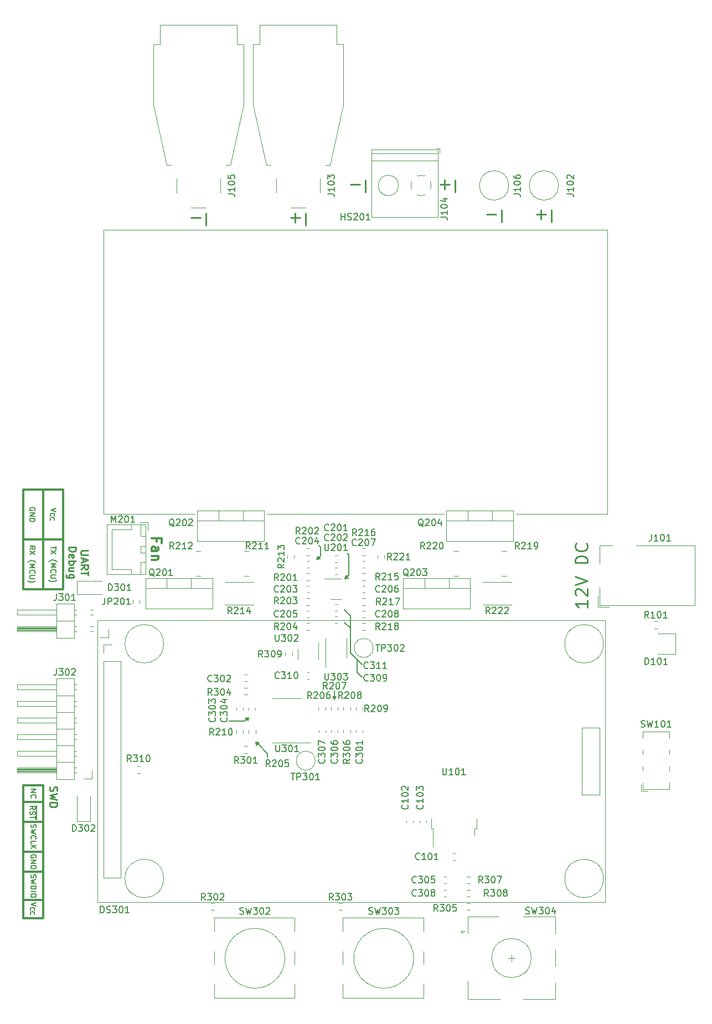
<source format=gbr>
%TF.GenerationSoftware,KiCad,Pcbnew,(6.0.4-0)*%
%TF.CreationDate,2022-04-10T17:45:33-05:00*%
%TF.ProjectId,Ampeater,416d7065-6174-4657-922e-6b696361645f,rev?*%
%TF.SameCoordinates,Original*%
%TF.FileFunction,Legend,Top*%
%TF.FilePolarity,Positive*%
%FSLAX46Y46*%
G04 Gerber Fmt 4.6, Leading zero omitted, Abs format (unit mm)*
G04 Created by KiCad (PCBNEW (6.0.4-0)) date 2022-04-10 17:45:33*
%MOMM*%
%LPD*%
G01*
G04 APERTURE LIST*
%ADD10C,0.304800*%
%ADD11C,0.203200*%
%ADD12C,0.228600*%
%ADD13C,0.150000*%
%ADD14C,0.285750*%
%ADD15C,0.300000*%
%ADD16C,0.120000*%
G04 APERTURE END LIST*
D10*
X74422000Y-119888000D02*
X77470000Y-119888000D01*
D11*
X75578304Y-120519371D02*
X76391104Y-120519371D01*
X75578304Y-120983828D01*
X76391104Y-120983828D01*
X75655714Y-121835333D02*
X75617009Y-121796628D01*
X75578304Y-121680514D01*
X75578304Y-121603104D01*
X75617009Y-121486990D01*
X75694419Y-121409580D01*
X75771828Y-121370876D01*
X75926647Y-121332171D01*
X76042761Y-121332171D01*
X76197580Y-121370876D01*
X76274990Y-121409580D01*
X76352400Y-121486990D01*
X76391104Y-121603104D01*
X76391104Y-121680514D01*
X76352400Y-121796628D01*
X76313695Y-121835333D01*
D10*
X74422000Y-125476000D02*
X77470000Y-125476000D01*
X74422000Y-130048000D02*
X77470000Y-130048000D01*
X74422000Y-133096000D02*
X77470000Y-133096000D01*
X74422000Y-137414000D02*
X77470000Y-137414000D01*
X74422000Y-140208000D02*
X77470000Y-140208000D01*
X74422000Y-122428000D02*
X77470000Y-122428000D01*
X77470000Y-119888000D02*
X77470000Y-140208000D01*
X74422000Y-119888000D02*
X74422000Y-140208000D01*
D11*
X76496672Y-122934550D02*
X76496672Y-123747350D01*
X75454352Y-123592531D02*
X75841400Y-123321597D01*
X75454352Y-123128074D02*
X76267152Y-123128074D01*
X76267152Y-123437712D01*
X76228448Y-123515121D01*
X76189743Y-123553826D01*
X76112333Y-123592531D01*
X75996219Y-123592531D01*
X75918809Y-123553826D01*
X75880105Y-123515121D01*
X75841400Y-123437712D01*
X75841400Y-123128074D01*
X76496672Y-123747350D02*
X76496672Y-124521445D01*
X75493057Y-123902169D02*
X75454352Y-124018283D01*
X75454352Y-124211807D01*
X75493057Y-124289216D01*
X75531762Y-124327921D01*
X75609171Y-124366626D01*
X75686581Y-124366626D01*
X75763990Y-124327921D01*
X75802695Y-124289216D01*
X75841400Y-124211807D01*
X75880105Y-124056988D01*
X75918809Y-123979578D01*
X75957514Y-123940874D01*
X76034924Y-123902169D01*
X76112333Y-123902169D01*
X76189743Y-123940874D01*
X76228448Y-123979578D01*
X76267152Y-124056988D01*
X76267152Y-124250512D01*
X76228448Y-124366626D01*
X76496672Y-124521445D02*
X76496672Y-125140721D01*
X76267152Y-124598855D02*
X76267152Y-125063312D01*
X75454352Y-124831083D02*
X76267152Y-124831083D01*
X75617009Y-125898608D02*
X75578304Y-126014723D01*
X75578304Y-126208246D01*
X75617009Y-126285656D01*
X75655714Y-126324361D01*
X75733123Y-126363065D01*
X75810533Y-126363065D01*
X75887942Y-126324361D01*
X75926647Y-126285656D01*
X75965352Y-126208246D01*
X76004057Y-126053427D01*
X76042761Y-125976018D01*
X76081466Y-125937313D01*
X76158876Y-125898608D01*
X76236285Y-125898608D01*
X76313695Y-125937313D01*
X76352400Y-125976018D01*
X76391104Y-126053427D01*
X76391104Y-126246951D01*
X76352400Y-126363065D01*
X76391104Y-126633999D02*
X75578304Y-126827523D01*
X76158876Y-126982342D01*
X75578304Y-127137161D01*
X76391104Y-127330685D01*
X75655714Y-128104780D02*
X75617009Y-128066075D01*
X75578304Y-127949961D01*
X75578304Y-127872551D01*
X75617009Y-127756437D01*
X75694419Y-127679027D01*
X75771828Y-127640323D01*
X75926647Y-127601618D01*
X76042761Y-127601618D01*
X76197580Y-127640323D01*
X76274990Y-127679027D01*
X76352400Y-127756437D01*
X76391104Y-127872551D01*
X76391104Y-127949961D01*
X76352400Y-128066075D01*
X76313695Y-128104780D01*
X75578304Y-128840170D02*
X75578304Y-128453123D01*
X76391104Y-128453123D01*
X75578304Y-129111104D02*
X76391104Y-129111104D01*
X75578304Y-129575561D02*
X76042761Y-129227218D01*
X76391104Y-129575561D02*
X75926647Y-129111104D01*
X76352400Y-130952723D02*
X76391104Y-130875314D01*
X76391104Y-130759200D01*
X76352400Y-130643085D01*
X76274990Y-130565676D01*
X76197580Y-130526971D01*
X76042761Y-130488266D01*
X75926647Y-130488266D01*
X75771828Y-130526971D01*
X75694419Y-130565676D01*
X75617009Y-130643085D01*
X75578304Y-130759200D01*
X75578304Y-130836609D01*
X75617009Y-130952723D01*
X75655714Y-130991428D01*
X75926647Y-130991428D01*
X75926647Y-130836609D01*
X75578304Y-131339771D02*
X76391104Y-131339771D01*
X75578304Y-131804228D01*
X76391104Y-131804228D01*
X75578304Y-132191276D02*
X76391104Y-132191276D01*
X76391104Y-132384800D01*
X76352400Y-132500914D01*
X76274990Y-132578323D01*
X76197580Y-132617028D01*
X76042761Y-132655733D01*
X75926647Y-132655733D01*
X75771828Y-132617028D01*
X75694419Y-132578323D01*
X75617009Y-132500914D01*
X75578304Y-132384800D01*
X75578304Y-132191276D01*
X75617009Y-133568440D02*
X75578304Y-133684554D01*
X75578304Y-133878078D01*
X75617009Y-133955487D01*
X75655714Y-133994192D01*
X75733123Y-134032897D01*
X75810533Y-134032897D01*
X75887942Y-133994192D01*
X75926647Y-133955487D01*
X75965352Y-133878078D01*
X76004057Y-133723259D01*
X76042761Y-133645849D01*
X76081466Y-133607144D01*
X76158876Y-133568440D01*
X76236285Y-133568440D01*
X76313695Y-133607144D01*
X76352400Y-133645849D01*
X76391104Y-133723259D01*
X76391104Y-133916782D01*
X76352400Y-134032897D01*
X76391104Y-134303830D02*
X75578304Y-134497354D01*
X76158876Y-134652173D01*
X75578304Y-134806992D01*
X76391104Y-135000516D01*
X75578304Y-135310154D02*
X76391104Y-135310154D01*
X76391104Y-135503678D01*
X76352400Y-135619792D01*
X76274990Y-135697202D01*
X76197580Y-135735906D01*
X76042761Y-135774611D01*
X75926647Y-135774611D01*
X75771828Y-135735906D01*
X75694419Y-135697202D01*
X75617009Y-135619792D01*
X75578304Y-135503678D01*
X75578304Y-135310154D01*
X75578304Y-136122954D02*
X76391104Y-136122954D01*
X76391104Y-136664821D02*
X76391104Y-136819640D01*
X76352400Y-136897049D01*
X76274990Y-136974459D01*
X76120171Y-137013163D01*
X75849238Y-137013163D01*
X75694419Y-136974459D01*
X75617009Y-136897049D01*
X75578304Y-136819640D01*
X75578304Y-136664821D01*
X75617009Y-136587411D01*
X75694419Y-136510002D01*
X75849238Y-136471297D01*
X76120171Y-136471297D01*
X76274990Y-136510002D01*
X76352400Y-136587411D01*
X76391104Y-136664821D01*
X76391104Y-137848462D02*
X75578304Y-138119396D01*
X76391104Y-138390329D01*
X75551211Y-138994123D02*
X75520247Y-138963159D01*
X75489283Y-138870268D01*
X75489283Y-138808340D01*
X75520247Y-138715449D01*
X75582175Y-138653521D01*
X75644102Y-138622557D01*
X75767958Y-138591594D01*
X75860849Y-138591594D01*
X75984704Y-138622557D01*
X76046632Y-138653521D01*
X76108560Y-138715449D01*
X76139523Y-138808340D01*
X76139523Y-138870268D01*
X76108560Y-138963159D01*
X76077596Y-138994123D01*
X75551211Y-139644363D02*
X75520247Y-139613399D01*
X75489283Y-139520508D01*
X75489283Y-139458580D01*
X75520247Y-139365689D01*
X75582175Y-139303761D01*
X75644102Y-139272797D01*
X75767958Y-139241834D01*
X75860849Y-139241834D01*
X75984704Y-139272797D01*
X76046632Y-139303761D01*
X76108560Y-139365689D01*
X76139523Y-139458580D01*
X76139523Y-139520508D01*
X76108560Y-139613399D01*
X76077596Y-139644363D01*
D12*
X78531357Y-120114785D02*
X78476928Y-120278071D01*
X78476928Y-120550214D01*
X78531357Y-120659071D01*
X78585785Y-120713500D01*
X78694642Y-120767928D01*
X78803500Y-120767928D01*
X78912357Y-120713500D01*
X78966785Y-120659071D01*
X79021214Y-120550214D01*
X79075642Y-120332500D01*
X79130071Y-120223642D01*
X79184500Y-120169214D01*
X79293357Y-120114785D01*
X79402214Y-120114785D01*
X79511071Y-120169214D01*
X79565500Y-120223642D01*
X79619928Y-120332500D01*
X79619928Y-120604642D01*
X79565500Y-120767928D01*
X79619928Y-121148928D02*
X78476928Y-121421071D01*
X79293357Y-121638785D01*
X78476928Y-121856500D01*
X79619928Y-122128642D01*
X78476928Y-122564071D02*
X79619928Y-122564071D01*
X79619928Y-122836214D01*
X79565500Y-122999500D01*
X79456642Y-123108357D01*
X79347785Y-123162785D01*
X79130071Y-123217214D01*
X78966785Y-123217214D01*
X78749071Y-123162785D01*
X78640214Y-123108357D01*
X78531357Y-122999500D01*
X78476928Y-122836214D01*
X78476928Y-122564071D01*
D10*
X77470000Y-74676000D02*
X77470000Y-89916000D01*
X74422000Y-82296000D02*
X80518000Y-82296000D01*
X80518000Y-74676000D02*
X80518000Y-89916000D01*
X74422000Y-74676000D02*
X80518000Y-74676000D01*
X74422000Y-89916000D02*
X80518000Y-89916000D01*
X74422000Y-74676000D02*
X74422000Y-89916000D01*
D11*
X76174600Y-77866723D02*
X76213304Y-77789314D01*
X76213304Y-77673200D01*
X76174600Y-77557085D01*
X76097190Y-77479676D01*
X76019780Y-77440971D01*
X75864961Y-77402266D01*
X75748847Y-77402266D01*
X75594028Y-77440971D01*
X75516619Y-77479676D01*
X75439209Y-77557085D01*
X75400504Y-77673200D01*
X75400504Y-77750609D01*
X75439209Y-77866723D01*
X75477914Y-77905428D01*
X75748847Y-77905428D01*
X75748847Y-77750609D01*
X75400504Y-78253771D02*
X76213304Y-78253771D01*
X75400504Y-78718228D01*
X76213304Y-78718228D01*
X75400504Y-79105276D02*
X76213304Y-79105276D01*
X76213304Y-79298800D01*
X76174600Y-79414914D01*
X76097190Y-79492323D01*
X76019780Y-79531028D01*
X75864961Y-79569733D01*
X75748847Y-79569733D01*
X75594028Y-79531028D01*
X75516619Y-79492323D01*
X75439209Y-79414914D01*
X75400504Y-79298800D01*
X75400504Y-79105276D01*
X79439104Y-77564826D02*
X78626304Y-77835760D01*
X79439104Y-78106693D01*
X78599211Y-78710487D02*
X78568247Y-78679523D01*
X78537283Y-78586632D01*
X78537283Y-78524704D01*
X78568247Y-78431813D01*
X78630175Y-78369885D01*
X78692102Y-78338921D01*
X78815958Y-78307958D01*
X78908849Y-78307958D01*
X79032704Y-78338921D01*
X79094632Y-78369885D01*
X79156560Y-78431813D01*
X79187523Y-78524704D01*
X79187523Y-78586632D01*
X79156560Y-78679523D01*
X79125596Y-78710487D01*
X78599211Y-79360727D02*
X78568247Y-79329763D01*
X78537283Y-79236872D01*
X78537283Y-79174944D01*
X78568247Y-79082053D01*
X78630175Y-79020125D01*
X78692102Y-78989161D01*
X78815958Y-78958198D01*
X78908849Y-78958198D01*
X79032704Y-78989161D01*
X79094632Y-79020125D01*
X79156560Y-79082053D01*
X79187523Y-79174944D01*
X79187523Y-79236872D01*
X79156560Y-79329763D01*
X79125596Y-79360727D01*
X75400504Y-83822419D02*
X75787552Y-83551485D01*
X75400504Y-83357961D02*
X76213304Y-83357961D01*
X76213304Y-83667600D01*
X76174600Y-83745009D01*
X76135895Y-83783714D01*
X76058485Y-83822419D01*
X75942371Y-83822419D01*
X75864961Y-83783714D01*
X75826257Y-83745009D01*
X75787552Y-83667600D01*
X75787552Y-83357961D01*
X76213304Y-84093352D02*
X75400504Y-84635219D01*
X76213304Y-84635219D02*
X75400504Y-84093352D01*
X75090866Y-85796361D02*
X75129571Y-85757657D01*
X75245685Y-85680247D01*
X75323095Y-85641542D01*
X75439209Y-85602838D01*
X75632733Y-85564133D01*
X75787552Y-85564133D01*
X75981076Y-85602838D01*
X76097190Y-85641542D01*
X76174600Y-85680247D01*
X76290714Y-85757657D01*
X76329419Y-85796361D01*
X75400504Y-86106000D02*
X76213304Y-86106000D01*
X75632733Y-86376933D01*
X76213304Y-86647866D01*
X75400504Y-86647866D01*
X75477914Y-87499371D02*
X75439209Y-87460666D01*
X75400504Y-87344552D01*
X75400504Y-87267142D01*
X75439209Y-87151028D01*
X75516619Y-87073619D01*
X75594028Y-87034914D01*
X75748847Y-86996209D01*
X75864961Y-86996209D01*
X76019780Y-87034914D01*
X76097190Y-87073619D01*
X76174600Y-87151028D01*
X76213304Y-87267142D01*
X76213304Y-87344552D01*
X76174600Y-87460666D01*
X76135895Y-87499371D01*
X76213304Y-87847714D02*
X75555323Y-87847714D01*
X75477914Y-87886419D01*
X75439209Y-87925123D01*
X75400504Y-88002533D01*
X75400504Y-88157352D01*
X75439209Y-88234761D01*
X75477914Y-88273466D01*
X75555323Y-88312171D01*
X76213304Y-88312171D01*
X75090866Y-88621809D02*
X75129571Y-88660514D01*
X75245685Y-88737923D01*
X75323095Y-88776628D01*
X75439209Y-88815333D01*
X75632733Y-88854038D01*
X75787552Y-88854038D01*
X75981076Y-88815333D01*
X76097190Y-88776628D01*
X76174600Y-88737923D01*
X76290714Y-88660514D01*
X76329419Y-88621809D01*
X79439104Y-83338609D02*
X79439104Y-83803066D01*
X78626304Y-83570838D02*
X79439104Y-83570838D01*
X79439104Y-83996590D02*
X78626304Y-84538457D01*
X79439104Y-84538457D02*
X78626304Y-83996590D01*
X78316666Y-85699600D02*
X78355371Y-85660895D01*
X78471485Y-85583485D01*
X78548895Y-85544780D01*
X78665009Y-85506076D01*
X78858533Y-85467371D01*
X79013352Y-85467371D01*
X79206876Y-85506076D01*
X79322990Y-85544780D01*
X79400400Y-85583485D01*
X79516514Y-85660895D01*
X79555219Y-85699600D01*
X78626304Y-86009238D02*
X79439104Y-86009238D01*
X78858533Y-86280171D01*
X79439104Y-86551104D01*
X78626304Y-86551104D01*
X78703714Y-87402609D02*
X78665009Y-87363904D01*
X78626304Y-87247790D01*
X78626304Y-87170380D01*
X78665009Y-87054266D01*
X78742419Y-86976857D01*
X78819828Y-86938152D01*
X78974647Y-86899447D01*
X79090761Y-86899447D01*
X79245580Y-86938152D01*
X79322990Y-86976857D01*
X79400400Y-87054266D01*
X79439104Y-87170380D01*
X79439104Y-87247790D01*
X79400400Y-87363904D01*
X79361695Y-87402609D01*
X79439104Y-87750952D02*
X78781123Y-87750952D01*
X78703714Y-87789657D01*
X78665009Y-87828361D01*
X78626304Y-87905771D01*
X78626304Y-88060590D01*
X78665009Y-88138000D01*
X78703714Y-88176704D01*
X78781123Y-88215409D01*
X79439104Y-88215409D01*
X78316666Y-88525047D02*
X78355371Y-88563752D01*
X78471485Y-88641161D01*
X78548895Y-88679866D01*
X78665009Y-88718571D01*
X78858533Y-88757276D01*
X79013352Y-88757276D01*
X79206876Y-88718571D01*
X79322990Y-88679866D01*
X79400400Y-88641161D01*
X79516514Y-88563752D01*
X79555219Y-88525047D01*
D12*
X84350043Y-84028642D02*
X83424757Y-84028642D01*
X83315900Y-84083071D01*
X83261472Y-84137500D01*
X83207043Y-84246357D01*
X83207043Y-84464071D01*
X83261472Y-84572928D01*
X83315900Y-84627357D01*
X83424757Y-84681785D01*
X84350043Y-84681785D01*
X83533615Y-85171642D02*
X83533615Y-85715928D01*
X83207043Y-85062785D02*
X84350043Y-85443785D01*
X83207043Y-85824785D01*
X83207043Y-86858928D02*
X83751329Y-86477928D01*
X83207043Y-86205785D02*
X84350043Y-86205785D01*
X84350043Y-86641214D01*
X84295615Y-86750071D01*
X84241186Y-86804500D01*
X84132329Y-86858928D01*
X83969043Y-86858928D01*
X83860186Y-86804500D01*
X83805757Y-86750071D01*
X83751329Y-86641214D01*
X83751329Y-86205785D01*
X84350043Y-87185500D02*
X84350043Y-87838642D01*
X83207043Y-87512071D02*
X84350043Y-87512071D01*
X81366813Y-83511571D02*
X82509813Y-83511571D01*
X82509813Y-83783714D01*
X82455385Y-83947000D01*
X82346527Y-84055857D01*
X82237670Y-84110285D01*
X82019956Y-84164714D01*
X81856670Y-84164714D01*
X81638956Y-84110285D01*
X81530099Y-84055857D01*
X81421242Y-83947000D01*
X81366813Y-83783714D01*
X81366813Y-83511571D01*
X81421242Y-85090000D02*
X81366813Y-84981142D01*
X81366813Y-84763428D01*
X81421242Y-84654571D01*
X81530099Y-84600142D01*
X81965527Y-84600142D01*
X82074385Y-84654571D01*
X82128813Y-84763428D01*
X82128813Y-84981142D01*
X82074385Y-85090000D01*
X81965527Y-85144428D01*
X81856670Y-85144428D01*
X81747813Y-84600142D01*
X81366813Y-85634285D02*
X82509813Y-85634285D01*
X82074385Y-85634285D02*
X82128813Y-85743142D01*
X82128813Y-85960857D01*
X82074385Y-86069714D01*
X82019956Y-86124142D01*
X81911099Y-86178571D01*
X81584527Y-86178571D01*
X81475670Y-86124142D01*
X81421242Y-86069714D01*
X81366813Y-85960857D01*
X81366813Y-85743142D01*
X81421242Y-85634285D01*
X82128813Y-87158285D02*
X81366813Y-87158285D01*
X82128813Y-86668428D02*
X81530099Y-86668428D01*
X81421242Y-86722857D01*
X81366813Y-86831714D01*
X81366813Y-86995000D01*
X81421242Y-87103857D01*
X81475670Y-87158285D01*
X82128813Y-88192428D02*
X81203527Y-88192428D01*
X81094670Y-88138000D01*
X81040242Y-88083571D01*
X80985813Y-87974714D01*
X80985813Y-87811428D01*
X81040242Y-87702571D01*
X81421242Y-88192428D02*
X81366813Y-88083571D01*
X81366813Y-87865857D01*
X81421242Y-87757000D01*
X81475670Y-87702571D01*
X81584527Y-87648142D01*
X81911099Y-87648142D01*
X82019956Y-87702571D01*
X82074385Y-87757000D01*
X82128813Y-87865857D01*
X82128813Y-88083571D01*
X82074385Y-88192428D01*
D13*
G36*
X122024153Y-106791373D02*
G01*
X121754745Y-106324400D01*
X122275600Y-106324400D01*
X122024153Y-106791373D01*
G37*
X122024153Y-106791373D02*
X121754745Y-106324400D01*
X122275600Y-106324400D01*
X122024153Y-106791373D01*
X125476000Y-102616000D02*
X125476000Y-100711000D01*
X108331000Y-110109000D02*
X105918000Y-110109000D01*
X108585000Y-109855000D02*
X108331000Y-110109000D01*
X124206000Y-87757000D02*
X123952000Y-88011000D01*
G36*
X124129800Y-88214200D02*
G01*
X123647200Y-88315800D01*
X123774200Y-87833200D01*
X124129800Y-88214200D01*
G37*
X124129800Y-88214200D02*
X123647200Y-88315800D01*
X123774200Y-87833200D01*
X124129800Y-88214200D01*
X126238000Y-103378000D02*
X125476000Y-102616000D01*
X122021600Y-106324400D02*
X122021600Y-105460800D01*
G36*
X110464600Y-113411000D02*
G01*
X110083600Y-113766600D01*
X109982000Y-113284000D01*
X110464600Y-113411000D01*
G37*
X110464600Y-113411000D02*
X110083600Y-113766600D01*
X109982000Y-113284000D01*
X110464600Y-113411000D01*
G36*
X119811800Y-85293200D02*
G01*
X119329200Y-85394800D01*
X119456200Y-84912200D01*
X119811800Y-85293200D01*
G37*
X119811800Y-85293200D02*
X119329200Y-85394800D01*
X119456200Y-84912200D01*
X119811800Y-85293200D01*
X119888000Y-83489800D02*
X119634000Y-83235800D01*
X111760000Y-115062000D02*
X110286800Y-113588800D01*
X119888000Y-83489800D02*
X119888000Y-84836000D01*
X126238000Y-101473000D02*
X125476000Y-100711000D01*
X124460000Y-93980000D02*
X124460000Y-99695000D01*
X119888000Y-84836000D02*
X119634000Y-85090000D01*
X124206000Y-84670900D02*
X123952000Y-84416900D01*
X124206000Y-84670900D02*
X124206000Y-87757000D01*
X111760000Y-115062000D02*
X111760000Y-115570000D01*
X124460000Y-95885000D02*
X123571000Y-94996000D01*
X125476000Y-100711000D02*
X124460000Y-99695000D01*
X123571000Y-93091000D02*
X124460000Y-93980000D01*
G36*
X108788200Y-110032800D02*
G01*
X108407200Y-109677200D01*
X108889800Y-109550200D01*
X108788200Y-110032800D01*
G37*
X108788200Y-110032800D02*
X108407200Y-109677200D01*
X108889800Y-109550200D01*
X108788200Y-110032800D01*
D14*
X126782285Y-27332214D02*
X126782285Y-29237214D01*
X125875142Y-28057928D02*
X124423714Y-28057928D01*
X117638285Y-32412214D02*
X117638285Y-34317214D01*
X116731142Y-33137928D02*
X115279714Y-33137928D01*
X116005428Y-32412214D02*
X116005428Y-33863642D01*
X102398285Y-32412214D02*
X102398285Y-34317214D01*
X101491142Y-33137928D02*
X100039714Y-33137928D01*
X140498285Y-27332214D02*
X140498285Y-29237214D01*
X139591142Y-28057928D02*
X138139714Y-28057928D01*
X138865428Y-27332214D02*
X138865428Y-28783642D01*
X155230285Y-31904214D02*
X155230285Y-33809214D01*
X154323142Y-32629928D02*
X152871714Y-32629928D01*
X153597428Y-31904214D02*
X153597428Y-33355642D01*
D15*
X94849142Y-82677142D02*
X94849142Y-82177142D01*
X94063428Y-82177142D02*
X95563428Y-82177142D01*
X95563428Y-82891428D01*
X94063428Y-84105714D02*
X94849142Y-84105714D01*
X94992000Y-84034285D01*
X95063428Y-83891428D01*
X95063428Y-83605714D01*
X94992000Y-83462857D01*
X94134857Y-84105714D02*
X94063428Y-83962857D01*
X94063428Y-83605714D01*
X94134857Y-83462857D01*
X94277714Y-83391428D01*
X94420571Y-83391428D01*
X94563428Y-83462857D01*
X94634857Y-83605714D01*
X94634857Y-83962857D01*
X94706285Y-84105714D01*
X95063428Y-84820000D02*
X94063428Y-84820000D01*
X94920571Y-84820000D02*
X94992000Y-84891428D01*
X95063428Y-85034285D01*
X95063428Y-85248571D01*
X94992000Y-85391428D01*
X94849142Y-85462857D01*
X94063428Y-85462857D01*
D14*
X147610285Y-31904214D02*
X147610285Y-33809214D01*
X146703142Y-32629928D02*
X145251714Y-32629928D01*
X160703985Y-91617800D02*
X160703985Y-92706371D01*
X160703985Y-92162085D02*
X158798985Y-92162085D01*
X159071128Y-92343514D01*
X159252557Y-92524942D01*
X159343271Y-92706371D01*
X158980414Y-90892085D02*
X158889700Y-90801371D01*
X158798985Y-90619942D01*
X158798985Y-90166371D01*
X158889700Y-89984942D01*
X158980414Y-89894228D01*
X159161842Y-89803514D01*
X159343271Y-89803514D01*
X159615414Y-89894228D01*
X160703985Y-90982800D01*
X160703985Y-89803514D01*
X158798985Y-89259228D02*
X160703985Y-88624228D01*
X158798985Y-87989228D01*
X160703985Y-85902800D02*
X158798985Y-85902800D01*
X158798985Y-85449228D01*
X158889700Y-85177085D01*
X159071128Y-84995657D01*
X159252557Y-84904942D01*
X159615414Y-84814228D01*
X159887557Y-84814228D01*
X160250414Y-84904942D01*
X160431842Y-84995657D01*
X160613271Y-85177085D01*
X160703985Y-85449228D01*
X160703985Y-85902800D01*
X160522557Y-82909228D02*
X160613271Y-82999942D01*
X160703985Y-83272085D01*
X160703985Y-83453514D01*
X160613271Y-83725657D01*
X160431842Y-83907085D01*
X160250414Y-83997800D01*
X159887557Y-84088514D01*
X159615414Y-84088514D01*
X159252557Y-83997800D01*
X159071128Y-83907085D01*
X158889700Y-83725657D01*
X158798985Y-83453514D01*
X158798985Y-83272085D01*
X158889700Y-82999942D01*
X158980414Y-82909228D01*
D13*
%TO.C,DS301*%
X86225333Y-139390380D02*
X86225333Y-138390380D01*
X86463428Y-138390380D01*
X86606285Y-138438000D01*
X86701523Y-138533238D01*
X86749142Y-138628476D01*
X86796761Y-138818952D01*
X86796761Y-138961809D01*
X86749142Y-139152285D01*
X86701523Y-139247523D01*
X86606285Y-139342761D01*
X86463428Y-139390380D01*
X86225333Y-139390380D01*
X87177714Y-139342761D02*
X87320571Y-139390380D01*
X87558666Y-139390380D01*
X87653904Y-139342761D01*
X87701523Y-139295142D01*
X87749142Y-139199904D01*
X87749142Y-139104666D01*
X87701523Y-139009428D01*
X87653904Y-138961809D01*
X87558666Y-138914190D01*
X87368190Y-138866571D01*
X87272952Y-138818952D01*
X87225333Y-138771333D01*
X87177714Y-138676095D01*
X87177714Y-138580857D01*
X87225333Y-138485619D01*
X87272952Y-138438000D01*
X87368190Y-138390380D01*
X87606285Y-138390380D01*
X87749142Y-138438000D01*
X88082476Y-138390380D02*
X88701523Y-138390380D01*
X88368190Y-138771333D01*
X88511047Y-138771333D01*
X88606285Y-138818952D01*
X88653904Y-138866571D01*
X88701523Y-138961809D01*
X88701523Y-139199904D01*
X88653904Y-139295142D01*
X88606285Y-139342761D01*
X88511047Y-139390380D01*
X88225333Y-139390380D01*
X88130095Y-139342761D01*
X88082476Y-139295142D01*
X89320571Y-138390380D02*
X89415809Y-138390380D01*
X89511047Y-138438000D01*
X89558666Y-138485619D01*
X89606285Y-138580857D01*
X89653904Y-138771333D01*
X89653904Y-139009428D01*
X89606285Y-139199904D01*
X89558666Y-139295142D01*
X89511047Y-139342761D01*
X89415809Y-139390380D01*
X89320571Y-139390380D01*
X89225333Y-139342761D01*
X89177714Y-139295142D01*
X89130095Y-139199904D01*
X89082476Y-139009428D01*
X89082476Y-138771333D01*
X89130095Y-138580857D01*
X89177714Y-138485619D01*
X89225333Y-138438000D01*
X89320571Y-138390380D01*
X90606285Y-139390380D02*
X90034857Y-139390380D01*
X90320571Y-139390380D02*
X90320571Y-138390380D01*
X90225333Y-138533238D01*
X90130095Y-138628476D01*
X90034857Y-138676095D01*
%TO.C,U101*%
X138569914Y-117308380D02*
X138569914Y-118117904D01*
X138617533Y-118213142D01*
X138665152Y-118260761D01*
X138760390Y-118308380D01*
X138950866Y-118308380D01*
X139046104Y-118260761D01*
X139093723Y-118213142D01*
X139141342Y-118117904D01*
X139141342Y-117308380D01*
X140141342Y-118308380D02*
X139569914Y-118308380D01*
X139855628Y-118308380D02*
X139855628Y-117308380D01*
X139760390Y-117451238D01*
X139665152Y-117546476D01*
X139569914Y-117594095D01*
X140760390Y-117308380D02*
X140855628Y-117308380D01*
X140950866Y-117356000D01*
X140998485Y-117403619D01*
X141046104Y-117498857D01*
X141093723Y-117689333D01*
X141093723Y-117927428D01*
X141046104Y-118117904D01*
X140998485Y-118213142D01*
X140950866Y-118260761D01*
X140855628Y-118308380D01*
X140760390Y-118308380D01*
X140665152Y-118260761D01*
X140617533Y-118213142D01*
X140569914Y-118117904D01*
X140522295Y-117927428D01*
X140522295Y-117689333D01*
X140569914Y-117498857D01*
X140617533Y-117403619D01*
X140665152Y-117356000D01*
X140760390Y-117308380D01*
X142046104Y-118308380D02*
X141474676Y-118308380D01*
X141760390Y-118308380D02*
X141760390Y-117308380D01*
X141665152Y-117451238D01*
X141569914Y-117546476D01*
X141474676Y-117594095D01*
%TO.C,C202*%
X121131152Y-82399142D02*
X121083533Y-82446761D01*
X120940676Y-82494380D01*
X120845438Y-82494380D01*
X120702580Y-82446761D01*
X120607342Y-82351523D01*
X120559723Y-82256285D01*
X120512104Y-82065809D01*
X120512104Y-81922952D01*
X120559723Y-81732476D01*
X120607342Y-81637238D01*
X120702580Y-81542000D01*
X120845438Y-81494380D01*
X120940676Y-81494380D01*
X121083533Y-81542000D01*
X121131152Y-81589619D01*
X121512104Y-81589619D02*
X121559723Y-81542000D01*
X121654961Y-81494380D01*
X121893057Y-81494380D01*
X121988295Y-81542000D01*
X122035914Y-81589619D01*
X122083533Y-81684857D01*
X122083533Y-81780095D01*
X122035914Y-81922952D01*
X121464485Y-82494380D01*
X122083533Y-82494380D01*
X122702580Y-81494380D02*
X122797819Y-81494380D01*
X122893057Y-81542000D01*
X122940676Y-81589619D01*
X122988295Y-81684857D01*
X123035914Y-81875333D01*
X123035914Y-82113428D01*
X122988295Y-82303904D01*
X122940676Y-82399142D01*
X122893057Y-82446761D01*
X122797819Y-82494380D01*
X122702580Y-82494380D01*
X122607342Y-82446761D01*
X122559723Y-82399142D01*
X122512104Y-82303904D01*
X122464485Y-82113428D01*
X122464485Y-81875333D01*
X122512104Y-81684857D01*
X122559723Y-81589619D01*
X122607342Y-81542000D01*
X122702580Y-81494380D01*
X123416866Y-81589619D02*
X123464485Y-81542000D01*
X123559723Y-81494380D01*
X123797819Y-81494380D01*
X123893057Y-81542000D01*
X123940676Y-81589619D01*
X123988295Y-81684857D01*
X123988295Y-81780095D01*
X123940676Y-81922952D01*
X123369247Y-82494380D01*
X123988295Y-82494380D01*
%TO.C,C201*%
X121131152Y-80875142D02*
X121083533Y-80922761D01*
X120940676Y-80970380D01*
X120845438Y-80970380D01*
X120702580Y-80922761D01*
X120607342Y-80827523D01*
X120559723Y-80732285D01*
X120512104Y-80541809D01*
X120512104Y-80398952D01*
X120559723Y-80208476D01*
X120607342Y-80113238D01*
X120702580Y-80018000D01*
X120845438Y-79970380D01*
X120940676Y-79970380D01*
X121083533Y-80018000D01*
X121131152Y-80065619D01*
X121512104Y-80065619D02*
X121559723Y-80018000D01*
X121654961Y-79970380D01*
X121893057Y-79970380D01*
X121988295Y-80018000D01*
X122035914Y-80065619D01*
X122083533Y-80160857D01*
X122083533Y-80256095D01*
X122035914Y-80398952D01*
X121464485Y-80970380D01*
X122083533Y-80970380D01*
X122702580Y-79970380D02*
X122797819Y-79970380D01*
X122893057Y-80018000D01*
X122940676Y-80065619D01*
X122988295Y-80160857D01*
X123035914Y-80351333D01*
X123035914Y-80589428D01*
X122988295Y-80779904D01*
X122940676Y-80875142D01*
X122893057Y-80922761D01*
X122797819Y-80970380D01*
X122702580Y-80970380D01*
X122607342Y-80922761D01*
X122559723Y-80875142D01*
X122512104Y-80779904D01*
X122464485Y-80589428D01*
X122464485Y-80351333D01*
X122512104Y-80160857D01*
X122559723Y-80065619D01*
X122607342Y-80018000D01*
X122702580Y-79970380D01*
X123988295Y-80970380D02*
X123416866Y-80970380D01*
X123702580Y-80970380D02*
X123702580Y-79970380D01*
X123607342Y-80113238D01*
X123512104Y-80208476D01*
X123416866Y-80256095D01*
%TO.C,R219*%
X150264952Y-83764380D02*
X149931619Y-83288190D01*
X149693523Y-83764380D02*
X149693523Y-82764380D01*
X150074476Y-82764380D01*
X150169714Y-82812000D01*
X150217333Y-82859619D01*
X150264952Y-82954857D01*
X150264952Y-83097714D01*
X150217333Y-83192952D01*
X150169714Y-83240571D01*
X150074476Y-83288190D01*
X149693523Y-83288190D01*
X150645904Y-82859619D02*
X150693523Y-82812000D01*
X150788761Y-82764380D01*
X151026857Y-82764380D01*
X151122095Y-82812000D01*
X151169714Y-82859619D01*
X151217333Y-82954857D01*
X151217333Y-83050095D01*
X151169714Y-83192952D01*
X150598285Y-83764380D01*
X151217333Y-83764380D01*
X152169714Y-83764380D02*
X151598285Y-83764380D01*
X151884000Y-83764380D02*
X151884000Y-82764380D01*
X151788761Y-82907238D01*
X151693523Y-83002476D01*
X151598285Y-83050095D01*
X152645904Y-83764380D02*
X152836380Y-83764380D01*
X152931619Y-83716761D01*
X152979238Y-83669142D01*
X153074476Y-83526285D01*
X153122095Y-83335809D01*
X153122095Y-82954857D01*
X153074476Y-82859619D01*
X153026857Y-82812000D01*
X152931619Y-82764380D01*
X152741142Y-82764380D01*
X152645904Y-82812000D01*
X152598285Y-82859619D01*
X152550666Y-82954857D01*
X152550666Y-83192952D01*
X152598285Y-83288190D01*
X152645904Y-83335809D01*
X152741142Y-83383428D01*
X152931619Y-83383428D01*
X153026857Y-83335809D01*
X153074476Y-83288190D01*
X153122095Y-83192952D01*
%TO.C,R304*%
X103274952Y-106116380D02*
X102941619Y-105640190D01*
X102703523Y-106116380D02*
X102703523Y-105116380D01*
X103084476Y-105116380D01*
X103179714Y-105164000D01*
X103227333Y-105211619D01*
X103274952Y-105306857D01*
X103274952Y-105449714D01*
X103227333Y-105544952D01*
X103179714Y-105592571D01*
X103084476Y-105640190D01*
X102703523Y-105640190D01*
X103608285Y-105116380D02*
X104227333Y-105116380D01*
X103894000Y-105497333D01*
X104036857Y-105497333D01*
X104132095Y-105544952D01*
X104179714Y-105592571D01*
X104227333Y-105687809D01*
X104227333Y-105925904D01*
X104179714Y-106021142D01*
X104132095Y-106068761D01*
X104036857Y-106116380D01*
X103751142Y-106116380D01*
X103655904Y-106068761D01*
X103608285Y-106021142D01*
X104846380Y-105116380D02*
X104941619Y-105116380D01*
X105036857Y-105164000D01*
X105084476Y-105211619D01*
X105132095Y-105306857D01*
X105179714Y-105497333D01*
X105179714Y-105735428D01*
X105132095Y-105925904D01*
X105084476Y-106021142D01*
X105036857Y-106068761D01*
X104941619Y-106116380D01*
X104846380Y-106116380D01*
X104751142Y-106068761D01*
X104703523Y-106021142D01*
X104655904Y-105925904D01*
X104608285Y-105735428D01*
X104608285Y-105497333D01*
X104655904Y-105306857D01*
X104703523Y-105211619D01*
X104751142Y-105164000D01*
X104846380Y-105116380D01*
X106036857Y-105449714D02*
X106036857Y-106116380D01*
X105798761Y-105068761D02*
X105560666Y-105783047D01*
X106179714Y-105783047D01*
%TO.C,M201*%
X87900095Y-79700380D02*
X87900095Y-78700380D01*
X88233428Y-79414666D01*
X88566761Y-78700380D01*
X88566761Y-79700380D01*
X88995333Y-78795619D02*
X89042952Y-78748000D01*
X89138190Y-78700380D01*
X89376285Y-78700380D01*
X89471523Y-78748000D01*
X89519142Y-78795619D01*
X89566761Y-78890857D01*
X89566761Y-78986095D01*
X89519142Y-79128952D01*
X88947714Y-79700380D01*
X89566761Y-79700380D01*
X90185809Y-78700380D02*
X90281047Y-78700380D01*
X90376285Y-78748000D01*
X90423904Y-78795619D01*
X90471523Y-78890857D01*
X90519142Y-79081333D01*
X90519142Y-79319428D01*
X90471523Y-79509904D01*
X90423904Y-79605142D01*
X90376285Y-79652761D01*
X90281047Y-79700380D01*
X90185809Y-79700380D01*
X90090571Y-79652761D01*
X90042952Y-79605142D01*
X89995333Y-79509904D01*
X89947714Y-79319428D01*
X89947714Y-79081333D01*
X89995333Y-78890857D01*
X90042952Y-78795619D01*
X90090571Y-78748000D01*
X90185809Y-78700380D01*
X91471523Y-79700380D02*
X90900095Y-79700380D01*
X91185809Y-79700380D02*
X91185809Y-78700380D01*
X91090571Y-78843238D01*
X90995333Y-78938476D01*
X90900095Y-78986095D01*
%TO.C,R204*%
X113434952Y-96083380D02*
X113101619Y-95607190D01*
X112863523Y-96083380D02*
X112863523Y-95083380D01*
X113244476Y-95083380D01*
X113339714Y-95131000D01*
X113387333Y-95178619D01*
X113434952Y-95273857D01*
X113434952Y-95416714D01*
X113387333Y-95511952D01*
X113339714Y-95559571D01*
X113244476Y-95607190D01*
X112863523Y-95607190D01*
X113815904Y-95178619D02*
X113863523Y-95131000D01*
X113958761Y-95083380D01*
X114196857Y-95083380D01*
X114292095Y-95131000D01*
X114339714Y-95178619D01*
X114387333Y-95273857D01*
X114387333Y-95369095D01*
X114339714Y-95511952D01*
X113768285Y-96083380D01*
X114387333Y-96083380D01*
X115006380Y-95083380D02*
X115101619Y-95083380D01*
X115196857Y-95131000D01*
X115244476Y-95178619D01*
X115292095Y-95273857D01*
X115339714Y-95464333D01*
X115339714Y-95702428D01*
X115292095Y-95892904D01*
X115244476Y-95988142D01*
X115196857Y-96035761D01*
X115101619Y-96083380D01*
X115006380Y-96083380D01*
X114911142Y-96035761D01*
X114863523Y-95988142D01*
X114815904Y-95892904D01*
X114768285Y-95702428D01*
X114768285Y-95464333D01*
X114815904Y-95273857D01*
X114863523Y-95178619D01*
X114911142Y-95131000D01*
X115006380Y-95083380D01*
X116196857Y-95416714D02*
X116196857Y-96083380D01*
X115958761Y-95035761D02*
X115720666Y-95750047D01*
X116339714Y-95750047D01*
%TO.C,R222*%
X145764952Y-93670380D02*
X145431619Y-93194190D01*
X145193523Y-93670380D02*
X145193523Y-92670380D01*
X145574476Y-92670380D01*
X145669714Y-92718000D01*
X145717333Y-92765619D01*
X145764952Y-92860857D01*
X145764952Y-93003714D01*
X145717333Y-93098952D01*
X145669714Y-93146571D01*
X145574476Y-93194190D01*
X145193523Y-93194190D01*
X146145904Y-92765619D02*
X146193523Y-92718000D01*
X146288761Y-92670380D01*
X146526857Y-92670380D01*
X146622095Y-92718000D01*
X146669714Y-92765619D01*
X146717333Y-92860857D01*
X146717333Y-92956095D01*
X146669714Y-93098952D01*
X146098285Y-93670380D01*
X146717333Y-93670380D01*
X147098285Y-92765619D02*
X147145904Y-92718000D01*
X147241142Y-92670380D01*
X147479238Y-92670380D01*
X147574476Y-92718000D01*
X147622095Y-92765619D01*
X147669714Y-92860857D01*
X147669714Y-92956095D01*
X147622095Y-93098952D01*
X147050666Y-93670380D01*
X147669714Y-93670380D01*
X148050666Y-92765619D02*
X148098285Y-92718000D01*
X148193523Y-92670380D01*
X148431619Y-92670380D01*
X148526857Y-92718000D01*
X148574476Y-92765619D01*
X148622095Y-92860857D01*
X148622095Y-92956095D01*
X148574476Y-93098952D01*
X148003047Y-93670380D01*
X148622095Y-93670380D01*
%TO.C,C309*%
X127150952Y-103862142D02*
X127103333Y-103909761D01*
X126960476Y-103957380D01*
X126865238Y-103957380D01*
X126722380Y-103909761D01*
X126627142Y-103814523D01*
X126579523Y-103719285D01*
X126531904Y-103528809D01*
X126531904Y-103385952D01*
X126579523Y-103195476D01*
X126627142Y-103100238D01*
X126722380Y-103005000D01*
X126865238Y-102957380D01*
X126960476Y-102957380D01*
X127103333Y-103005000D01*
X127150952Y-103052619D01*
X127484285Y-102957380D02*
X128103333Y-102957380D01*
X127770000Y-103338333D01*
X127912857Y-103338333D01*
X128008095Y-103385952D01*
X128055714Y-103433571D01*
X128103333Y-103528809D01*
X128103333Y-103766904D01*
X128055714Y-103862142D01*
X128008095Y-103909761D01*
X127912857Y-103957380D01*
X127627142Y-103957380D01*
X127531904Y-103909761D01*
X127484285Y-103862142D01*
X128722380Y-102957380D02*
X128817619Y-102957380D01*
X128912857Y-103005000D01*
X128960476Y-103052619D01*
X129008095Y-103147857D01*
X129055714Y-103338333D01*
X129055714Y-103576428D01*
X129008095Y-103766904D01*
X128960476Y-103862142D01*
X128912857Y-103909761D01*
X128817619Y-103957380D01*
X128722380Y-103957380D01*
X128627142Y-103909761D01*
X128579523Y-103862142D01*
X128531904Y-103766904D01*
X128484285Y-103576428D01*
X128484285Y-103338333D01*
X128531904Y-103147857D01*
X128579523Y-103052619D01*
X128627142Y-103005000D01*
X128722380Y-102957380D01*
X129531904Y-103957380D02*
X129722380Y-103957380D01*
X129817619Y-103909761D01*
X129865238Y-103862142D01*
X129960476Y-103719285D01*
X130008095Y-103528809D01*
X130008095Y-103147857D01*
X129960476Y-103052619D01*
X129912857Y-103005000D01*
X129817619Y-102957380D01*
X129627142Y-102957380D01*
X129531904Y-103005000D01*
X129484285Y-103052619D01*
X129436666Y-103147857D01*
X129436666Y-103385952D01*
X129484285Y-103481190D01*
X129531904Y-103528809D01*
X129627142Y-103576428D01*
X129817619Y-103576428D01*
X129912857Y-103528809D01*
X129960476Y-103481190D01*
X130008095Y-103385952D01*
%TO.C,U303*%
X120535914Y-102779580D02*
X120535914Y-103589104D01*
X120583533Y-103684342D01*
X120631152Y-103731961D01*
X120726390Y-103779580D01*
X120916866Y-103779580D01*
X121012104Y-103731961D01*
X121059723Y-103684342D01*
X121107342Y-103589104D01*
X121107342Y-102779580D01*
X121488295Y-102779580D02*
X122107342Y-102779580D01*
X121774009Y-103160533D01*
X121916866Y-103160533D01*
X122012104Y-103208152D01*
X122059723Y-103255771D01*
X122107342Y-103351009D01*
X122107342Y-103589104D01*
X122059723Y-103684342D01*
X122012104Y-103731961D01*
X121916866Y-103779580D01*
X121631152Y-103779580D01*
X121535914Y-103731961D01*
X121488295Y-103684342D01*
X122726390Y-102779580D02*
X122821628Y-102779580D01*
X122916866Y-102827200D01*
X122964485Y-102874819D01*
X123012104Y-102970057D01*
X123059723Y-103160533D01*
X123059723Y-103398628D01*
X123012104Y-103589104D01*
X122964485Y-103684342D01*
X122916866Y-103731961D01*
X122821628Y-103779580D01*
X122726390Y-103779580D01*
X122631152Y-103731961D01*
X122583533Y-103684342D01*
X122535914Y-103589104D01*
X122488295Y-103398628D01*
X122488295Y-103160533D01*
X122535914Y-102970057D01*
X122583533Y-102874819D01*
X122631152Y-102827200D01*
X122726390Y-102779580D01*
X123393057Y-102779580D02*
X124012104Y-102779580D01*
X123678771Y-103160533D01*
X123821628Y-103160533D01*
X123916866Y-103208152D01*
X123964485Y-103255771D01*
X124012104Y-103351009D01*
X124012104Y-103589104D01*
X123964485Y-103684342D01*
X123916866Y-103731961D01*
X123821628Y-103779580D01*
X123535914Y-103779580D01*
X123440676Y-103731961D01*
X123393057Y-103684342D01*
%TO.C,J103*%
X120991380Y-29479714D02*
X121705666Y-29479714D01*
X121848523Y-29527333D01*
X121943761Y-29622571D01*
X121991380Y-29765428D01*
X121991380Y-29860666D01*
X121991380Y-28479714D02*
X121991380Y-29051142D01*
X121991380Y-28765428D02*
X120991380Y-28765428D01*
X121134238Y-28860666D01*
X121229476Y-28955904D01*
X121277095Y-29051142D01*
X120991380Y-27860666D02*
X120991380Y-27765428D01*
X121039000Y-27670190D01*
X121086619Y-27622571D01*
X121181857Y-27574952D01*
X121372333Y-27527333D01*
X121610428Y-27527333D01*
X121800904Y-27574952D01*
X121896142Y-27622571D01*
X121943761Y-27670190D01*
X121991380Y-27765428D01*
X121991380Y-27860666D01*
X121943761Y-27955904D01*
X121896142Y-28003523D01*
X121800904Y-28051142D01*
X121610428Y-28098761D01*
X121372333Y-28098761D01*
X121181857Y-28051142D01*
X121086619Y-28003523D01*
X121039000Y-27955904D01*
X120991380Y-27860666D01*
X120991380Y-27194000D02*
X120991380Y-26574952D01*
X121372333Y-26908285D01*
X121372333Y-26765428D01*
X121419952Y-26670190D01*
X121467571Y-26622571D01*
X121562809Y-26574952D01*
X121800904Y-26574952D01*
X121896142Y-26622571D01*
X121943761Y-26670190D01*
X121991380Y-26765428D01*
X121991380Y-27051142D01*
X121943761Y-27146380D01*
X121896142Y-27194000D01*
%TO.C,C206*%
X128928952Y-90273142D02*
X128881333Y-90320761D01*
X128738476Y-90368380D01*
X128643238Y-90368380D01*
X128500380Y-90320761D01*
X128405142Y-90225523D01*
X128357523Y-90130285D01*
X128309904Y-89939809D01*
X128309904Y-89796952D01*
X128357523Y-89606476D01*
X128405142Y-89511238D01*
X128500380Y-89416000D01*
X128643238Y-89368380D01*
X128738476Y-89368380D01*
X128881333Y-89416000D01*
X128928952Y-89463619D01*
X129309904Y-89463619D02*
X129357523Y-89416000D01*
X129452761Y-89368380D01*
X129690857Y-89368380D01*
X129786095Y-89416000D01*
X129833714Y-89463619D01*
X129881333Y-89558857D01*
X129881333Y-89654095D01*
X129833714Y-89796952D01*
X129262285Y-90368380D01*
X129881333Y-90368380D01*
X130500380Y-89368380D02*
X130595619Y-89368380D01*
X130690857Y-89416000D01*
X130738476Y-89463619D01*
X130786095Y-89558857D01*
X130833714Y-89749333D01*
X130833714Y-89987428D01*
X130786095Y-90177904D01*
X130738476Y-90273142D01*
X130690857Y-90320761D01*
X130595619Y-90368380D01*
X130500380Y-90368380D01*
X130405142Y-90320761D01*
X130357523Y-90273142D01*
X130309904Y-90177904D01*
X130262285Y-89987428D01*
X130262285Y-89749333D01*
X130309904Y-89558857D01*
X130357523Y-89463619D01*
X130405142Y-89416000D01*
X130500380Y-89368380D01*
X131690857Y-89368380D02*
X131500380Y-89368380D01*
X131405142Y-89416000D01*
X131357523Y-89463619D01*
X131262285Y-89606476D01*
X131214666Y-89796952D01*
X131214666Y-90177904D01*
X131262285Y-90273142D01*
X131309904Y-90320761D01*
X131405142Y-90368380D01*
X131595619Y-90368380D01*
X131690857Y-90320761D01*
X131738476Y-90273142D01*
X131786095Y-90177904D01*
X131786095Y-89939809D01*
X131738476Y-89844571D01*
X131690857Y-89796952D01*
X131595619Y-89749333D01*
X131405142Y-89749333D01*
X131309904Y-89796952D01*
X131262285Y-89844571D01*
X131214666Y-89939809D01*
%TO.C,D302*%
X81951723Y-126918980D02*
X81951723Y-125918980D01*
X82189819Y-125918980D01*
X82332676Y-125966600D01*
X82427914Y-126061838D01*
X82475533Y-126157076D01*
X82523152Y-126347552D01*
X82523152Y-126490409D01*
X82475533Y-126680885D01*
X82427914Y-126776123D01*
X82332676Y-126871361D01*
X82189819Y-126918980D01*
X81951723Y-126918980D01*
X82856485Y-125918980D02*
X83475533Y-125918980D01*
X83142200Y-126299933D01*
X83285057Y-126299933D01*
X83380295Y-126347552D01*
X83427914Y-126395171D01*
X83475533Y-126490409D01*
X83475533Y-126728504D01*
X83427914Y-126823742D01*
X83380295Y-126871361D01*
X83285057Y-126918980D01*
X82999342Y-126918980D01*
X82904104Y-126871361D01*
X82856485Y-126823742D01*
X84094580Y-125918980D02*
X84189819Y-125918980D01*
X84285057Y-125966600D01*
X84332676Y-126014219D01*
X84380295Y-126109457D01*
X84427914Y-126299933D01*
X84427914Y-126538028D01*
X84380295Y-126728504D01*
X84332676Y-126823742D01*
X84285057Y-126871361D01*
X84189819Y-126918980D01*
X84094580Y-126918980D01*
X83999342Y-126871361D01*
X83951723Y-126823742D01*
X83904104Y-126728504D01*
X83856485Y-126538028D01*
X83856485Y-126299933D01*
X83904104Y-126109457D01*
X83951723Y-126014219D01*
X83999342Y-125966600D01*
X84094580Y-125918980D01*
X84808866Y-126014219D02*
X84856485Y-125966600D01*
X84951723Y-125918980D01*
X85189819Y-125918980D01*
X85285057Y-125966600D01*
X85332676Y-126014219D01*
X85380295Y-126109457D01*
X85380295Y-126204695D01*
X85332676Y-126347552D01*
X84761247Y-126918980D01*
X85380295Y-126918980D01*
%TO.C,C101*%
X135024952Y-131167142D02*
X134977333Y-131214761D01*
X134834476Y-131262380D01*
X134739238Y-131262380D01*
X134596380Y-131214761D01*
X134501142Y-131119523D01*
X134453523Y-131024285D01*
X134405904Y-130833809D01*
X134405904Y-130690952D01*
X134453523Y-130500476D01*
X134501142Y-130405238D01*
X134596380Y-130310000D01*
X134739238Y-130262380D01*
X134834476Y-130262380D01*
X134977333Y-130310000D01*
X135024952Y-130357619D01*
X135977333Y-131262380D02*
X135405904Y-131262380D01*
X135691619Y-131262380D02*
X135691619Y-130262380D01*
X135596380Y-130405238D01*
X135501142Y-130500476D01*
X135405904Y-130548095D01*
X136596380Y-130262380D02*
X136691619Y-130262380D01*
X136786857Y-130310000D01*
X136834476Y-130357619D01*
X136882095Y-130452857D01*
X136929714Y-130643333D01*
X136929714Y-130881428D01*
X136882095Y-131071904D01*
X136834476Y-131167142D01*
X136786857Y-131214761D01*
X136691619Y-131262380D01*
X136596380Y-131262380D01*
X136501142Y-131214761D01*
X136453523Y-131167142D01*
X136405904Y-131071904D01*
X136358285Y-130881428D01*
X136358285Y-130643333D01*
X136405904Y-130452857D01*
X136453523Y-130357619D01*
X136501142Y-130310000D01*
X136596380Y-130262380D01*
X137882095Y-131262380D02*
X137310666Y-131262380D01*
X137596380Y-131262380D02*
X137596380Y-130262380D01*
X137501142Y-130405238D01*
X137405904Y-130500476D01*
X137310666Y-130548095D01*
%TO.C,C307*%
X120473742Y-115927047D02*
X120521361Y-115974666D01*
X120568980Y-116117523D01*
X120568980Y-116212761D01*
X120521361Y-116355619D01*
X120426123Y-116450857D01*
X120330885Y-116498476D01*
X120140409Y-116546095D01*
X119997552Y-116546095D01*
X119807076Y-116498476D01*
X119711838Y-116450857D01*
X119616600Y-116355619D01*
X119568980Y-116212761D01*
X119568980Y-116117523D01*
X119616600Y-115974666D01*
X119664219Y-115927047D01*
X119568980Y-115593714D02*
X119568980Y-114974666D01*
X119949933Y-115308000D01*
X119949933Y-115165142D01*
X119997552Y-115069904D01*
X120045171Y-115022285D01*
X120140409Y-114974666D01*
X120378504Y-114974666D01*
X120473742Y-115022285D01*
X120521361Y-115069904D01*
X120568980Y-115165142D01*
X120568980Y-115450857D01*
X120521361Y-115546095D01*
X120473742Y-115593714D01*
X119568980Y-114355619D02*
X119568980Y-114260380D01*
X119616600Y-114165142D01*
X119664219Y-114117523D01*
X119759457Y-114069904D01*
X119949933Y-114022285D01*
X120188028Y-114022285D01*
X120378504Y-114069904D01*
X120473742Y-114117523D01*
X120521361Y-114165142D01*
X120568980Y-114260380D01*
X120568980Y-114355619D01*
X120521361Y-114450857D01*
X120473742Y-114498476D01*
X120378504Y-114546095D01*
X120188028Y-114593714D01*
X119949933Y-114593714D01*
X119759457Y-114546095D01*
X119664219Y-114498476D01*
X119616600Y-114450857D01*
X119568980Y-114355619D01*
X119568980Y-113688952D02*
X119568980Y-113022285D01*
X120568980Y-113450857D01*
%TO.C,R214*%
X106322952Y-93670380D02*
X105989619Y-93194190D01*
X105751523Y-93670380D02*
X105751523Y-92670380D01*
X106132476Y-92670380D01*
X106227714Y-92718000D01*
X106275333Y-92765619D01*
X106322952Y-92860857D01*
X106322952Y-93003714D01*
X106275333Y-93098952D01*
X106227714Y-93146571D01*
X106132476Y-93194190D01*
X105751523Y-93194190D01*
X106703904Y-92765619D02*
X106751523Y-92718000D01*
X106846761Y-92670380D01*
X107084857Y-92670380D01*
X107180095Y-92718000D01*
X107227714Y-92765619D01*
X107275333Y-92860857D01*
X107275333Y-92956095D01*
X107227714Y-93098952D01*
X106656285Y-93670380D01*
X107275333Y-93670380D01*
X108227714Y-93670380D02*
X107656285Y-93670380D01*
X107942000Y-93670380D02*
X107942000Y-92670380D01*
X107846761Y-92813238D01*
X107751523Y-92908476D01*
X107656285Y-92956095D01*
X109084857Y-93003714D02*
X109084857Y-93670380D01*
X108846761Y-92622761D02*
X108608666Y-93337047D01*
X109227714Y-93337047D01*
%TO.C,C310*%
X113561952Y-103481142D02*
X113514333Y-103528761D01*
X113371476Y-103576380D01*
X113276238Y-103576380D01*
X113133380Y-103528761D01*
X113038142Y-103433523D01*
X112990523Y-103338285D01*
X112942904Y-103147809D01*
X112942904Y-103004952D01*
X112990523Y-102814476D01*
X113038142Y-102719238D01*
X113133380Y-102624000D01*
X113276238Y-102576380D01*
X113371476Y-102576380D01*
X113514333Y-102624000D01*
X113561952Y-102671619D01*
X113895285Y-102576380D02*
X114514333Y-102576380D01*
X114181000Y-102957333D01*
X114323857Y-102957333D01*
X114419095Y-103004952D01*
X114466714Y-103052571D01*
X114514333Y-103147809D01*
X114514333Y-103385904D01*
X114466714Y-103481142D01*
X114419095Y-103528761D01*
X114323857Y-103576380D01*
X114038142Y-103576380D01*
X113942904Y-103528761D01*
X113895285Y-103481142D01*
X115466714Y-103576380D02*
X114895285Y-103576380D01*
X115181000Y-103576380D02*
X115181000Y-102576380D01*
X115085761Y-102719238D01*
X114990523Y-102814476D01*
X114895285Y-102862095D01*
X116085761Y-102576380D02*
X116181000Y-102576380D01*
X116276238Y-102624000D01*
X116323857Y-102671619D01*
X116371476Y-102766857D01*
X116419095Y-102957333D01*
X116419095Y-103195428D01*
X116371476Y-103385904D01*
X116323857Y-103481142D01*
X116276238Y-103528761D01*
X116181000Y-103576380D01*
X116085761Y-103576380D01*
X115990523Y-103528761D01*
X115942904Y-103481142D01*
X115895285Y-103385904D01*
X115847666Y-103195428D01*
X115847666Y-102957333D01*
X115895285Y-102766857D01*
X115942904Y-102671619D01*
X115990523Y-102624000D01*
X116085761Y-102576380D01*
%TO.C,R307*%
X144676952Y-134818380D02*
X144343619Y-134342190D01*
X144105523Y-134818380D02*
X144105523Y-133818380D01*
X144486476Y-133818380D01*
X144581714Y-133866000D01*
X144629333Y-133913619D01*
X144676952Y-134008857D01*
X144676952Y-134151714D01*
X144629333Y-134246952D01*
X144581714Y-134294571D01*
X144486476Y-134342190D01*
X144105523Y-134342190D01*
X145010285Y-133818380D02*
X145629333Y-133818380D01*
X145296000Y-134199333D01*
X145438857Y-134199333D01*
X145534095Y-134246952D01*
X145581714Y-134294571D01*
X145629333Y-134389809D01*
X145629333Y-134627904D01*
X145581714Y-134723142D01*
X145534095Y-134770761D01*
X145438857Y-134818380D01*
X145153142Y-134818380D01*
X145057904Y-134770761D01*
X145010285Y-134723142D01*
X146248380Y-133818380D02*
X146343619Y-133818380D01*
X146438857Y-133866000D01*
X146486476Y-133913619D01*
X146534095Y-134008857D01*
X146581714Y-134199333D01*
X146581714Y-134437428D01*
X146534095Y-134627904D01*
X146486476Y-134723142D01*
X146438857Y-134770761D01*
X146343619Y-134818380D01*
X146248380Y-134818380D01*
X146153142Y-134770761D01*
X146105523Y-134723142D01*
X146057904Y-134627904D01*
X146010285Y-134437428D01*
X146010285Y-134199333D01*
X146057904Y-134008857D01*
X146105523Y-133913619D01*
X146153142Y-133866000D01*
X146248380Y-133818380D01*
X146915047Y-133818380D02*
X147581714Y-133818380D01*
X147153142Y-134818380D01*
%TO.C,J105*%
X105751380Y-29479714D02*
X106465666Y-29479714D01*
X106608523Y-29527333D01*
X106703761Y-29622571D01*
X106751380Y-29765428D01*
X106751380Y-29860666D01*
X106751380Y-28479714D02*
X106751380Y-29051142D01*
X106751380Y-28765428D02*
X105751380Y-28765428D01*
X105894238Y-28860666D01*
X105989476Y-28955904D01*
X106037095Y-29051142D01*
X105751380Y-27860666D02*
X105751380Y-27765428D01*
X105799000Y-27670190D01*
X105846619Y-27622571D01*
X105941857Y-27574952D01*
X106132333Y-27527333D01*
X106370428Y-27527333D01*
X106560904Y-27574952D01*
X106656142Y-27622571D01*
X106703761Y-27670190D01*
X106751380Y-27765428D01*
X106751380Y-27860666D01*
X106703761Y-27955904D01*
X106656142Y-28003523D01*
X106560904Y-28051142D01*
X106370428Y-28098761D01*
X106132333Y-28098761D01*
X105941857Y-28051142D01*
X105846619Y-28003523D01*
X105799000Y-27955904D01*
X105751380Y-27860666D01*
X105751380Y-26622571D02*
X105751380Y-27098761D01*
X106227571Y-27146380D01*
X106179952Y-27098761D01*
X106132333Y-27003523D01*
X106132333Y-26765428D01*
X106179952Y-26670190D01*
X106227571Y-26622571D01*
X106322809Y-26574952D01*
X106560904Y-26574952D01*
X106656142Y-26622571D01*
X106703761Y-26670190D01*
X106751380Y-26765428D01*
X106751380Y-27003523D01*
X106703761Y-27098761D01*
X106656142Y-27146380D01*
%TO.C,R302*%
X102258952Y-137452380D02*
X101925619Y-136976190D01*
X101687523Y-137452380D02*
X101687523Y-136452380D01*
X102068476Y-136452380D01*
X102163714Y-136500000D01*
X102211333Y-136547619D01*
X102258952Y-136642857D01*
X102258952Y-136785714D01*
X102211333Y-136880952D01*
X102163714Y-136928571D01*
X102068476Y-136976190D01*
X101687523Y-136976190D01*
X102592285Y-136452380D02*
X103211333Y-136452380D01*
X102878000Y-136833333D01*
X103020857Y-136833333D01*
X103116095Y-136880952D01*
X103163714Y-136928571D01*
X103211333Y-137023809D01*
X103211333Y-137261904D01*
X103163714Y-137357142D01*
X103116095Y-137404761D01*
X103020857Y-137452380D01*
X102735142Y-137452380D01*
X102639904Y-137404761D01*
X102592285Y-137357142D01*
X103830380Y-136452380D02*
X103925619Y-136452380D01*
X104020857Y-136500000D01*
X104068476Y-136547619D01*
X104116095Y-136642857D01*
X104163714Y-136833333D01*
X104163714Y-137071428D01*
X104116095Y-137261904D01*
X104068476Y-137357142D01*
X104020857Y-137404761D01*
X103925619Y-137452380D01*
X103830380Y-137452380D01*
X103735142Y-137404761D01*
X103687523Y-137357142D01*
X103639904Y-137261904D01*
X103592285Y-137071428D01*
X103592285Y-136833333D01*
X103639904Y-136642857D01*
X103687523Y-136547619D01*
X103735142Y-136500000D01*
X103830380Y-136452380D01*
X104544666Y-136547619D02*
X104592285Y-136500000D01*
X104687523Y-136452380D01*
X104925619Y-136452380D01*
X105020857Y-136500000D01*
X105068476Y-136547619D01*
X105116095Y-136642857D01*
X105116095Y-136738095D01*
X105068476Y-136880952D01*
X104497047Y-137452380D01*
X105116095Y-137452380D01*
%TO.C,R208*%
X123239352Y-106624380D02*
X122906019Y-106148190D01*
X122667923Y-106624380D02*
X122667923Y-105624380D01*
X123048876Y-105624380D01*
X123144114Y-105672000D01*
X123191733Y-105719619D01*
X123239352Y-105814857D01*
X123239352Y-105957714D01*
X123191733Y-106052952D01*
X123144114Y-106100571D01*
X123048876Y-106148190D01*
X122667923Y-106148190D01*
X123620304Y-105719619D02*
X123667923Y-105672000D01*
X123763161Y-105624380D01*
X124001257Y-105624380D01*
X124096495Y-105672000D01*
X124144114Y-105719619D01*
X124191733Y-105814857D01*
X124191733Y-105910095D01*
X124144114Y-106052952D01*
X123572685Y-106624380D01*
X124191733Y-106624380D01*
X124810780Y-105624380D02*
X124906019Y-105624380D01*
X125001257Y-105672000D01*
X125048876Y-105719619D01*
X125096495Y-105814857D01*
X125144114Y-106005333D01*
X125144114Y-106243428D01*
X125096495Y-106433904D01*
X125048876Y-106529142D01*
X125001257Y-106576761D01*
X124906019Y-106624380D01*
X124810780Y-106624380D01*
X124715542Y-106576761D01*
X124667923Y-106529142D01*
X124620304Y-106433904D01*
X124572685Y-106243428D01*
X124572685Y-106005333D01*
X124620304Y-105814857D01*
X124667923Y-105719619D01*
X124715542Y-105672000D01*
X124810780Y-105624380D01*
X125715542Y-106052952D02*
X125620304Y-106005333D01*
X125572685Y-105957714D01*
X125525066Y-105862476D01*
X125525066Y-105814857D01*
X125572685Y-105719619D01*
X125620304Y-105672000D01*
X125715542Y-105624380D01*
X125906019Y-105624380D01*
X126001257Y-105672000D01*
X126048876Y-105719619D01*
X126096495Y-105814857D01*
X126096495Y-105862476D01*
X126048876Y-105957714D01*
X126001257Y-106005333D01*
X125906019Y-106052952D01*
X125715542Y-106052952D01*
X125620304Y-106100571D01*
X125572685Y-106148190D01*
X125525066Y-106243428D01*
X125525066Y-106433904D01*
X125572685Y-106529142D01*
X125620304Y-106576761D01*
X125715542Y-106624380D01*
X125906019Y-106624380D01*
X126001257Y-106576761D01*
X126048876Y-106529142D01*
X126096495Y-106433904D01*
X126096495Y-106243428D01*
X126048876Y-106148190D01*
X126001257Y-106100571D01*
X125906019Y-106052952D01*
%TO.C,R216*%
X125372952Y-81732380D02*
X125039619Y-81256190D01*
X124801523Y-81732380D02*
X124801523Y-80732380D01*
X125182476Y-80732380D01*
X125277714Y-80780000D01*
X125325333Y-80827619D01*
X125372952Y-80922857D01*
X125372952Y-81065714D01*
X125325333Y-81160952D01*
X125277714Y-81208571D01*
X125182476Y-81256190D01*
X124801523Y-81256190D01*
X125753904Y-80827619D02*
X125801523Y-80780000D01*
X125896761Y-80732380D01*
X126134857Y-80732380D01*
X126230095Y-80780000D01*
X126277714Y-80827619D01*
X126325333Y-80922857D01*
X126325333Y-81018095D01*
X126277714Y-81160952D01*
X125706285Y-81732380D01*
X126325333Y-81732380D01*
X127277714Y-81732380D02*
X126706285Y-81732380D01*
X126992000Y-81732380D02*
X126992000Y-80732380D01*
X126896761Y-80875238D01*
X126801523Y-80970476D01*
X126706285Y-81018095D01*
X128134857Y-80732380D02*
X127944380Y-80732380D01*
X127849142Y-80780000D01*
X127801523Y-80827619D01*
X127706285Y-80970476D01*
X127658666Y-81160952D01*
X127658666Y-81541904D01*
X127706285Y-81637142D01*
X127753904Y-81684761D01*
X127849142Y-81732380D01*
X128039619Y-81732380D01*
X128134857Y-81684761D01*
X128182476Y-81637142D01*
X128230095Y-81541904D01*
X128230095Y-81303809D01*
X128182476Y-81208571D01*
X128134857Y-81160952D01*
X128039619Y-81113333D01*
X127849142Y-81113333D01*
X127753904Y-81160952D01*
X127706285Y-81208571D01*
X127658666Y-81303809D01*
%TO.C,J104*%
X138263380Y-33035714D02*
X138977666Y-33035714D01*
X139120523Y-33083333D01*
X139215761Y-33178571D01*
X139263380Y-33321428D01*
X139263380Y-33416666D01*
X139263380Y-32035714D02*
X139263380Y-32607142D01*
X139263380Y-32321428D02*
X138263380Y-32321428D01*
X138406238Y-32416666D01*
X138501476Y-32511904D01*
X138549095Y-32607142D01*
X138263380Y-31416666D02*
X138263380Y-31321428D01*
X138311000Y-31226190D01*
X138358619Y-31178571D01*
X138453857Y-31130952D01*
X138644333Y-31083333D01*
X138882428Y-31083333D01*
X139072904Y-31130952D01*
X139168142Y-31178571D01*
X139215761Y-31226190D01*
X139263380Y-31321428D01*
X139263380Y-31416666D01*
X139215761Y-31511904D01*
X139168142Y-31559523D01*
X139072904Y-31607142D01*
X138882428Y-31654761D01*
X138644333Y-31654761D01*
X138453857Y-31607142D01*
X138358619Y-31559523D01*
X138311000Y-31511904D01*
X138263380Y-31416666D01*
X138596714Y-30226190D02*
X139263380Y-30226190D01*
X138215761Y-30464285D02*
X138930047Y-30702380D01*
X138930047Y-30083333D01*
%TO.C,R308*%
X145565952Y-136850380D02*
X145232619Y-136374190D01*
X144994523Y-136850380D02*
X144994523Y-135850380D01*
X145375476Y-135850380D01*
X145470714Y-135898000D01*
X145518333Y-135945619D01*
X145565952Y-136040857D01*
X145565952Y-136183714D01*
X145518333Y-136278952D01*
X145470714Y-136326571D01*
X145375476Y-136374190D01*
X144994523Y-136374190D01*
X145899285Y-135850380D02*
X146518333Y-135850380D01*
X146185000Y-136231333D01*
X146327857Y-136231333D01*
X146423095Y-136278952D01*
X146470714Y-136326571D01*
X146518333Y-136421809D01*
X146518333Y-136659904D01*
X146470714Y-136755142D01*
X146423095Y-136802761D01*
X146327857Y-136850380D01*
X146042142Y-136850380D01*
X145946904Y-136802761D01*
X145899285Y-136755142D01*
X147137380Y-135850380D02*
X147232619Y-135850380D01*
X147327857Y-135898000D01*
X147375476Y-135945619D01*
X147423095Y-136040857D01*
X147470714Y-136231333D01*
X147470714Y-136469428D01*
X147423095Y-136659904D01*
X147375476Y-136755142D01*
X147327857Y-136802761D01*
X147232619Y-136850380D01*
X147137380Y-136850380D01*
X147042142Y-136802761D01*
X146994523Y-136755142D01*
X146946904Y-136659904D01*
X146899285Y-136469428D01*
X146899285Y-136231333D01*
X146946904Y-136040857D01*
X146994523Y-135945619D01*
X147042142Y-135898000D01*
X147137380Y-135850380D01*
X148042142Y-136278952D02*
X147946904Y-136231333D01*
X147899285Y-136183714D01*
X147851666Y-136088476D01*
X147851666Y-136040857D01*
X147899285Y-135945619D01*
X147946904Y-135898000D01*
X148042142Y-135850380D01*
X148232619Y-135850380D01*
X148327857Y-135898000D01*
X148375476Y-135945619D01*
X148423095Y-136040857D01*
X148423095Y-136088476D01*
X148375476Y-136183714D01*
X148327857Y-136231333D01*
X148232619Y-136278952D01*
X148042142Y-136278952D01*
X147946904Y-136326571D01*
X147899285Y-136374190D01*
X147851666Y-136469428D01*
X147851666Y-136659904D01*
X147899285Y-136755142D01*
X147946904Y-136802761D01*
X148042142Y-136850380D01*
X148232619Y-136850380D01*
X148327857Y-136802761D01*
X148375476Y-136755142D01*
X148423095Y-136659904D01*
X148423095Y-136469428D01*
X148375476Y-136374190D01*
X148327857Y-136326571D01*
X148232619Y-136278952D01*
%TO.C,R306*%
X124378980Y-115927047D02*
X123902790Y-116260380D01*
X124378980Y-116498476D02*
X123378980Y-116498476D01*
X123378980Y-116117523D01*
X123426600Y-116022285D01*
X123474219Y-115974666D01*
X123569457Y-115927047D01*
X123712314Y-115927047D01*
X123807552Y-115974666D01*
X123855171Y-116022285D01*
X123902790Y-116117523D01*
X123902790Y-116498476D01*
X123378980Y-115593714D02*
X123378980Y-114974666D01*
X123759933Y-115308000D01*
X123759933Y-115165142D01*
X123807552Y-115069904D01*
X123855171Y-115022285D01*
X123950409Y-114974666D01*
X124188504Y-114974666D01*
X124283742Y-115022285D01*
X124331361Y-115069904D01*
X124378980Y-115165142D01*
X124378980Y-115450857D01*
X124331361Y-115546095D01*
X124283742Y-115593714D01*
X123378980Y-114355619D02*
X123378980Y-114260380D01*
X123426600Y-114165142D01*
X123474219Y-114117523D01*
X123569457Y-114069904D01*
X123759933Y-114022285D01*
X123998028Y-114022285D01*
X124188504Y-114069904D01*
X124283742Y-114117523D01*
X124331361Y-114165142D01*
X124378980Y-114260380D01*
X124378980Y-114355619D01*
X124331361Y-114450857D01*
X124283742Y-114498476D01*
X124188504Y-114546095D01*
X123998028Y-114593714D01*
X123759933Y-114593714D01*
X123569457Y-114546095D01*
X123474219Y-114498476D01*
X123426600Y-114450857D01*
X123378980Y-114355619D01*
X123378980Y-113165142D02*
X123378980Y-113355619D01*
X123426600Y-113450857D01*
X123474219Y-113498476D01*
X123617076Y-113593714D01*
X123807552Y-113641333D01*
X124188504Y-113641333D01*
X124283742Y-113593714D01*
X124331361Y-113546095D01*
X124378980Y-113450857D01*
X124378980Y-113260380D01*
X124331361Y-113165142D01*
X124283742Y-113117523D01*
X124188504Y-113069904D01*
X123950409Y-113069904D01*
X123855171Y-113117523D01*
X123807552Y-113165142D01*
X123759933Y-113260380D01*
X123759933Y-113450857D01*
X123807552Y-113546095D01*
X123855171Y-113593714D01*
X123950409Y-113641333D01*
%TO.C,C305*%
X134516952Y-134723142D02*
X134469333Y-134770761D01*
X134326476Y-134818380D01*
X134231238Y-134818380D01*
X134088380Y-134770761D01*
X133993142Y-134675523D01*
X133945523Y-134580285D01*
X133897904Y-134389809D01*
X133897904Y-134246952D01*
X133945523Y-134056476D01*
X133993142Y-133961238D01*
X134088380Y-133866000D01*
X134231238Y-133818380D01*
X134326476Y-133818380D01*
X134469333Y-133866000D01*
X134516952Y-133913619D01*
X134850285Y-133818380D02*
X135469333Y-133818380D01*
X135136000Y-134199333D01*
X135278857Y-134199333D01*
X135374095Y-134246952D01*
X135421714Y-134294571D01*
X135469333Y-134389809D01*
X135469333Y-134627904D01*
X135421714Y-134723142D01*
X135374095Y-134770761D01*
X135278857Y-134818380D01*
X134993142Y-134818380D01*
X134897904Y-134770761D01*
X134850285Y-134723142D01*
X136088380Y-133818380D02*
X136183619Y-133818380D01*
X136278857Y-133866000D01*
X136326476Y-133913619D01*
X136374095Y-134008857D01*
X136421714Y-134199333D01*
X136421714Y-134437428D01*
X136374095Y-134627904D01*
X136326476Y-134723142D01*
X136278857Y-134770761D01*
X136183619Y-134818380D01*
X136088380Y-134818380D01*
X135993142Y-134770761D01*
X135945523Y-134723142D01*
X135897904Y-134627904D01*
X135850285Y-134437428D01*
X135850285Y-134199333D01*
X135897904Y-134008857D01*
X135945523Y-133913619D01*
X135993142Y-133866000D01*
X136088380Y-133818380D01*
X137326476Y-133818380D02*
X136850285Y-133818380D01*
X136802666Y-134294571D01*
X136850285Y-134246952D01*
X136945523Y-134199333D01*
X137183619Y-134199333D01*
X137278857Y-134246952D01*
X137326476Y-134294571D01*
X137374095Y-134389809D01*
X137374095Y-134627904D01*
X137326476Y-134723142D01*
X137278857Y-134770761D01*
X137183619Y-134818380D01*
X136945523Y-134818380D01*
X136850285Y-134770761D01*
X136802666Y-134723142D01*
%TO.C,C308*%
X134516952Y-136755142D02*
X134469333Y-136802761D01*
X134326476Y-136850380D01*
X134231238Y-136850380D01*
X134088380Y-136802761D01*
X133993142Y-136707523D01*
X133945523Y-136612285D01*
X133897904Y-136421809D01*
X133897904Y-136278952D01*
X133945523Y-136088476D01*
X133993142Y-135993238D01*
X134088380Y-135898000D01*
X134231238Y-135850380D01*
X134326476Y-135850380D01*
X134469333Y-135898000D01*
X134516952Y-135945619D01*
X134850285Y-135850380D02*
X135469333Y-135850380D01*
X135136000Y-136231333D01*
X135278857Y-136231333D01*
X135374095Y-136278952D01*
X135421714Y-136326571D01*
X135469333Y-136421809D01*
X135469333Y-136659904D01*
X135421714Y-136755142D01*
X135374095Y-136802761D01*
X135278857Y-136850380D01*
X134993142Y-136850380D01*
X134897904Y-136802761D01*
X134850285Y-136755142D01*
X136088380Y-135850380D02*
X136183619Y-135850380D01*
X136278857Y-135898000D01*
X136326476Y-135945619D01*
X136374095Y-136040857D01*
X136421714Y-136231333D01*
X136421714Y-136469428D01*
X136374095Y-136659904D01*
X136326476Y-136755142D01*
X136278857Y-136802761D01*
X136183619Y-136850380D01*
X136088380Y-136850380D01*
X135993142Y-136802761D01*
X135945523Y-136755142D01*
X135897904Y-136659904D01*
X135850285Y-136469428D01*
X135850285Y-136231333D01*
X135897904Y-136040857D01*
X135945523Y-135945619D01*
X135993142Y-135898000D01*
X136088380Y-135850380D01*
X136993142Y-136278952D02*
X136897904Y-136231333D01*
X136850285Y-136183714D01*
X136802666Y-136088476D01*
X136802666Y-136040857D01*
X136850285Y-135945619D01*
X136897904Y-135898000D01*
X136993142Y-135850380D01*
X137183619Y-135850380D01*
X137278857Y-135898000D01*
X137326476Y-135945619D01*
X137374095Y-136040857D01*
X137374095Y-136088476D01*
X137326476Y-136183714D01*
X137278857Y-136231333D01*
X137183619Y-136278952D01*
X136993142Y-136278952D01*
X136897904Y-136326571D01*
X136850285Y-136374190D01*
X136802666Y-136469428D01*
X136802666Y-136659904D01*
X136850285Y-136755142D01*
X136897904Y-136802761D01*
X136993142Y-136850380D01*
X137183619Y-136850380D01*
X137278857Y-136802761D01*
X137326476Y-136755142D01*
X137374095Y-136659904D01*
X137374095Y-136469428D01*
X137326476Y-136374190D01*
X137278857Y-136326571D01*
X137183619Y-136278952D01*
%TO.C,R309*%
X111021952Y-100299780D02*
X110688619Y-99823590D01*
X110450523Y-100299780D02*
X110450523Y-99299780D01*
X110831476Y-99299780D01*
X110926714Y-99347400D01*
X110974333Y-99395019D01*
X111021952Y-99490257D01*
X111021952Y-99633114D01*
X110974333Y-99728352D01*
X110926714Y-99775971D01*
X110831476Y-99823590D01*
X110450523Y-99823590D01*
X111355285Y-99299780D02*
X111974333Y-99299780D01*
X111641000Y-99680733D01*
X111783857Y-99680733D01*
X111879095Y-99728352D01*
X111926714Y-99775971D01*
X111974333Y-99871209D01*
X111974333Y-100109304D01*
X111926714Y-100204542D01*
X111879095Y-100252161D01*
X111783857Y-100299780D01*
X111498142Y-100299780D01*
X111402904Y-100252161D01*
X111355285Y-100204542D01*
X112593380Y-99299780D02*
X112688619Y-99299780D01*
X112783857Y-99347400D01*
X112831476Y-99395019D01*
X112879095Y-99490257D01*
X112926714Y-99680733D01*
X112926714Y-99918828D01*
X112879095Y-100109304D01*
X112831476Y-100204542D01*
X112783857Y-100252161D01*
X112688619Y-100299780D01*
X112593380Y-100299780D01*
X112498142Y-100252161D01*
X112450523Y-100204542D01*
X112402904Y-100109304D01*
X112355285Y-99918828D01*
X112355285Y-99680733D01*
X112402904Y-99490257D01*
X112450523Y-99395019D01*
X112498142Y-99347400D01*
X112593380Y-99299780D01*
X113402904Y-100299780D02*
X113593380Y-100299780D01*
X113688619Y-100252161D01*
X113736238Y-100204542D01*
X113831476Y-100061685D01*
X113879095Y-99871209D01*
X113879095Y-99490257D01*
X113831476Y-99395019D01*
X113783857Y-99347400D01*
X113688619Y-99299780D01*
X113498142Y-99299780D01*
X113402904Y-99347400D01*
X113355285Y-99395019D01*
X113307666Y-99490257D01*
X113307666Y-99728352D01*
X113355285Y-99823590D01*
X113402904Y-99871209D01*
X113498142Y-99918828D01*
X113688619Y-99918828D01*
X113783857Y-99871209D01*
X113831476Y-99823590D01*
X113879095Y-99728352D01*
%TO.C,C208*%
X128928952Y-94083142D02*
X128881333Y-94130761D01*
X128738476Y-94178380D01*
X128643238Y-94178380D01*
X128500380Y-94130761D01*
X128405142Y-94035523D01*
X128357523Y-93940285D01*
X128309904Y-93749809D01*
X128309904Y-93606952D01*
X128357523Y-93416476D01*
X128405142Y-93321238D01*
X128500380Y-93226000D01*
X128643238Y-93178380D01*
X128738476Y-93178380D01*
X128881333Y-93226000D01*
X128928952Y-93273619D01*
X129309904Y-93273619D02*
X129357523Y-93226000D01*
X129452761Y-93178380D01*
X129690857Y-93178380D01*
X129786095Y-93226000D01*
X129833714Y-93273619D01*
X129881333Y-93368857D01*
X129881333Y-93464095D01*
X129833714Y-93606952D01*
X129262285Y-94178380D01*
X129881333Y-94178380D01*
X130500380Y-93178380D02*
X130595619Y-93178380D01*
X130690857Y-93226000D01*
X130738476Y-93273619D01*
X130786095Y-93368857D01*
X130833714Y-93559333D01*
X130833714Y-93797428D01*
X130786095Y-93987904D01*
X130738476Y-94083142D01*
X130690857Y-94130761D01*
X130595619Y-94178380D01*
X130500380Y-94178380D01*
X130405142Y-94130761D01*
X130357523Y-94083142D01*
X130309904Y-93987904D01*
X130262285Y-93797428D01*
X130262285Y-93559333D01*
X130309904Y-93368857D01*
X130357523Y-93273619D01*
X130405142Y-93226000D01*
X130500380Y-93178380D01*
X131405142Y-93606952D02*
X131309904Y-93559333D01*
X131262285Y-93511714D01*
X131214666Y-93416476D01*
X131214666Y-93368857D01*
X131262285Y-93273619D01*
X131309904Y-93226000D01*
X131405142Y-93178380D01*
X131595619Y-93178380D01*
X131690857Y-93226000D01*
X131738476Y-93273619D01*
X131786095Y-93368857D01*
X131786095Y-93416476D01*
X131738476Y-93511714D01*
X131690857Y-93559333D01*
X131595619Y-93606952D01*
X131405142Y-93606952D01*
X131309904Y-93654571D01*
X131262285Y-93702190D01*
X131214666Y-93797428D01*
X131214666Y-93987904D01*
X131262285Y-94083142D01*
X131309904Y-94130761D01*
X131405142Y-94178380D01*
X131595619Y-94178380D01*
X131690857Y-94130761D01*
X131738476Y-94083142D01*
X131786095Y-93987904D01*
X131786095Y-93797428D01*
X131738476Y-93702190D01*
X131690857Y-93654571D01*
X131595619Y-93606952D01*
%TO.C,J106*%
X149439380Y-29479714D02*
X150153666Y-29479714D01*
X150296523Y-29527333D01*
X150391761Y-29622571D01*
X150439380Y-29765428D01*
X150439380Y-29860666D01*
X150439380Y-28479714D02*
X150439380Y-29051142D01*
X150439380Y-28765428D02*
X149439380Y-28765428D01*
X149582238Y-28860666D01*
X149677476Y-28955904D01*
X149725095Y-29051142D01*
X149439380Y-27860666D02*
X149439380Y-27765428D01*
X149487000Y-27670190D01*
X149534619Y-27622571D01*
X149629857Y-27574952D01*
X149820333Y-27527333D01*
X150058428Y-27527333D01*
X150248904Y-27574952D01*
X150344142Y-27622571D01*
X150391761Y-27670190D01*
X150439380Y-27765428D01*
X150439380Y-27860666D01*
X150391761Y-27955904D01*
X150344142Y-28003523D01*
X150248904Y-28051142D01*
X150058428Y-28098761D01*
X149820333Y-28098761D01*
X149629857Y-28051142D01*
X149534619Y-28003523D01*
X149487000Y-27955904D01*
X149439380Y-27860666D01*
X149439380Y-26670190D02*
X149439380Y-26860666D01*
X149487000Y-26955904D01*
X149534619Y-27003523D01*
X149677476Y-27098761D01*
X149867952Y-27146380D01*
X150248904Y-27146380D01*
X150344142Y-27098761D01*
X150391761Y-27051142D01*
X150439380Y-26955904D01*
X150439380Y-26765428D01*
X150391761Y-26670190D01*
X150344142Y-26622571D01*
X150248904Y-26574952D01*
X150010809Y-26574952D01*
X149915571Y-26622571D01*
X149867952Y-26670190D01*
X149820333Y-26765428D01*
X149820333Y-26955904D01*
X149867952Y-27051142D01*
X149915571Y-27098761D01*
X150010809Y-27146380D01*
%TO.C,Q201*%
X94456380Y-87923619D02*
X94361142Y-87876000D01*
X94265904Y-87780761D01*
X94123047Y-87637904D01*
X94027809Y-87590285D01*
X93932571Y-87590285D01*
X93980190Y-87828380D02*
X93884952Y-87780761D01*
X93789714Y-87685523D01*
X93742095Y-87495047D01*
X93742095Y-87161714D01*
X93789714Y-86971238D01*
X93884952Y-86876000D01*
X93980190Y-86828380D01*
X94170666Y-86828380D01*
X94265904Y-86876000D01*
X94361142Y-86971238D01*
X94408761Y-87161714D01*
X94408761Y-87495047D01*
X94361142Y-87685523D01*
X94265904Y-87780761D01*
X94170666Y-87828380D01*
X93980190Y-87828380D01*
X94789714Y-86923619D02*
X94837333Y-86876000D01*
X94932571Y-86828380D01*
X95170666Y-86828380D01*
X95265904Y-86876000D01*
X95313523Y-86923619D01*
X95361142Y-87018857D01*
X95361142Y-87114095D01*
X95313523Y-87256952D01*
X94742095Y-87828380D01*
X95361142Y-87828380D01*
X95980190Y-86828380D02*
X96075428Y-86828380D01*
X96170666Y-86876000D01*
X96218285Y-86923619D01*
X96265904Y-87018857D01*
X96313523Y-87209333D01*
X96313523Y-87447428D01*
X96265904Y-87637904D01*
X96218285Y-87733142D01*
X96170666Y-87780761D01*
X96075428Y-87828380D01*
X95980190Y-87828380D01*
X95884952Y-87780761D01*
X95837333Y-87733142D01*
X95789714Y-87637904D01*
X95742095Y-87447428D01*
X95742095Y-87209333D01*
X95789714Y-87018857D01*
X95837333Y-86923619D01*
X95884952Y-86876000D01*
X95980190Y-86828380D01*
X97265904Y-87828380D02*
X96694476Y-87828380D01*
X96980190Y-87828380D02*
X96980190Y-86828380D01*
X96884952Y-86971238D01*
X96789714Y-87066476D01*
X96694476Y-87114095D01*
%TO.C,SW302*%
X107568285Y-139548761D02*
X107711142Y-139596380D01*
X107949238Y-139596380D01*
X108044476Y-139548761D01*
X108092095Y-139501142D01*
X108139714Y-139405904D01*
X108139714Y-139310666D01*
X108092095Y-139215428D01*
X108044476Y-139167809D01*
X107949238Y-139120190D01*
X107758761Y-139072571D01*
X107663523Y-139024952D01*
X107615904Y-138977333D01*
X107568285Y-138882095D01*
X107568285Y-138786857D01*
X107615904Y-138691619D01*
X107663523Y-138644000D01*
X107758761Y-138596380D01*
X107996857Y-138596380D01*
X108139714Y-138644000D01*
X108473047Y-138596380D02*
X108711142Y-139596380D01*
X108901619Y-138882095D01*
X109092095Y-139596380D01*
X109330190Y-138596380D01*
X109615904Y-138596380D02*
X110234952Y-138596380D01*
X109901619Y-138977333D01*
X110044476Y-138977333D01*
X110139714Y-139024952D01*
X110187333Y-139072571D01*
X110234952Y-139167809D01*
X110234952Y-139405904D01*
X110187333Y-139501142D01*
X110139714Y-139548761D01*
X110044476Y-139596380D01*
X109758761Y-139596380D01*
X109663523Y-139548761D01*
X109615904Y-139501142D01*
X110854000Y-138596380D02*
X110949238Y-138596380D01*
X111044476Y-138644000D01*
X111092095Y-138691619D01*
X111139714Y-138786857D01*
X111187333Y-138977333D01*
X111187333Y-139215428D01*
X111139714Y-139405904D01*
X111092095Y-139501142D01*
X111044476Y-139548761D01*
X110949238Y-139596380D01*
X110854000Y-139596380D01*
X110758761Y-139548761D01*
X110711142Y-139501142D01*
X110663523Y-139405904D01*
X110615904Y-139215428D01*
X110615904Y-138977333D01*
X110663523Y-138786857D01*
X110711142Y-138691619D01*
X110758761Y-138644000D01*
X110854000Y-138596380D01*
X111568285Y-138691619D02*
X111615904Y-138644000D01*
X111711142Y-138596380D01*
X111949238Y-138596380D01*
X112044476Y-138644000D01*
X112092095Y-138691619D01*
X112139714Y-138786857D01*
X112139714Y-138882095D01*
X112092095Y-139024952D01*
X111520666Y-139596380D01*
X112139714Y-139596380D01*
%TO.C,R220*%
X135786952Y-83764380D02*
X135453619Y-83288190D01*
X135215523Y-83764380D02*
X135215523Y-82764380D01*
X135596476Y-82764380D01*
X135691714Y-82812000D01*
X135739333Y-82859619D01*
X135786952Y-82954857D01*
X135786952Y-83097714D01*
X135739333Y-83192952D01*
X135691714Y-83240571D01*
X135596476Y-83288190D01*
X135215523Y-83288190D01*
X136167904Y-82859619D02*
X136215523Y-82812000D01*
X136310761Y-82764380D01*
X136548857Y-82764380D01*
X136644095Y-82812000D01*
X136691714Y-82859619D01*
X136739333Y-82954857D01*
X136739333Y-83050095D01*
X136691714Y-83192952D01*
X136120285Y-83764380D01*
X136739333Y-83764380D01*
X137120285Y-82859619D02*
X137167904Y-82812000D01*
X137263142Y-82764380D01*
X137501238Y-82764380D01*
X137596476Y-82812000D01*
X137644095Y-82859619D01*
X137691714Y-82954857D01*
X137691714Y-83050095D01*
X137644095Y-83192952D01*
X137072666Y-83764380D01*
X137691714Y-83764380D01*
X138310761Y-82764380D02*
X138406000Y-82764380D01*
X138501238Y-82812000D01*
X138548857Y-82859619D01*
X138596476Y-82954857D01*
X138644095Y-83145333D01*
X138644095Y-83383428D01*
X138596476Y-83573904D01*
X138548857Y-83669142D01*
X138501238Y-83716761D01*
X138406000Y-83764380D01*
X138310761Y-83764380D01*
X138215523Y-83716761D01*
X138167904Y-83669142D01*
X138120285Y-83573904D01*
X138072666Y-83383428D01*
X138072666Y-83145333D01*
X138120285Y-82954857D01*
X138167904Y-82859619D01*
X138215523Y-82812000D01*
X138310761Y-82764380D01*
%TO.C,D101*%
X169505523Y-101417380D02*
X169505523Y-100417380D01*
X169743619Y-100417380D01*
X169886476Y-100465000D01*
X169981714Y-100560238D01*
X170029333Y-100655476D01*
X170076952Y-100845952D01*
X170076952Y-100988809D01*
X170029333Y-101179285D01*
X169981714Y-101274523D01*
X169886476Y-101369761D01*
X169743619Y-101417380D01*
X169505523Y-101417380D01*
X171029333Y-101417380D02*
X170457904Y-101417380D01*
X170743619Y-101417380D02*
X170743619Y-100417380D01*
X170648380Y-100560238D01*
X170553142Y-100655476D01*
X170457904Y-100703095D01*
X171648380Y-100417380D02*
X171743619Y-100417380D01*
X171838857Y-100465000D01*
X171886476Y-100512619D01*
X171934095Y-100607857D01*
X171981714Y-100798333D01*
X171981714Y-101036428D01*
X171934095Y-101226904D01*
X171886476Y-101322142D01*
X171838857Y-101369761D01*
X171743619Y-101417380D01*
X171648380Y-101417380D01*
X171553142Y-101369761D01*
X171505523Y-101322142D01*
X171457904Y-101226904D01*
X171410285Y-101036428D01*
X171410285Y-100798333D01*
X171457904Y-100607857D01*
X171505523Y-100512619D01*
X171553142Y-100465000D01*
X171648380Y-100417380D01*
X172934095Y-101417380D02*
X172362666Y-101417380D01*
X172648380Y-101417380D02*
X172648380Y-100417380D01*
X172553142Y-100560238D01*
X172457904Y-100655476D01*
X172362666Y-100703095D01*
%TO.C,R206*%
X118514952Y-106624380D02*
X118181619Y-106148190D01*
X117943523Y-106624380D02*
X117943523Y-105624380D01*
X118324476Y-105624380D01*
X118419714Y-105672000D01*
X118467333Y-105719619D01*
X118514952Y-105814857D01*
X118514952Y-105957714D01*
X118467333Y-106052952D01*
X118419714Y-106100571D01*
X118324476Y-106148190D01*
X117943523Y-106148190D01*
X118895904Y-105719619D02*
X118943523Y-105672000D01*
X119038761Y-105624380D01*
X119276857Y-105624380D01*
X119372095Y-105672000D01*
X119419714Y-105719619D01*
X119467333Y-105814857D01*
X119467333Y-105910095D01*
X119419714Y-106052952D01*
X118848285Y-106624380D01*
X119467333Y-106624380D01*
X120086380Y-105624380D02*
X120181619Y-105624380D01*
X120276857Y-105672000D01*
X120324476Y-105719619D01*
X120372095Y-105814857D01*
X120419714Y-106005333D01*
X120419714Y-106243428D01*
X120372095Y-106433904D01*
X120324476Y-106529142D01*
X120276857Y-106576761D01*
X120181619Y-106624380D01*
X120086380Y-106624380D01*
X119991142Y-106576761D01*
X119943523Y-106529142D01*
X119895904Y-106433904D01*
X119848285Y-106243428D01*
X119848285Y-106005333D01*
X119895904Y-105814857D01*
X119943523Y-105719619D01*
X119991142Y-105672000D01*
X120086380Y-105624380D01*
X121276857Y-105624380D02*
X121086380Y-105624380D01*
X120991142Y-105672000D01*
X120943523Y-105719619D01*
X120848285Y-105862476D01*
X120800666Y-106052952D01*
X120800666Y-106433904D01*
X120848285Y-106529142D01*
X120895904Y-106576761D01*
X120991142Y-106624380D01*
X121181619Y-106624380D01*
X121276857Y-106576761D01*
X121324476Y-106529142D01*
X121372095Y-106433904D01*
X121372095Y-106195809D01*
X121324476Y-106100571D01*
X121276857Y-106052952D01*
X121181619Y-106005333D01*
X120991142Y-106005333D01*
X120895904Y-106052952D01*
X120848285Y-106100571D01*
X120800666Y-106195809D01*
%TO.C,HS201*%
X123031523Y-33472380D02*
X123031523Y-32472380D01*
X123031523Y-32948571D02*
X123602952Y-32948571D01*
X123602952Y-33472380D02*
X123602952Y-32472380D01*
X124031523Y-33424761D02*
X124174380Y-33472380D01*
X124412476Y-33472380D01*
X124507714Y-33424761D01*
X124555333Y-33377142D01*
X124602952Y-33281904D01*
X124602952Y-33186666D01*
X124555333Y-33091428D01*
X124507714Y-33043809D01*
X124412476Y-32996190D01*
X124222000Y-32948571D01*
X124126761Y-32900952D01*
X124079142Y-32853333D01*
X124031523Y-32758095D01*
X124031523Y-32662857D01*
X124079142Y-32567619D01*
X124126761Y-32520000D01*
X124222000Y-32472380D01*
X124460095Y-32472380D01*
X124602952Y-32520000D01*
X124983904Y-32567619D02*
X125031523Y-32520000D01*
X125126761Y-32472380D01*
X125364857Y-32472380D01*
X125460095Y-32520000D01*
X125507714Y-32567619D01*
X125555333Y-32662857D01*
X125555333Y-32758095D01*
X125507714Y-32900952D01*
X124936285Y-33472380D01*
X125555333Y-33472380D01*
X126174380Y-32472380D02*
X126269619Y-32472380D01*
X126364857Y-32520000D01*
X126412476Y-32567619D01*
X126460095Y-32662857D01*
X126507714Y-32853333D01*
X126507714Y-33091428D01*
X126460095Y-33281904D01*
X126412476Y-33377142D01*
X126364857Y-33424761D01*
X126269619Y-33472380D01*
X126174380Y-33472380D01*
X126079142Y-33424761D01*
X126031523Y-33377142D01*
X125983904Y-33281904D01*
X125936285Y-33091428D01*
X125936285Y-32853333D01*
X125983904Y-32662857D01*
X126031523Y-32567619D01*
X126079142Y-32520000D01*
X126174380Y-32472380D01*
X127460095Y-33472380D02*
X126888666Y-33472380D01*
X127174380Y-33472380D02*
X127174380Y-32472380D01*
X127079142Y-32615238D01*
X126983904Y-32710476D01*
X126888666Y-32758095D01*
%TO.C,R305*%
X137818952Y-139136380D02*
X137485619Y-138660190D01*
X137247523Y-139136380D02*
X137247523Y-138136380D01*
X137628476Y-138136380D01*
X137723714Y-138184000D01*
X137771333Y-138231619D01*
X137818952Y-138326857D01*
X137818952Y-138469714D01*
X137771333Y-138564952D01*
X137723714Y-138612571D01*
X137628476Y-138660190D01*
X137247523Y-138660190D01*
X138152285Y-138136380D02*
X138771333Y-138136380D01*
X138438000Y-138517333D01*
X138580857Y-138517333D01*
X138676095Y-138564952D01*
X138723714Y-138612571D01*
X138771333Y-138707809D01*
X138771333Y-138945904D01*
X138723714Y-139041142D01*
X138676095Y-139088761D01*
X138580857Y-139136380D01*
X138295142Y-139136380D01*
X138199904Y-139088761D01*
X138152285Y-139041142D01*
X139390380Y-138136380D02*
X139485619Y-138136380D01*
X139580857Y-138184000D01*
X139628476Y-138231619D01*
X139676095Y-138326857D01*
X139723714Y-138517333D01*
X139723714Y-138755428D01*
X139676095Y-138945904D01*
X139628476Y-139041142D01*
X139580857Y-139088761D01*
X139485619Y-139136380D01*
X139390380Y-139136380D01*
X139295142Y-139088761D01*
X139247523Y-139041142D01*
X139199904Y-138945904D01*
X139152285Y-138755428D01*
X139152285Y-138517333D01*
X139199904Y-138326857D01*
X139247523Y-138231619D01*
X139295142Y-138184000D01*
X139390380Y-138136380D01*
X140628476Y-138136380D02*
X140152285Y-138136380D01*
X140104666Y-138612571D01*
X140152285Y-138564952D01*
X140247523Y-138517333D01*
X140485619Y-138517333D01*
X140580857Y-138564952D01*
X140628476Y-138612571D01*
X140676095Y-138707809D01*
X140676095Y-138945904D01*
X140628476Y-139041142D01*
X140580857Y-139088761D01*
X140485619Y-139136380D01*
X140247523Y-139136380D01*
X140152285Y-139088761D01*
X140104666Y-139041142D01*
%TO.C,Q204*%
X135604380Y-80303619D02*
X135509142Y-80256000D01*
X135413904Y-80160761D01*
X135271047Y-80017904D01*
X135175809Y-79970285D01*
X135080571Y-79970285D01*
X135128190Y-80208380D02*
X135032952Y-80160761D01*
X134937714Y-80065523D01*
X134890095Y-79875047D01*
X134890095Y-79541714D01*
X134937714Y-79351238D01*
X135032952Y-79256000D01*
X135128190Y-79208380D01*
X135318666Y-79208380D01*
X135413904Y-79256000D01*
X135509142Y-79351238D01*
X135556761Y-79541714D01*
X135556761Y-79875047D01*
X135509142Y-80065523D01*
X135413904Y-80160761D01*
X135318666Y-80208380D01*
X135128190Y-80208380D01*
X135937714Y-79303619D02*
X135985333Y-79256000D01*
X136080571Y-79208380D01*
X136318666Y-79208380D01*
X136413904Y-79256000D01*
X136461523Y-79303619D01*
X136509142Y-79398857D01*
X136509142Y-79494095D01*
X136461523Y-79636952D01*
X135890095Y-80208380D01*
X136509142Y-80208380D01*
X137128190Y-79208380D02*
X137223428Y-79208380D01*
X137318666Y-79256000D01*
X137366285Y-79303619D01*
X137413904Y-79398857D01*
X137461523Y-79589333D01*
X137461523Y-79827428D01*
X137413904Y-80017904D01*
X137366285Y-80113142D01*
X137318666Y-80160761D01*
X137223428Y-80208380D01*
X137128190Y-80208380D01*
X137032952Y-80160761D01*
X136985333Y-80113142D01*
X136937714Y-80017904D01*
X136890095Y-79827428D01*
X136890095Y-79589333D01*
X136937714Y-79398857D01*
X136985333Y-79303619D01*
X137032952Y-79256000D01*
X137128190Y-79208380D01*
X138318666Y-79541714D02*
X138318666Y-80208380D01*
X138080571Y-79160761D02*
X137842476Y-79875047D01*
X138461523Y-79875047D01*
%TO.C,C301*%
X126188742Y-115927047D02*
X126236361Y-115974666D01*
X126283980Y-116117523D01*
X126283980Y-116212761D01*
X126236361Y-116355619D01*
X126141123Y-116450857D01*
X126045885Y-116498476D01*
X125855409Y-116546095D01*
X125712552Y-116546095D01*
X125522076Y-116498476D01*
X125426838Y-116450857D01*
X125331600Y-116355619D01*
X125283980Y-116212761D01*
X125283980Y-116117523D01*
X125331600Y-115974666D01*
X125379219Y-115927047D01*
X125283980Y-115593714D02*
X125283980Y-114974666D01*
X125664933Y-115308000D01*
X125664933Y-115165142D01*
X125712552Y-115069904D01*
X125760171Y-115022285D01*
X125855409Y-114974666D01*
X126093504Y-114974666D01*
X126188742Y-115022285D01*
X126236361Y-115069904D01*
X126283980Y-115165142D01*
X126283980Y-115450857D01*
X126236361Y-115546095D01*
X126188742Y-115593714D01*
X125283980Y-114355619D02*
X125283980Y-114260380D01*
X125331600Y-114165142D01*
X125379219Y-114117523D01*
X125474457Y-114069904D01*
X125664933Y-114022285D01*
X125903028Y-114022285D01*
X126093504Y-114069904D01*
X126188742Y-114117523D01*
X126236361Y-114165142D01*
X126283980Y-114260380D01*
X126283980Y-114355619D01*
X126236361Y-114450857D01*
X126188742Y-114498476D01*
X126093504Y-114546095D01*
X125903028Y-114593714D01*
X125664933Y-114593714D01*
X125474457Y-114546095D01*
X125379219Y-114498476D01*
X125331600Y-114450857D01*
X125283980Y-114355619D01*
X126283980Y-113069904D02*
X126283980Y-113641333D01*
X126283980Y-113355619D02*
X125283980Y-113355619D01*
X125426838Y-113450857D01*
X125522076Y-113546095D01*
X125569695Y-113641333D01*
%TO.C,SW303*%
X127266285Y-139548761D02*
X127409142Y-139596380D01*
X127647238Y-139596380D01*
X127742476Y-139548761D01*
X127790095Y-139501142D01*
X127837714Y-139405904D01*
X127837714Y-139310666D01*
X127790095Y-139215428D01*
X127742476Y-139167809D01*
X127647238Y-139120190D01*
X127456761Y-139072571D01*
X127361523Y-139024952D01*
X127313904Y-138977333D01*
X127266285Y-138882095D01*
X127266285Y-138786857D01*
X127313904Y-138691619D01*
X127361523Y-138644000D01*
X127456761Y-138596380D01*
X127694857Y-138596380D01*
X127837714Y-138644000D01*
X128171047Y-138596380D02*
X128409142Y-139596380D01*
X128599619Y-138882095D01*
X128790095Y-139596380D01*
X129028190Y-138596380D01*
X129313904Y-138596380D02*
X129932952Y-138596380D01*
X129599619Y-138977333D01*
X129742476Y-138977333D01*
X129837714Y-139024952D01*
X129885333Y-139072571D01*
X129932952Y-139167809D01*
X129932952Y-139405904D01*
X129885333Y-139501142D01*
X129837714Y-139548761D01*
X129742476Y-139596380D01*
X129456761Y-139596380D01*
X129361523Y-139548761D01*
X129313904Y-139501142D01*
X130552000Y-138596380D02*
X130647238Y-138596380D01*
X130742476Y-138644000D01*
X130790095Y-138691619D01*
X130837714Y-138786857D01*
X130885333Y-138977333D01*
X130885333Y-139215428D01*
X130837714Y-139405904D01*
X130790095Y-139501142D01*
X130742476Y-139548761D01*
X130647238Y-139596380D01*
X130552000Y-139596380D01*
X130456761Y-139548761D01*
X130409142Y-139501142D01*
X130361523Y-139405904D01*
X130313904Y-139215428D01*
X130313904Y-138977333D01*
X130361523Y-138786857D01*
X130409142Y-138691619D01*
X130456761Y-138644000D01*
X130552000Y-138596380D01*
X131218666Y-138596380D02*
X131837714Y-138596380D01*
X131504380Y-138977333D01*
X131647238Y-138977333D01*
X131742476Y-139024952D01*
X131790095Y-139072571D01*
X131837714Y-139167809D01*
X131837714Y-139405904D01*
X131790095Y-139501142D01*
X131742476Y-139548761D01*
X131647238Y-139596380D01*
X131361523Y-139596380D01*
X131266285Y-139548761D01*
X131218666Y-139501142D01*
%TO.C,J101*%
X170486285Y-81523591D02*
X170486285Y-82237877D01*
X170438666Y-82380734D01*
X170343428Y-82475972D01*
X170200571Y-82523591D01*
X170105333Y-82523591D01*
X171486285Y-82523591D02*
X170914857Y-82523591D01*
X171200571Y-82523591D02*
X171200571Y-81523591D01*
X171105333Y-81666449D01*
X171010095Y-81761687D01*
X170914857Y-81809306D01*
X172105333Y-81523591D02*
X172200571Y-81523591D01*
X172295809Y-81571211D01*
X172343428Y-81618830D01*
X172391047Y-81714068D01*
X172438666Y-81904544D01*
X172438666Y-82142639D01*
X172391047Y-82333115D01*
X172343428Y-82428353D01*
X172295809Y-82475972D01*
X172200571Y-82523591D01*
X172105333Y-82523591D01*
X172010095Y-82475972D01*
X171962476Y-82428353D01*
X171914857Y-82333115D01*
X171867238Y-82142639D01*
X171867238Y-81904544D01*
X171914857Y-81714068D01*
X171962476Y-81618830D01*
X172010095Y-81571211D01*
X172105333Y-81523591D01*
X173391047Y-82523591D02*
X172819619Y-82523591D01*
X173105333Y-82523591D02*
X173105333Y-81523591D01*
X173010095Y-81666449D01*
X172914857Y-81761687D01*
X172819619Y-81809306D01*
%TO.C,R310*%
X90955952Y-116276380D02*
X90622619Y-115800190D01*
X90384523Y-116276380D02*
X90384523Y-115276380D01*
X90765476Y-115276380D01*
X90860714Y-115324000D01*
X90908333Y-115371619D01*
X90955952Y-115466857D01*
X90955952Y-115609714D01*
X90908333Y-115704952D01*
X90860714Y-115752571D01*
X90765476Y-115800190D01*
X90384523Y-115800190D01*
X91289285Y-115276380D02*
X91908333Y-115276380D01*
X91575000Y-115657333D01*
X91717857Y-115657333D01*
X91813095Y-115704952D01*
X91860714Y-115752571D01*
X91908333Y-115847809D01*
X91908333Y-116085904D01*
X91860714Y-116181142D01*
X91813095Y-116228761D01*
X91717857Y-116276380D01*
X91432142Y-116276380D01*
X91336904Y-116228761D01*
X91289285Y-116181142D01*
X92860714Y-116276380D02*
X92289285Y-116276380D01*
X92575000Y-116276380D02*
X92575000Y-115276380D01*
X92479761Y-115419238D01*
X92384523Y-115514476D01*
X92289285Y-115562095D01*
X93479761Y-115276380D02*
X93575000Y-115276380D01*
X93670238Y-115324000D01*
X93717857Y-115371619D01*
X93765476Y-115466857D01*
X93813095Y-115657333D01*
X93813095Y-115895428D01*
X93765476Y-116085904D01*
X93717857Y-116181142D01*
X93670238Y-116228761D01*
X93575000Y-116276380D01*
X93479761Y-116276380D01*
X93384523Y-116228761D01*
X93336904Y-116181142D01*
X93289285Y-116085904D01*
X93241666Y-115895428D01*
X93241666Y-115657333D01*
X93289285Y-115466857D01*
X93336904Y-115371619D01*
X93384523Y-115324000D01*
X93479761Y-115276380D01*
%TO.C,Q203*%
X133318380Y-87923619D02*
X133223142Y-87876000D01*
X133127904Y-87780761D01*
X132985047Y-87637904D01*
X132889809Y-87590285D01*
X132794571Y-87590285D01*
X132842190Y-87828380D02*
X132746952Y-87780761D01*
X132651714Y-87685523D01*
X132604095Y-87495047D01*
X132604095Y-87161714D01*
X132651714Y-86971238D01*
X132746952Y-86876000D01*
X132842190Y-86828380D01*
X133032666Y-86828380D01*
X133127904Y-86876000D01*
X133223142Y-86971238D01*
X133270761Y-87161714D01*
X133270761Y-87495047D01*
X133223142Y-87685523D01*
X133127904Y-87780761D01*
X133032666Y-87828380D01*
X132842190Y-87828380D01*
X133651714Y-86923619D02*
X133699333Y-86876000D01*
X133794571Y-86828380D01*
X134032666Y-86828380D01*
X134127904Y-86876000D01*
X134175523Y-86923619D01*
X134223142Y-87018857D01*
X134223142Y-87114095D01*
X134175523Y-87256952D01*
X133604095Y-87828380D01*
X134223142Y-87828380D01*
X134842190Y-86828380D02*
X134937428Y-86828380D01*
X135032666Y-86876000D01*
X135080285Y-86923619D01*
X135127904Y-87018857D01*
X135175523Y-87209333D01*
X135175523Y-87447428D01*
X135127904Y-87637904D01*
X135080285Y-87733142D01*
X135032666Y-87780761D01*
X134937428Y-87828380D01*
X134842190Y-87828380D01*
X134746952Y-87780761D01*
X134699333Y-87733142D01*
X134651714Y-87637904D01*
X134604095Y-87447428D01*
X134604095Y-87209333D01*
X134651714Y-87018857D01*
X134699333Y-86923619D01*
X134746952Y-86876000D01*
X134842190Y-86828380D01*
X135508857Y-86828380D02*
X136127904Y-86828380D01*
X135794571Y-87209333D01*
X135937428Y-87209333D01*
X136032666Y-87256952D01*
X136080285Y-87304571D01*
X136127904Y-87399809D01*
X136127904Y-87637904D01*
X136080285Y-87733142D01*
X136032666Y-87780761D01*
X135937428Y-87828380D01*
X135651714Y-87828380D01*
X135556476Y-87780761D01*
X135508857Y-87733142D01*
%TO.C,R303*%
X121816952Y-137452380D02*
X121483619Y-136976190D01*
X121245523Y-137452380D02*
X121245523Y-136452380D01*
X121626476Y-136452380D01*
X121721714Y-136500000D01*
X121769333Y-136547619D01*
X121816952Y-136642857D01*
X121816952Y-136785714D01*
X121769333Y-136880952D01*
X121721714Y-136928571D01*
X121626476Y-136976190D01*
X121245523Y-136976190D01*
X122150285Y-136452380D02*
X122769333Y-136452380D01*
X122436000Y-136833333D01*
X122578857Y-136833333D01*
X122674095Y-136880952D01*
X122721714Y-136928571D01*
X122769333Y-137023809D01*
X122769333Y-137261904D01*
X122721714Y-137357142D01*
X122674095Y-137404761D01*
X122578857Y-137452380D01*
X122293142Y-137452380D01*
X122197904Y-137404761D01*
X122150285Y-137357142D01*
X123388380Y-136452380D02*
X123483619Y-136452380D01*
X123578857Y-136500000D01*
X123626476Y-136547619D01*
X123674095Y-136642857D01*
X123721714Y-136833333D01*
X123721714Y-137071428D01*
X123674095Y-137261904D01*
X123626476Y-137357142D01*
X123578857Y-137404761D01*
X123483619Y-137452380D01*
X123388380Y-137452380D01*
X123293142Y-137404761D01*
X123245523Y-137357142D01*
X123197904Y-137261904D01*
X123150285Y-137071428D01*
X123150285Y-136833333D01*
X123197904Y-136642857D01*
X123245523Y-136547619D01*
X123293142Y-136500000D01*
X123388380Y-136452380D01*
X124055047Y-136452380D02*
X124674095Y-136452380D01*
X124340761Y-136833333D01*
X124483619Y-136833333D01*
X124578857Y-136880952D01*
X124626476Y-136928571D01*
X124674095Y-137023809D01*
X124674095Y-137261904D01*
X124626476Y-137357142D01*
X124578857Y-137404761D01*
X124483619Y-137452380D01*
X124197904Y-137452380D01*
X124102666Y-137404761D01*
X124055047Y-137357142D01*
%TO.C,J102*%
X157567380Y-29479714D02*
X158281666Y-29479714D01*
X158424523Y-29527333D01*
X158519761Y-29622571D01*
X158567380Y-29765428D01*
X158567380Y-29860666D01*
X158567380Y-28479714D02*
X158567380Y-29051142D01*
X158567380Y-28765428D02*
X157567380Y-28765428D01*
X157710238Y-28860666D01*
X157805476Y-28955904D01*
X157853095Y-29051142D01*
X157567380Y-27860666D02*
X157567380Y-27765428D01*
X157615000Y-27670190D01*
X157662619Y-27622571D01*
X157757857Y-27574952D01*
X157948333Y-27527333D01*
X158186428Y-27527333D01*
X158376904Y-27574952D01*
X158472142Y-27622571D01*
X158519761Y-27670190D01*
X158567380Y-27765428D01*
X158567380Y-27860666D01*
X158519761Y-27955904D01*
X158472142Y-28003523D01*
X158376904Y-28051142D01*
X158186428Y-28098761D01*
X157948333Y-28098761D01*
X157757857Y-28051142D01*
X157662619Y-28003523D01*
X157615000Y-27955904D01*
X157567380Y-27860666D01*
X157662619Y-27146380D02*
X157615000Y-27098761D01*
X157567380Y-27003523D01*
X157567380Y-26765428D01*
X157615000Y-26670190D01*
X157662619Y-26622571D01*
X157757857Y-26574952D01*
X157853095Y-26574952D01*
X157995952Y-26622571D01*
X158567380Y-27194000D01*
X158567380Y-26574952D01*
%TO.C,C304*%
X105513142Y-109577047D02*
X105560761Y-109624666D01*
X105608380Y-109767523D01*
X105608380Y-109862761D01*
X105560761Y-110005619D01*
X105465523Y-110100857D01*
X105370285Y-110148476D01*
X105179809Y-110196095D01*
X105036952Y-110196095D01*
X104846476Y-110148476D01*
X104751238Y-110100857D01*
X104656000Y-110005619D01*
X104608380Y-109862761D01*
X104608380Y-109767523D01*
X104656000Y-109624666D01*
X104703619Y-109577047D01*
X104608380Y-109243714D02*
X104608380Y-108624666D01*
X104989333Y-108958000D01*
X104989333Y-108815142D01*
X105036952Y-108719904D01*
X105084571Y-108672285D01*
X105179809Y-108624666D01*
X105417904Y-108624666D01*
X105513142Y-108672285D01*
X105560761Y-108719904D01*
X105608380Y-108815142D01*
X105608380Y-109100857D01*
X105560761Y-109196095D01*
X105513142Y-109243714D01*
X104608380Y-108005619D02*
X104608380Y-107910380D01*
X104656000Y-107815142D01*
X104703619Y-107767523D01*
X104798857Y-107719904D01*
X104989333Y-107672285D01*
X105227428Y-107672285D01*
X105417904Y-107719904D01*
X105513142Y-107767523D01*
X105560761Y-107815142D01*
X105608380Y-107910380D01*
X105608380Y-108005619D01*
X105560761Y-108100857D01*
X105513142Y-108148476D01*
X105417904Y-108196095D01*
X105227428Y-108243714D01*
X104989333Y-108243714D01*
X104798857Y-108196095D01*
X104703619Y-108148476D01*
X104656000Y-108100857D01*
X104608380Y-108005619D01*
X104941714Y-106815142D02*
X105608380Y-106815142D01*
X104560761Y-107053238D02*
X105275047Y-107291333D01*
X105275047Y-106672285D01*
%TO.C,SW101*%
X168910285Y-110945561D02*
X169053142Y-110993180D01*
X169291238Y-110993180D01*
X169386476Y-110945561D01*
X169434095Y-110897942D01*
X169481714Y-110802704D01*
X169481714Y-110707466D01*
X169434095Y-110612228D01*
X169386476Y-110564609D01*
X169291238Y-110516990D01*
X169100761Y-110469371D01*
X169005523Y-110421752D01*
X168957904Y-110374133D01*
X168910285Y-110278895D01*
X168910285Y-110183657D01*
X168957904Y-110088419D01*
X169005523Y-110040800D01*
X169100761Y-109993180D01*
X169338857Y-109993180D01*
X169481714Y-110040800D01*
X169815047Y-109993180D02*
X170053142Y-110993180D01*
X170243619Y-110278895D01*
X170434095Y-110993180D01*
X170672190Y-109993180D01*
X171576952Y-110993180D02*
X171005523Y-110993180D01*
X171291238Y-110993180D02*
X171291238Y-109993180D01*
X171196000Y-110136038D01*
X171100761Y-110231276D01*
X171005523Y-110278895D01*
X172196000Y-109993180D02*
X172291238Y-109993180D01*
X172386476Y-110040800D01*
X172434095Y-110088419D01*
X172481714Y-110183657D01*
X172529333Y-110374133D01*
X172529333Y-110612228D01*
X172481714Y-110802704D01*
X172434095Y-110897942D01*
X172386476Y-110945561D01*
X172291238Y-110993180D01*
X172196000Y-110993180D01*
X172100761Y-110945561D01*
X172053142Y-110897942D01*
X172005523Y-110802704D01*
X171957904Y-110612228D01*
X171957904Y-110374133D01*
X172005523Y-110183657D01*
X172053142Y-110088419D01*
X172100761Y-110040800D01*
X172196000Y-109993180D01*
X173481714Y-110993180D02*
X172910285Y-110993180D01*
X173196000Y-110993180D02*
X173196000Y-109993180D01*
X173100761Y-110136038D01*
X173005523Y-110231276D01*
X172910285Y-110278895D01*
%TO.C,R211*%
X109116952Y-83764380D02*
X108783619Y-83288190D01*
X108545523Y-83764380D02*
X108545523Y-82764380D01*
X108926476Y-82764380D01*
X109021714Y-82812000D01*
X109069333Y-82859619D01*
X109116952Y-82954857D01*
X109116952Y-83097714D01*
X109069333Y-83192952D01*
X109021714Y-83240571D01*
X108926476Y-83288190D01*
X108545523Y-83288190D01*
X109497904Y-82859619D02*
X109545523Y-82812000D01*
X109640761Y-82764380D01*
X109878857Y-82764380D01*
X109974095Y-82812000D01*
X110021714Y-82859619D01*
X110069333Y-82954857D01*
X110069333Y-83050095D01*
X110021714Y-83192952D01*
X109450285Y-83764380D01*
X110069333Y-83764380D01*
X111021714Y-83764380D02*
X110450285Y-83764380D01*
X110736000Y-83764380D02*
X110736000Y-82764380D01*
X110640761Y-82907238D01*
X110545523Y-83002476D01*
X110450285Y-83050095D01*
X111974095Y-83764380D02*
X111402666Y-83764380D01*
X111688380Y-83764380D02*
X111688380Y-82764380D01*
X111593142Y-82907238D01*
X111497904Y-83002476D01*
X111402666Y-83050095D01*
%TO.C,R212*%
X97432952Y-83764380D02*
X97099619Y-83288190D01*
X96861523Y-83764380D02*
X96861523Y-82764380D01*
X97242476Y-82764380D01*
X97337714Y-82812000D01*
X97385333Y-82859619D01*
X97432952Y-82954857D01*
X97432952Y-83097714D01*
X97385333Y-83192952D01*
X97337714Y-83240571D01*
X97242476Y-83288190D01*
X96861523Y-83288190D01*
X97813904Y-82859619D02*
X97861523Y-82812000D01*
X97956761Y-82764380D01*
X98194857Y-82764380D01*
X98290095Y-82812000D01*
X98337714Y-82859619D01*
X98385333Y-82954857D01*
X98385333Y-83050095D01*
X98337714Y-83192952D01*
X97766285Y-83764380D01*
X98385333Y-83764380D01*
X99337714Y-83764380D02*
X98766285Y-83764380D01*
X99052000Y-83764380D02*
X99052000Y-82764380D01*
X98956761Y-82907238D01*
X98861523Y-83002476D01*
X98766285Y-83050095D01*
X99718666Y-82859619D02*
X99766285Y-82812000D01*
X99861523Y-82764380D01*
X100099619Y-82764380D01*
X100194857Y-82812000D01*
X100242476Y-82859619D01*
X100290095Y-82954857D01*
X100290095Y-83050095D01*
X100242476Y-83192952D01*
X99671047Y-83764380D01*
X100290095Y-83764380D01*
%TO.C,R217*%
X129055952Y-92273380D02*
X128722619Y-91797190D01*
X128484523Y-92273380D02*
X128484523Y-91273380D01*
X128865476Y-91273380D01*
X128960714Y-91321000D01*
X129008333Y-91368619D01*
X129055952Y-91463857D01*
X129055952Y-91606714D01*
X129008333Y-91701952D01*
X128960714Y-91749571D01*
X128865476Y-91797190D01*
X128484523Y-91797190D01*
X129436904Y-91368619D02*
X129484523Y-91321000D01*
X129579761Y-91273380D01*
X129817857Y-91273380D01*
X129913095Y-91321000D01*
X129960714Y-91368619D01*
X130008333Y-91463857D01*
X130008333Y-91559095D01*
X129960714Y-91701952D01*
X129389285Y-92273380D01*
X130008333Y-92273380D01*
X130960714Y-92273380D02*
X130389285Y-92273380D01*
X130675000Y-92273380D02*
X130675000Y-91273380D01*
X130579761Y-91416238D01*
X130484523Y-91511476D01*
X130389285Y-91559095D01*
X131294047Y-91273380D02*
X131960714Y-91273380D01*
X131532142Y-92273380D01*
%TO.C,U302*%
X112966714Y-96861380D02*
X112966714Y-97670904D01*
X113014333Y-97766142D01*
X113061952Y-97813761D01*
X113157190Y-97861380D01*
X113347666Y-97861380D01*
X113442904Y-97813761D01*
X113490523Y-97766142D01*
X113538142Y-97670904D01*
X113538142Y-96861380D01*
X113919095Y-96861380D02*
X114538142Y-96861380D01*
X114204809Y-97242333D01*
X114347666Y-97242333D01*
X114442904Y-97289952D01*
X114490523Y-97337571D01*
X114538142Y-97432809D01*
X114538142Y-97670904D01*
X114490523Y-97766142D01*
X114442904Y-97813761D01*
X114347666Y-97861380D01*
X114061952Y-97861380D01*
X113966714Y-97813761D01*
X113919095Y-97766142D01*
X115157190Y-96861380D02*
X115252428Y-96861380D01*
X115347666Y-96909000D01*
X115395285Y-96956619D01*
X115442904Y-97051857D01*
X115490523Y-97242333D01*
X115490523Y-97480428D01*
X115442904Y-97670904D01*
X115395285Y-97766142D01*
X115347666Y-97813761D01*
X115252428Y-97861380D01*
X115157190Y-97861380D01*
X115061952Y-97813761D01*
X115014333Y-97766142D01*
X114966714Y-97670904D01*
X114919095Y-97480428D01*
X114919095Y-97242333D01*
X114966714Y-97051857D01*
X115014333Y-96956619D01*
X115061952Y-96909000D01*
X115157190Y-96861380D01*
X115871476Y-96956619D02*
X115919095Y-96909000D01*
X116014333Y-96861380D01*
X116252428Y-96861380D01*
X116347666Y-96909000D01*
X116395285Y-96956619D01*
X116442904Y-97051857D01*
X116442904Y-97147095D01*
X116395285Y-97289952D01*
X115823857Y-97861380D01*
X116442904Y-97861380D01*
%TO.C,R209*%
X127277952Y-108630980D02*
X126944619Y-108154790D01*
X126706523Y-108630980D02*
X126706523Y-107630980D01*
X127087476Y-107630980D01*
X127182714Y-107678600D01*
X127230333Y-107726219D01*
X127277952Y-107821457D01*
X127277952Y-107964314D01*
X127230333Y-108059552D01*
X127182714Y-108107171D01*
X127087476Y-108154790D01*
X126706523Y-108154790D01*
X127658904Y-107726219D02*
X127706523Y-107678600D01*
X127801761Y-107630980D01*
X128039857Y-107630980D01*
X128135095Y-107678600D01*
X128182714Y-107726219D01*
X128230333Y-107821457D01*
X128230333Y-107916695D01*
X128182714Y-108059552D01*
X127611285Y-108630980D01*
X128230333Y-108630980D01*
X128849380Y-107630980D02*
X128944619Y-107630980D01*
X129039857Y-107678600D01*
X129087476Y-107726219D01*
X129135095Y-107821457D01*
X129182714Y-108011933D01*
X129182714Y-108250028D01*
X129135095Y-108440504D01*
X129087476Y-108535742D01*
X129039857Y-108583361D01*
X128944619Y-108630980D01*
X128849380Y-108630980D01*
X128754142Y-108583361D01*
X128706523Y-108535742D01*
X128658904Y-108440504D01*
X128611285Y-108250028D01*
X128611285Y-108011933D01*
X128658904Y-107821457D01*
X128706523Y-107726219D01*
X128754142Y-107678600D01*
X128849380Y-107630980D01*
X129658904Y-108630980D02*
X129849380Y-108630980D01*
X129944619Y-108583361D01*
X129992238Y-108535742D01*
X130087476Y-108392885D01*
X130135095Y-108202409D01*
X130135095Y-107821457D01*
X130087476Y-107726219D01*
X130039857Y-107678600D01*
X129944619Y-107630980D01*
X129754142Y-107630980D01*
X129658904Y-107678600D01*
X129611285Y-107726219D01*
X129563666Y-107821457D01*
X129563666Y-108059552D01*
X129611285Y-108154790D01*
X129658904Y-108202409D01*
X129754142Y-108250028D01*
X129944619Y-108250028D01*
X130039857Y-108202409D01*
X130087476Y-108154790D01*
X130135095Y-108059552D01*
%TO.C,R205*%
X112164952Y-117038380D02*
X111831619Y-116562190D01*
X111593523Y-117038380D02*
X111593523Y-116038380D01*
X111974476Y-116038380D01*
X112069714Y-116086000D01*
X112117333Y-116133619D01*
X112164952Y-116228857D01*
X112164952Y-116371714D01*
X112117333Y-116466952D01*
X112069714Y-116514571D01*
X111974476Y-116562190D01*
X111593523Y-116562190D01*
X112545904Y-116133619D02*
X112593523Y-116086000D01*
X112688761Y-116038380D01*
X112926857Y-116038380D01*
X113022095Y-116086000D01*
X113069714Y-116133619D01*
X113117333Y-116228857D01*
X113117333Y-116324095D01*
X113069714Y-116466952D01*
X112498285Y-117038380D01*
X113117333Y-117038380D01*
X113736380Y-116038380D02*
X113831619Y-116038380D01*
X113926857Y-116086000D01*
X113974476Y-116133619D01*
X114022095Y-116228857D01*
X114069714Y-116419333D01*
X114069714Y-116657428D01*
X114022095Y-116847904D01*
X113974476Y-116943142D01*
X113926857Y-116990761D01*
X113831619Y-117038380D01*
X113736380Y-117038380D01*
X113641142Y-116990761D01*
X113593523Y-116943142D01*
X113545904Y-116847904D01*
X113498285Y-116657428D01*
X113498285Y-116419333D01*
X113545904Y-116228857D01*
X113593523Y-116133619D01*
X113641142Y-116086000D01*
X113736380Y-116038380D01*
X114974476Y-116038380D02*
X114498285Y-116038380D01*
X114450666Y-116514571D01*
X114498285Y-116466952D01*
X114593523Y-116419333D01*
X114831619Y-116419333D01*
X114926857Y-116466952D01*
X114974476Y-116514571D01*
X115022095Y-116609809D01*
X115022095Y-116847904D01*
X114974476Y-116943142D01*
X114926857Y-116990761D01*
X114831619Y-117038380D01*
X114593523Y-117038380D01*
X114498285Y-116990761D01*
X114450666Y-116943142D01*
%TO.C,J302*%
X79486285Y-102068380D02*
X79486285Y-102782666D01*
X79438666Y-102925523D01*
X79343428Y-103020761D01*
X79200571Y-103068380D01*
X79105333Y-103068380D01*
X79867238Y-102068380D02*
X80486285Y-102068380D01*
X80152952Y-102449333D01*
X80295809Y-102449333D01*
X80391047Y-102496952D01*
X80438666Y-102544571D01*
X80486285Y-102639809D01*
X80486285Y-102877904D01*
X80438666Y-102973142D01*
X80391047Y-103020761D01*
X80295809Y-103068380D01*
X80010095Y-103068380D01*
X79914857Y-103020761D01*
X79867238Y-102973142D01*
X81105333Y-102068380D02*
X81200571Y-102068380D01*
X81295809Y-102116000D01*
X81343428Y-102163619D01*
X81391047Y-102258857D01*
X81438666Y-102449333D01*
X81438666Y-102687428D01*
X81391047Y-102877904D01*
X81343428Y-102973142D01*
X81295809Y-103020761D01*
X81200571Y-103068380D01*
X81105333Y-103068380D01*
X81010095Y-103020761D01*
X80962476Y-102973142D01*
X80914857Y-102877904D01*
X80867238Y-102687428D01*
X80867238Y-102449333D01*
X80914857Y-102258857D01*
X80962476Y-102163619D01*
X81010095Y-102116000D01*
X81105333Y-102068380D01*
X81819619Y-102163619D02*
X81867238Y-102116000D01*
X81962476Y-102068380D01*
X82200571Y-102068380D01*
X82295809Y-102116000D01*
X82343428Y-102163619D01*
X82391047Y-102258857D01*
X82391047Y-102354095D01*
X82343428Y-102496952D01*
X81772000Y-103068380D01*
X82391047Y-103068380D01*
%TO.C,C311*%
X127150952Y-101957142D02*
X127103333Y-102004761D01*
X126960476Y-102052380D01*
X126865238Y-102052380D01*
X126722380Y-102004761D01*
X126627142Y-101909523D01*
X126579523Y-101814285D01*
X126531904Y-101623809D01*
X126531904Y-101480952D01*
X126579523Y-101290476D01*
X126627142Y-101195238D01*
X126722380Y-101100000D01*
X126865238Y-101052380D01*
X126960476Y-101052380D01*
X127103333Y-101100000D01*
X127150952Y-101147619D01*
X127484285Y-101052380D02*
X128103333Y-101052380D01*
X127770000Y-101433333D01*
X127912857Y-101433333D01*
X128008095Y-101480952D01*
X128055714Y-101528571D01*
X128103333Y-101623809D01*
X128103333Y-101861904D01*
X128055714Y-101957142D01*
X128008095Y-102004761D01*
X127912857Y-102052380D01*
X127627142Y-102052380D01*
X127531904Y-102004761D01*
X127484285Y-101957142D01*
X129055714Y-102052380D02*
X128484285Y-102052380D01*
X128770000Y-102052380D02*
X128770000Y-101052380D01*
X128674761Y-101195238D01*
X128579523Y-101290476D01*
X128484285Y-101338095D01*
X130008095Y-102052380D02*
X129436666Y-102052380D01*
X129722380Y-102052380D02*
X129722380Y-101052380D01*
X129627142Y-101195238D01*
X129531904Y-101290476D01*
X129436666Y-101338095D01*
%TO.C,C302*%
X103274952Y-103963742D02*
X103227333Y-104011361D01*
X103084476Y-104058980D01*
X102989238Y-104058980D01*
X102846380Y-104011361D01*
X102751142Y-103916123D01*
X102703523Y-103820885D01*
X102655904Y-103630409D01*
X102655904Y-103487552D01*
X102703523Y-103297076D01*
X102751142Y-103201838D01*
X102846380Y-103106600D01*
X102989238Y-103058980D01*
X103084476Y-103058980D01*
X103227333Y-103106600D01*
X103274952Y-103154219D01*
X103608285Y-103058980D02*
X104227333Y-103058980D01*
X103894000Y-103439933D01*
X104036857Y-103439933D01*
X104132095Y-103487552D01*
X104179714Y-103535171D01*
X104227333Y-103630409D01*
X104227333Y-103868504D01*
X104179714Y-103963742D01*
X104132095Y-104011361D01*
X104036857Y-104058980D01*
X103751142Y-104058980D01*
X103655904Y-104011361D01*
X103608285Y-103963742D01*
X104846380Y-103058980D02*
X104941619Y-103058980D01*
X105036857Y-103106600D01*
X105084476Y-103154219D01*
X105132095Y-103249457D01*
X105179714Y-103439933D01*
X105179714Y-103678028D01*
X105132095Y-103868504D01*
X105084476Y-103963742D01*
X105036857Y-104011361D01*
X104941619Y-104058980D01*
X104846380Y-104058980D01*
X104751142Y-104011361D01*
X104703523Y-103963742D01*
X104655904Y-103868504D01*
X104608285Y-103678028D01*
X104608285Y-103439933D01*
X104655904Y-103249457D01*
X104703523Y-103154219D01*
X104751142Y-103106600D01*
X104846380Y-103058980D01*
X105560666Y-103154219D02*
X105608285Y-103106600D01*
X105703523Y-103058980D01*
X105941619Y-103058980D01*
X106036857Y-103106600D01*
X106084476Y-103154219D01*
X106132095Y-103249457D01*
X106132095Y-103344695D01*
X106084476Y-103487552D01*
X105513047Y-104058980D01*
X106132095Y-104058980D01*
%TO.C,R221*%
X130706952Y-85415380D02*
X130373619Y-84939190D01*
X130135523Y-85415380D02*
X130135523Y-84415380D01*
X130516476Y-84415380D01*
X130611714Y-84463000D01*
X130659333Y-84510619D01*
X130706952Y-84605857D01*
X130706952Y-84748714D01*
X130659333Y-84843952D01*
X130611714Y-84891571D01*
X130516476Y-84939190D01*
X130135523Y-84939190D01*
X131087904Y-84510619D02*
X131135523Y-84463000D01*
X131230761Y-84415380D01*
X131468857Y-84415380D01*
X131564095Y-84463000D01*
X131611714Y-84510619D01*
X131659333Y-84605857D01*
X131659333Y-84701095D01*
X131611714Y-84843952D01*
X131040285Y-85415380D01*
X131659333Y-85415380D01*
X132040285Y-84510619D02*
X132087904Y-84463000D01*
X132183142Y-84415380D01*
X132421238Y-84415380D01*
X132516476Y-84463000D01*
X132564095Y-84510619D01*
X132611714Y-84605857D01*
X132611714Y-84701095D01*
X132564095Y-84843952D01*
X131992666Y-85415380D01*
X132611714Y-85415380D01*
X133564095Y-85415380D02*
X132992666Y-85415380D01*
X133278380Y-85415380D02*
X133278380Y-84415380D01*
X133183142Y-84558238D01*
X133087904Y-84653476D01*
X132992666Y-84701095D01*
%TO.C,R203*%
X113434952Y-92146380D02*
X113101619Y-91670190D01*
X112863523Y-92146380D02*
X112863523Y-91146380D01*
X113244476Y-91146380D01*
X113339714Y-91194000D01*
X113387333Y-91241619D01*
X113434952Y-91336857D01*
X113434952Y-91479714D01*
X113387333Y-91574952D01*
X113339714Y-91622571D01*
X113244476Y-91670190D01*
X112863523Y-91670190D01*
X113815904Y-91241619D02*
X113863523Y-91194000D01*
X113958761Y-91146380D01*
X114196857Y-91146380D01*
X114292095Y-91194000D01*
X114339714Y-91241619D01*
X114387333Y-91336857D01*
X114387333Y-91432095D01*
X114339714Y-91574952D01*
X113768285Y-92146380D01*
X114387333Y-92146380D01*
X115006380Y-91146380D02*
X115101619Y-91146380D01*
X115196857Y-91194000D01*
X115244476Y-91241619D01*
X115292095Y-91336857D01*
X115339714Y-91527333D01*
X115339714Y-91765428D01*
X115292095Y-91955904D01*
X115244476Y-92051142D01*
X115196857Y-92098761D01*
X115101619Y-92146380D01*
X115006380Y-92146380D01*
X114911142Y-92098761D01*
X114863523Y-92051142D01*
X114815904Y-91955904D01*
X114768285Y-91765428D01*
X114768285Y-91527333D01*
X114815904Y-91336857D01*
X114863523Y-91241619D01*
X114911142Y-91194000D01*
X115006380Y-91146380D01*
X115673047Y-91146380D02*
X116292095Y-91146380D01*
X115958761Y-91527333D01*
X116101619Y-91527333D01*
X116196857Y-91574952D01*
X116244476Y-91622571D01*
X116292095Y-91717809D01*
X116292095Y-91955904D01*
X116244476Y-92051142D01*
X116196857Y-92098761D01*
X116101619Y-92146380D01*
X115815904Y-92146380D01*
X115720666Y-92098761D01*
X115673047Y-92051142D01*
%TO.C,C306*%
X122378742Y-115927047D02*
X122426361Y-115974666D01*
X122473980Y-116117523D01*
X122473980Y-116212761D01*
X122426361Y-116355619D01*
X122331123Y-116450857D01*
X122235885Y-116498476D01*
X122045409Y-116546095D01*
X121902552Y-116546095D01*
X121712076Y-116498476D01*
X121616838Y-116450857D01*
X121521600Y-116355619D01*
X121473980Y-116212761D01*
X121473980Y-116117523D01*
X121521600Y-115974666D01*
X121569219Y-115927047D01*
X121473980Y-115593714D02*
X121473980Y-114974666D01*
X121854933Y-115308000D01*
X121854933Y-115165142D01*
X121902552Y-115069904D01*
X121950171Y-115022285D01*
X122045409Y-114974666D01*
X122283504Y-114974666D01*
X122378742Y-115022285D01*
X122426361Y-115069904D01*
X122473980Y-115165142D01*
X122473980Y-115450857D01*
X122426361Y-115546095D01*
X122378742Y-115593714D01*
X121473980Y-114355619D02*
X121473980Y-114260380D01*
X121521600Y-114165142D01*
X121569219Y-114117523D01*
X121664457Y-114069904D01*
X121854933Y-114022285D01*
X122093028Y-114022285D01*
X122283504Y-114069904D01*
X122378742Y-114117523D01*
X122426361Y-114165142D01*
X122473980Y-114260380D01*
X122473980Y-114355619D01*
X122426361Y-114450857D01*
X122378742Y-114498476D01*
X122283504Y-114546095D01*
X122093028Y-114593714D01*
X121854933Y-114593714D01*
X121664457Y-114546095D01*
X121569219Y-114498476D01*
X121521600Y-114450857D01*
X121473980Y-114355619D01*
X121473980Y-113165142D02*
X121473980Y-113355619D01*
X121521600Y-113450857D01*
X121569219Y-113498476D01*
X121712076Y-113593714D01*
X121902552Y-113641333D01*
X122283504Y-113641333D01*
X122378742Y-113593714D01*
X122426361Y-113546095D01*
X122473980Y-113450857D01*
X122473980Y-113260380D01*
X122426361Y-113165142D01*
X122378742Y-113117523D01*
X122283504Y-113069904D01*
X122045409Y-113069904D01*
X121950171Y-113117523D01*
X121902552Y-113165142D01*
X121854933Y-113260380D01*
X121854933Y-113450857D01*
X121902552Y-113546095D01*
X121950171Y-113593714D01*
X122045409Y-113641333D01*
%TO.C,C204*%
X116736952Y-82907142D02*
X116689333Y-82954761D01*
X116546476Y-83002380D01*
X116451238Y-83002380D01*
X116308380Y-82954761D01*
X116213142Y-82859523D01*
X116165523Y-82764285D01*
X116117904Y-82573809D01*
X116117904Y-82430952D01*
X116165523Y-82240476D01*
X116213142Y-82145238D01*
X116308380Y-82050000D01*
X116451238Y-82002380D01*
X116546476Y-82002380D01*
X116689333Y-82050000D01*
X116736952Y-82097619D01*
X117117904Y-82097619D02*
X117165523Y-82050000D01*
X117260761Y-82002380D01*
X117498857Y-82002380D01*
X117594095Y-82050000D01*
X117641714Y-82097619D01*
X117689333Y-82192857D01*
X117689333Y-82288095D01*
X117641714Y-82430952D01*
X117070285Y-83002380D01*
X117689333Y-83002380D01*
X118308380Y-82002380D02*
X118403619Y-82002380D01*
X118498857Y-82050000D01*
X118546476Y-82097619D01*
X118594095Y-82192857D01*
X118641714Y-82383333D01*
X118641714Y-82621428D01*
X118594095Y-82811904D01*
X118546476Y-82907142D01*
X118498857Y-82954761D01*
X118403619Y-83002380D01*
X118308380Y-83002380D01*
X118213142Y-82954761D01*
X118165523Y-82907142D01*
X118117904Y-82811904D01*
X118070285Y-82621428D01*
X118070285Y-82383333D01*
X118117904Y-82192857D01*
X118165523Y-82097619D01*
X118213142Y-82050000D01*
X118308380Y-82002380D01*
X119498857Y-82335714D02*
X119498857Y-83002380D01*
X119260761Y-81954761D02*
X119022666Y-82669047D01*
X119641714Y-82669047D01*
%TO.C,JP201*%
X86911085Y-91247980D02*
X86911085Y-91962266D01*
X86863466Y-92105123D01*
X86768228Y-92200361D01*
X86625371Y-92247980D01*
X86530133Y-92247980D01*
X87387276Y-92247980D02*
X87387276Y-91247980D01*
X87768228Y-91247980D01*
X87863466Y-91295600D01*
X87911085Y-91343219D01*
X87958704Y-91438457D01*
X87958704Y-91581314D01*
X87911085Y-91676552D01*
X87863466Y-91724171D01*
X87768228Y-91771790D01*
X87387276Y-91771790D01*
X88339657Y-91343219D02*
X88387276Y-91295600D01*
X88482514Y-91247980D01*
X88720609Y-91247980D01*
X88815847Y-91295600D01*
X88863466Y-91343219D01*
X88911085Y-91438457D01*
X88911085Y-91533695D01*
X88863466Y-91676552D01*
X88292038Y-92247980D01*
X88911085Y-92247980D01*
X89530133Y-91247980D02*
X89625371Y-91247980D01*
X89720609Y-91295600D01*
X89768228Y-91343219D01*
X89815847Y-91438457D01*
X89863466Y-91628933D01*
X89863466Y-91867028D01*
X89815847Y-92057504D01*
X89768228Y-92152742D01*
X89720609Y-92200361D01*
X89625371Y-92247980D01*
X89530133Y-92247980D01*
X89434895Y-92200361D01*
X89387276Y-92152742D01*
X89339657Y-92057504D01*
X89292038Y-91867028D01*
X89292038Y-91628933D01*
X89339657Y-91438457D01*
X89387276Y-91343219D01*
X89434895Y-91295600D01*
X89530133Y-91247980D01*
X90815847Y-92247980D02*
X90244419Y-92247980D01*
X90530133Y-92247980D02*
X90530133Y-91247980D01*
X90434895Y-91390838D01*
X90339657Y-91486076D01*
X90244419Y-91533695D01*
%TO.C,R101*%
X170054952Y-94305380D02*
X169721619Y-93829190D01*
X169483523Y-94305380D02*
X169483523Y-93305380D01*
X169864476Y-93305380D01*
X169959714Y-93353000D01*
X170007333Y-93400619D01*
X170054952Y-93495857D01*
X170054952Y-93638714D01*
X170007333Y-93733952D01*
X169959714Y-93781571D01*
X169864476Y-93829190D01*
X169483523Y-93829190D01*
X171007333Y-94305380D02*
X170435904Y-94305380D01*
X170721619Y-94305380D02*
X170721619Y-93305380D01*
X170626380Y-93448238D01*
X170531142Y-93543476D01*
X170435904Y-93591095D01*
X171626380Y-93305380D02*
X171721619Y-93305380D01*
X171816857Y-93353000D01*
X171864476Y-93400619D01*
X171912095Y-93495857D01*
X171959714Y-93686333D01*
X171959714Y-93924428D01*
X171912095Y-94114904D01*
X171864476Y-94210142D01*
X171816857Y-94257761D01*
X171721619Y-94305380D01*
X171626380Y-94305380D01*
X171531142Y-94257761D01*
X171483523Y-94210142D01*
X171435904Y-94114904D01*
X171388285Y-93924428D01*
X171388285Y-93686333D01*
X171435904Y-93495857D01*
X171483523Y-93400619D01*
X171531142Y-93353000D01*
X171626380Y-93305380D01*
X172912095Y-94305380D02*
X172340666Y-94305380D01*
X172626380Y-94305380D02*
X172626380Y-93305380D01*
X172531142Y-93448238D01*
X172435904Y-93543476D01*
X172340666Y-93591095D01*
%TO.C,R201*%
X113434952Y-88590380D02*
X113101619Y-88114190D01*
X112863523Y-88590380D02*
X112863523Y-87590380D01*
X113244476Y-87590380D01*
X113339714Y-87638000D01*
X113387333Y-87685619D01*
X113434952Y-87780857D01*
X113434952Y-87923714D01*
X113387333Y-88018952D01*
X113339714Y-88066571D01*
X113244476Y-88114190D01*
X112863523Y-88114190D01*
X113815904Y-87685619D02*
X113863523Y-87638000D01*
X113958761Y-87590380D01*
X114196857Y-87590380D01*
X114292095Y-87638000D01*
X114339714Y-87685619D01*
X114387333Y-87780857D01*
X114387333Y-87876095D01*
X114339714Y-88018952D01*
X113768285Y-88590380D01*
X114387333Y-88590380D01*
X115006380Y-87590380D02*
X115101619Y-87590380D01*
X115196857Y-87638000D01*
X115244476Y-87685619D01*
X115292095Y-87780857D01*
X115339714Y-87971333D01*
X115339714Y-88209428D01*
X115292095Y-88399904D01*
X115244476Y-88495142D01*
X115196857Y-88542761D01*
X115101619Y-88590380D01*
X115006380Y-88590380D01*
X114911142Y-88542761D01*
X114863523Y-88495142D01*
X114815904Y-88399904D01*
X114768285Y-88209428D01*
X114768285Y-87971333D01*
X114815904Y-87780857D01*
X114863523Y-87685619D01*
X114911142Y-87638000D01*
X115006380Y-87590380D01*
X116292095Y-88590380D02*
X115720666Y-88590380D01*
X116006380Y-88590380D02*
X116006380Y-87590380D01*
X115911142Y-87733238D01*
X115815904Y-87828476D01*
X115720666Y-87876095D01*
%TO.C,C103*%
X135485142Y-122912047D02*
X135532761Y-122959666D01*
X135580380Y-123102523D01*
X135580380Y-123197761D01*
X135532761Y-123340619D01*
X135437523Y-123435857D01*
X135342285Y-123483476D01*
X135151809Y-123531095D01*
X135008952Y-123531095D01*
X134818476Y-123483476D01*
X134723238Y-123435857D01*
X134628000Y-123340619D01*
X134580380Y-123197761D01*
X134580380Y-123102523D01*
X134628000Y-122959666D01*
X134675619Y-122912047D01*
X135580380Y-121959666D02*
X135580380Y-122531095D01*
X135580380Y-122245380D02*
X134580380Y-122245380D01*
X134723238Y-122340619D01*
X134818476Y-122435857D01*
X134866095Y-122531095D01*
X134580380Y-121340619D02*
X134580380Y-121245380D01*
X134628000Y-121150142D01*
X134675619Y-121102523D01*
X134770857Y-121054904D01*
X134961333Y-121007285D01*
X135199428Y-121007285D01*
X135389904Y-121054904D01*
X135485142Y-121102523D01*
X135532761Y-121150142D01*
X135580380Y-121245380D01*
X135580380Y-121340619D01*
X135532761Y-121435857D01*
X135485142Y-121483476D01*
X135389904Y-121531095D01*
X135199428Y-121578714D01*
X134961333Y-121578714D01*
X134770857Y-121531095D01*
X134675619Y-121483476D01*
X134628000Y-121435857D01*
X134580380Y-121340619D01*
X134580380Y-120673952D02*
X134580380Y-120054904D01*
X134961333Y-120388238D01*
X134961333Y-120245380D01*
X135008952Y-120150142D01*
X135056571Y-120102523D01*
X135151809Y-120054904D01*
X135389904Y-120054904D01*
X135485142Y-120102523D01*
X135532761Y-120150142D01*
X135580380Y-120245380D01*
X135580380Y-120531095D01*
X135532761Y-120626333D01*
X135485142Y-120673952D01*
%TO.C,R215*%
X128928952Y-88463380D02*
X128595619Y-87987190D01*
X128357523Y-88463380D02*
X128357523Y-87463380D01*
X128738476Y-87463380D01*
X128833714Y-87511000D01*
X128881333Y-87558619D01*
X128928952Y-87653857D01*
X128928952Y-87796714D01*
X128881333Y-87891952D01*
X128833714Y-87939571D01*
X128738476Y-87987190D01*
X128357523Y-87987190D01*
X129309904Y-87558619D02*
X129357523Y-87511000D01*
X129452761Y-87463380D01*
X129690857Y-87463380D01*
X129786095Y-87511000D01*
X129833714Y-87558619D01*
X129881333Y-87653857D01*
X129881333Y-87749095D01*
X129833714Y-87891952D01*
X129262285Y-88463380D01*
X129881333Y-88463380D01*
X130833714Y-88463380D02*
X130262285Y-88463380D01*
X130548000Y-88463380D02*
X130548000Y-87463380D01*
X130452761Y-87606238D01*
X130357523Y-87701476D01*
X130262285Y-87749095D01*
X131738476Y-87463380D02*
X131262285Y-87463380D01*
X131214666Y-87939571D01*
X131262285Y-87891952D01*
X131357523Y-87844333D01*
X131595619Y-87844333D01*
X131690857Y-87891952D01*
X131738476Y-87939571D01*
X131786095Y-88034809D01*
X131786095Y-88272904D01*
X131738476Y-88368142D01*
X131690857Y-88415761D01*
X131595619Y-88463380D01*
X131357523Y-88463380D01*
X131262285Y-88415761D01*
X131214666Y-88368142D01*
%TO.C,C205*%
X113434952Y-94083142D02*
X113387333Y-94130761D01*
X113244476Y-94178380D01*
X113149238Y-94178380D01*
X113006380Y-94130761D01*
X112911142Y-94035523D01*
X112863523Y-93940285D01*
X112815904Y-93749809D01*
X112815904Y-93606952D01*
X112863523Y-93416476D01*
X112911142Y-93321238D01*
X113006380Y-93226000D01*
X113149238Y-93178380D01*
X113244476Y-93178380D01*
X113387333Y-93226000D01*
X113434952Y-93273619D01*
X113815904Y-93273619D02*
X113863523Y-93226000D01*
X113958761Y-93178380D01*
X114196857Y-93178380D01*
X114292095Y-93226000D01*
X114339714Y-93273619D01*
X114387333Y-93368857D01*
X114387333Y-93464095D01*
X114339714Y-93606952D01*
X113768285Y-94178380D01*
X114387333Y-94178380D01*
X115006380Y-93178380D02*
X115101619Y-93178380D01*
X115196857Y-93226000D01*
X115244476Y-93273619D01*
X115292095Y-93368857D01*
X115339714Y-93559333D01*
X115339714Y-93797428D01*
X115292095Y-93987904D01*
X115244476Y-94083142D01*
X115196857Y-94130761D01*
X115101619Y-94178380D01*
X115006380Y-94178380D01*
X114911142Y-94130761D01*
X114863523Y-94083142D01*
X114815904Y-93987904D01*
X114768285Y-93797428D01*
X114768285Y-93559333D01*
X114815904Y-93368857D01*
X114863523Y-93273619D01*
X114911142Y-93226000D01*
X115006380Y-93178380D01*
X116244476Y-93178380D02*
X115768285Y-93178380D01*
X115720666Y-93654571D01*
X115768285Y-93606952D01*
X115863523Y-93559333D01*
X116101619Y-93559333D01*
X116196857Y-93606952D01*
X116244476Y-93654571D01*
X116292095Y-93749809D01*
X116292095Y-93987904D01*
X116244476Y-94083142D01*
X116196857Y-94130761D01*
X116101619Y-94178380D01*
X115863523Y-94178380D01*
X115768285Y-94130761D01*
X115720666Y-94083142D01*
%TO.C,C303*%
X103735142Y-109577047D02*
X103782761Y-109624666D01*
X103830380Y-109767523D01*
X103830380Y-109862761D01*
X103782761Y-110005619D01*
X103687523Y-110100857D01*
X103592285Y-110148476D01*
X103401809Y-110196095D01*
X103258952Y-110196095D01*
X103068476Y-110148476D01*
X102973238Y-110100857D01*
X102878000Y-110005619D01*
X102830380Y-109862761D01*
X102830380Y-109767523D01*
X102878000Y-109624666D01*
X102925619Y-109577047D01*
X102830380Y-109243714D02*
X102830380Y-108624666D01*
X103211333Y-108958000D01*
X103211333Y-108815142D01*
X103258952Y-108719904D01*
X103306571Y-108672285D01*
X103401809Y-108624666D01*
X103639904Y-108624666D01*
X103735142Y-108672285D01*
X103782761Y-108719904D01*
X103830380Y-108815142D01*
X103830380Y-109100857D01*
X103782761Y-109196095D01*
X103735142Y-109243714D01*
X102830380Y-108005619D02*
X102830380Y-107910380D01*
X102878000Y-107815142D01*
X102925619Y-107767523D01*
X103020857Y-107719904D01*
X103211333Y-107672285D01*
X103449428Y-107672285D01*
X103639904Y-107719904D01*
X103735142Y-107767523D01*
X103782761Y-107815142D01*
X103830380Y-107910380D01*
X103830380Y-108005619D01*
X103782761Y-108100857D01*
X103735142Y-108148476D01*
X103639904Y-108196095D01*
X103449428Y-108243714D01*
X103211333Y-108243714D01*
X103020857Y-108196095D01*
X102925619Y-108148476D01*
X102878000Y-108100857D01*
X102830380Y-108005619D01*
X102830380Y-107338952D02*
X102830380Y-106719904D01*
X103211333Y-107053238D01*
X103211333Y-106910380D01*
X103258952Y-106815142D01*
X103306571Y-106767523D01*
X103401809Y-106719904D01*
X103639904Y-106719904D01*
X103735142Y-106767523D01*
X103782761Y-106815142D01*
X103830380Y-106910380D01*
X103830380Y-107196095D01*
X103782761Y-107291333D01*
X103735142Y-107338952D01*
%TO.C,TP301*%
X115387714Y-118070380D02*
X115959142Y-118070380D01*
X115673428Y-119070380D02*
X115673428Y-118070380D01*
X116292476Y-119070380D02*
X116292476Y-118070380D01*
X116673428Y-118070380D01*
X116768666Y-118118000D01*
X116816285Y-118165619D01*
X116863904Y-118260857D01*
X116863904Y-118403714D01*
X116816285Y-118498952D01*
X116768666Y-118546571D01*
X116673428Y-118594190D01*
X116292476Y-118594190D01*
X117197238Y-118070380D02*
X117816285Y-118070380D01*
X117482952Y-118451333D01*
X117625809Y-118451333D01*
X117721047Y-118498952D01*
X117768666Y-118546571D01*
X117816285Y-118641809D01*
X117816285Y-118879904D01*
X117768666Y-118975142D01*
X117721047Y-119022761D01*
X117625809Y-119070380D01*
X117340095Y-119070380D01*
X117244857Y-119022761D01*
X117197238Y-118975142D01*
X118435333Y-118070380D02*
X118530571Y-118070380D01*
X118625809Y-118118000D01*
X118673428Y-118165619D01*
X118721047Y-118260857D01*
X118768666Y-118451333D01*
X118768666Y-118689428D01*
X118721047Y-118879904D01*
X118673428Y-118975142D01*
X118625809Y-119022761D01*
X118530571Y-119070380D01*
X118435333Y-119070380D01*
X118340095Y-119022761D01*
X118292476Y-118975142D01*
X118244857Y-118879904D01*
X118197238Y-118689428D01*
X118197238Y-118451333D01*
X118244857Y-118260857D01*
X118292476Y-118165619D01*
X118340095Y-118118000D01*
X118435333Y-118070380D01*
X119721047Y-119070380D02*
X119149619Y-119070380D01*
X119435333Y-119070380D02*
X119435333Y-118070380D01*
X119340095Y-118213238D01*
X119244857Y-118308476D01*
X119149619Y-118356095D01*
%TO.C,R207*%
X120902552Y-105176580D02*
X120569219Y-104700390D01*
X120331123Y-105176580D02*
X120331123Y-104176580D01*
X120712076Y-104176580D01*
X120807314Y-104224200D01*
X120854933Y-104271819D01*
X120902552Y-104367057D01*
X120902552Y-104509914D01*
X120854933Y-104605152D01*
X120807314Y-104652771D01*
X120712076Y-104700390D01*
X120331123Y-104700390D01*
X121283504Y-104271819D02*
X121331123Y-104224200D01*
X121426361Y-104176580D01*
X121664457Y-104176580D01*
X121759695Y-104224200D01*
X121807314Y-104271819D01*
X121854933Y-104367057D01*
X121854933Y-104462295D01*
X121807314Y-104605152D01*
X121235885Y-105176580D01*
X121854933Y-105176580D01*
X122473980Y-104176580D02*
X122569219Y-104176580D01*
X122664457Y-104224200D01*
X122712076Y-104271819D01*
X122759695Y-104367057D01*
X122807314Y-104557533D01*
X122807314Y-104795628D01*
X122759695Y-104986104D01*
X122712076Y-105081342D01*
X122664457Y-105128961D01*
X122569219Y-105176580D01*
X122473980Y-105176580D01*
X122378742Y-105128961D01*
X122331123Y-105081342D01*
X122283504Y-104986104D01*
X122235885Y-104795628D01*
X122235885Y-104557533D01*
X122283504Y-104367057D01*
X122331123Y-104271819D01*
X122378742Y-104224200D01*
X122473980Y-104176580D01*
X123140647Y-104176580D02*
X123807314Y-104176580D01*
X123378742Y-105176580D01*
%TO.C,R213*%
X114338380Y-86082047D02*
X113862190Y-86415380D01*
X114338380Y-86653476D02*
X113338380Y-86653476D01*
X113338380Y-86272523D01*
X113386000Y-86177285D01*
X113433619Y-86129666D01*
X113528857Y-86082047D01*
X113671714Y-86082047D01*
X113766952Y-86129666D01*
X113814571Y-86177285D01*
X113862190Y-86272523D01*
X113862190Y-86653476D01*
X113433619Y-85701095D02*
X113386000Y-85653476D01*
X113338380Y-85558238D01*
X113338380Y-85320142D01*
X113386000Y-85224904D01*
X113433619Y-85177285D01*
X113528857Y-85129666D01*
X113624095Y-85129666D01*
X113766952Y-85177285D01*
X114338380Y-85748714D01*
X114338380Y-85129666D01*
X114338380Y-84177285D02*
X114338380Y-84748714D01*
X114338380Y-84463000D02*
X113338380Y-84463000D01*
X113481238Y-84558238D01*
X113576476Y-84653476D01*
X113624095Y-84748714D01*
X113338380Y-83843952D02*
X113338380Y-83224904D01*
X113719333Y-83558238D01*
X113719333Y-83415380D01*
X113766952Y-83320142D01*
X113814571Y-83272523D01*
X113909809Y-83224904D01*
X114147904Y-83224904D01*
X114243142Y-83272523D01*
X114290761Y-83320142D01*
X114338380Y-83415380D01*
X114338380Y-83701095D01*
X114290761Y-83796333D01*
X114243142Y-83843952D01*
%TO.C,TP302*%
X128341714Y-98385380D02*
X128913142Y-98385380D01*
X128627428Y-99385380D02*
X128627428Y-98385380D01*
X129246476Y-99385380D02*
X129246476Y-98385380D01*
X129627428Y-98385380D01*
X129722666Y-98433000D01*
X129770285Y-98480619D01*
X129817904Y-98575857D01*
X129817904Y-98718714D01*
X129770285Y-98813952D01*
X129722666Y-98861571D01*
X129627428Y-98909190D01*
X129246476Y-98909190D01*
X130151238Y-98385380D02*
X130770285Y-98385380D01*
X130436952Y-98766333D01*
X130579809Y-98766333D01*
X130675047Y-98813952D01*
X130722666Y-98861571D01*
X130770285Y-98956809D01*
X130770285Y-99194904D01*
X130722666Y-99290142D01*
X130675047Y-99337761D01*
X130579809Y-99385380D01*
X130294095Y-99385380D01*
X130198857Y-99337761D01*
X130151238Y-99290142D01*
X131389333Y-98385380D02*
X131484571Y-98385380D01*
X131579809Y-98433000D01*
X131627428Y-98480619D01*
X131675047Y-98575857D01*
X131722666Y-98766333D01*
X131722666Y-99004428D01*
X131675047Y-99194904D01*
X131627428Y-99290142D01*
X131579809Y-99337761D01*
X131484571Y-99385380D01*
X131389333Y-99385380D01*
X131294095Y-99337761D01*
X131246476Y-99290142D01*
X131198857Y-99194904D01*
X131151238Y-99004428D01*
X131151238Y-98766333D01*
X131198857Y-98575857D01*
X131246476Y-98480619D01*
X131294095Y-98433000D01*
X131389333Y-98385380D01*
X132103619Y-98480619D02*
X132151238Y-98433000D01*
X132246476Y-98385380D01*
X132484571Y-98385380D01*
X132579809Y-98433000D01*
X132627428Y-98480619D01*
X132675047Y-98575857D01*
X132675047Y-98671095D01*
X132627428Y-98813952D01*
X132056000Y-99385380D01*
X132675047Y-99385380D01*
%TO.C,SW304*%
X151257285Y-139508761D02*
X151400142Y-139556380D01*
X151638238Y-139556380D01*
X151733476Y-139508761D01*
X151781095Y-139461142D01*
X151828714Y-139365904D01*
X151828714Y-139270666D01*
X151781095Y-139175428D01*
X151733476Y-139127809D01*
X151638238Y-139080190D01*
X151447761Y-139032571D01*
X151352523Y-138984952D01*
X151304904Y-138937333D01*
X151257285Y-138842095D01*
X151257285Y-138746857D01*
X151304904Y-138651619D01*
X151352523Y-138604000D01*
X151447761Y-138556380D01*
X151685857Y-138556380D01*
X151828714Y-138604000D01*
X152162047Y-138556380D02*
X152400142Y-139556380D01*
X152590619Y-138842095D01*
X152781095Y-139556380D01*
X153019190Y-138556380D01*
X153304904Y-138556380D02*
X153923952Y-138556380D01*
X153590619Y-138937333D01*
X153733476Y-138937333D01*
X153828714Y-138984952D01*
X153876333Y-139032571D01*
X153923952Y-139127809D01*
X153923952Y-139365904D01*
X153876333Y-139461142D01*
X153828714Y-139508761D01*
X153733476Y-139556380D01*
X153447761Y-139556380D01*
X153352523Y-139508761D01*
X153304904Y-139461142D01*
X154543000Y-138556380D02*
X154638238Y-138556380D01*
X154733476Y-138604000D01*
X154781095Y-138651619D01*
X154828714Y-138746857D01*
X154876333Y-138937333D01*
X154876333Y-139175428D01*
X154828714Y-139365904D01*
X154781095Y-139461142D01*
X154733476Y-139508761D01*
X154638238Y-139556380D01*
X154543000Y-139556380D01*
X154447761Y-139508761D01*
X154400142Y-139461142D01*
X154352523Y-139365904D01*
X154304904Y-139175428D01*
X154304904Y-138937333D01*
X154352523Y-138746857D01*
X154400142Y-138651619D01*
X154447761Y-138604000D01*
X154543000Y-138556380D01*
X155733476Y-138889714D02*
X155733476Y-139556380D01*
X155495380Y-138508761D02*
X155257285Y-139223047D01*
X155876333Y-139223047D01*
%TO.C,R301*%
X107338952Y-116530380D02*
X107005619Y-116054190D01*
X106767523Y-116530380D02*
X106767523Y-115530380D01*
X107148476Y-115530380D01*
X107243714Y-115578000D01*
X107291333Y-115625619D01*
X107338952Y-115720857D01*
X107338952Y-115863714D01*
X107291333Y-115958952D01*
X107243714Y-116006571D01*
X107148476Y-116054190D01*
X106767523Y-116054190D01*
X107672285Y-115530380D02*
X108291333Y-115530380D01*
X107958000Y-115911333D01*
X108100857Y-115911333D01*
X108196095Y-115958952D01*
X108243714Y-116006571D01*
X108291333Y-116101809D01*
X108291333Y-116339904D01*
X108243714Y-116435142D01*
X108196095Y-116482761D01*
X108100857Y-116530380D01*
X107815142Y-116530380D01*
X107719904Y-116482761D01*
X107672285Y-116435142D01*
X108910380Y-115530380D02*
X109005619Y-115530380D01*
X109100857Y-115578000D01*
X109148476Y-115625619D01*
X109196095Y-115720857D01*
X109243714Y-115911333D01*
X109243714Y-116149428D01*
X109196095Y-116339904D01*
X109148476Y-116435142D01*
X109100857Y-116482761D01*
X109005619Y-116530380D01*
X108910380Y-116530380D01*
X108815142Y-116482761D01*
X108767523Y-116435142D01*
X108719904Y-116339904D01*
X108672285Y-116149428D01*
X108672285Y-115911333D01*
X108719904Y-115720857D01*
X108767523Y-115625619D01*
X108815142Y-115578000D01*
X108910380Y-115530380D01*
X110196095Y-116530380D02*
X109624666Y-116530380D01*
X109910380Y-116530380D02*
X109910380Y-115530380D01*
X109815142Y-115673238D01*
X109719904Y-115768476D01*
X109624666Y-115816095D01*
%TO.C,C207*%
X125347552Y-83161142D02*
X125299933Y-83208761D01*
X125157076Y-83256380D01*
X125061838Y-83256380D01*
X124918980Y-83208761D01*
X124823742Y-83113523D01*
X124776123Y-83018285D01*
X124728504Y-82827809D01*
X124728504Y-82684952D01*
X124776123Y-82494476D01*
X124823742Y-82399238D01*
X124918980Y-82304000D01*
X125061838Y-82256380D01*
X125157076Y-82256380D01*
X125299933Y-82304000D01*
X125347552Y-82351619D01*
X125728504Y-82351619D02*
X125776123Y-82304000D01*
X125871361Y-82256380D01*
X126109457Y-82256380D01*
X126204695Y-82304000D01*
X126252314Y-82351619D01*
X126299933Y-82446857D01*
X126299933Y-82542095D01*
X126252314Y-82684952D01*
X125680885Y-83256380D01*
X126299933Y-83256380D01*
X126918980Y-82256380D02*
X127014219Y-82256380D01*
X127109457Y-82304000D01*
X127157076Y-82351619D01*
X127204695Y-82446857D01*
X127252314Y-82637333D01*
X127252314Y-82875428D01*
X127204695Y-83065904D01*
X127157076Y-83161142D01*
X127109457Y-83208761D01*
X127014219Y-83256380D01*
X126918980Y-83256380D01*
X126823742Y-83208761D01*
X126776123Y-83161142D01*
X126728504Y-83065904D01*
X126680885Y-82875428D01*
X126680885Y-82637333D01*
X126728504Y-82446857D01*
X126776123Y-82351619D01*
X126823742Y-82304000D01*
X126918980Y-82256380D01*
X127585647Y-82256380D02*
X128252314Y-82256380D01*
X127823742Y-83256380D01*
%TO.C,U201*%
X120535914Y-83018380D02*
X120535914Y-83827904D01*
X120583533Y-83923142D01*
X120631152Y-83970761D01*
X120726390Y-84018380D01*
X120916866Y-84018380D01*
X121012104Y-83970761D01*
X121059723Y-83923142D01*
X121107342Y-83827904D01*
X121107342Y-83018380D01*
X121535914Y-83113619D02*
X121583533Y-83066000D01*
X121678771Y-83018380D01*
X121916866Y-83018380D01*
X122012104Y-83066000D01*
X122059723Y-83113619D01*
X122107342Y-83208857D01*
X122107342Y-83304095D01*
X122059723Y-83446952D01*
X121488295Y-84018380D01*
X122107342Y-84018380D01*
X122726390Y-83018380D02*
X122821628Y-83018380D01*
X122916866Y-83066000D01*
X122964485Y-83113619D01*
X123012104Y-83208857D01*
X123059723Y-83399333D01*
X123059723Y-83637428D01*
X123012104Y-83827904D01*
X122964485Y-83923142D01*
X122916866Y-83970761D01*
X122821628Y-84018380D01*
X122726390Y-84018380D01*
X122631152Y-83970761D01*
X122583533Y-83923142D01*
X122535914Y-83827904D01*
X122488295Y-83637428D01*
X122488295Y-83399333D01*
X122535914Y-83208857D01*
X122583533Y-83113619D01*
X122631152Y-83066000D01*
X122726390Y-83018380D01*
X124012104Y-84018380D02*
X123440676Y-84018380D01*
X123726390Y-84018380D02*
X123726390Y-83018380D01*
X123631152Y-83161238D01*
X123535914Y-83256476D01*
X123440676Y-83304095D01*
%TO.C,Q202*%
X97504380Y-80303619D02*
X97409142Y-80256000D01*
X97313904Y-80160761D01*
X97171047Y-80017904D01*
X97075809Y-79970285D01*
X96980571Y-79970285D01*
X97028190Y-80208380D02*
X96932952Y-80160761D01*
X96837714Y-80065523D01*
X96790095Y-79875047D01*
X96790095Y-79541714D01*
X96837714Y-79351238D01*
X96932952Y-79256000D01*
X97028190Y-79208380D01*
X97218666Y-79208380D01*
X97313904Y-79256000D01*
X97409142Y-79351238D01*
X97456761Y-79541714D01*
X97456761Y-79875047D01*
X97409142Y-80065523D01*
X97313904Y-80160761D01*
X97218666Y-80208380D01*
X97028190Y-80208380D01*
X97837714Y-79303619D02*
X97885333Y-79256000D01*
X97980571Y-79208380D01*
X98218666Y-79208380D01*
X98313904Y-79256000D01*
X98361523Y-79303619D01*
X98409142Y-79398857D01*
X98409142Y-79494095D01*
X98361523Y-79636952D01*
X97790095Y-80208380D01*
X98409142Y-80208380D01*
X99028190Y-79208380D02*
X99123428Y-79208380D01*
X99218666Y-79256000D01*
X99266285Y-79303619D01*
X99313904Y-79398857D01*
X99361523Y-79589333D01*
X99361523Y-79827428D01*
X99313904Y-80017904D01*
X99266285Y-80113142D01*
X99218666Y-80160761D01*
X99123428Y-80208380D01*
X99028190Y-80208380D01*
X98932952Y-80160761D01*
X98885333Y-80113142D01*
X98837714Y-80017904D01*
X98790095Y-79827428D01*
X98790095Y-79589333D01*
X98837714Y-79398857D01*
X98885333Y-79303619D01*
X98932952Y-79256000D01*
X99028190Y-79208380D01*
X99742476Y-79303619D02*
X99790095Y-79256000D01*
X99885333Y-79208380D01*
X100123428Y-79208380D01*
X100218666Y-79256000D01*
X100266285Y-79303619D01*
X100313904Y-79398857D01*
X100313904Y-79494095D01*
X100266285Y-79636952D01*
X99694857Y-80208380D01*
X100313904Y-80208380D01*
%TO.C,D301*%
X87463523Y-90114380D02*
X87463523Y-89114380D01*
X87701619Y-89114380D01*
X87844476Y-89162000D01*
X87939714Y-89257238D01*
X87987333Y-89352476D01*
X88034952Y-89542952D01*
X88034952Y-89685809D01*
X87987333Y-89876285D01*
X87939714Y-89971523D01*
X87844476Y-90066761D01*
X87701619Y-90114380D01*
X87463523Y-90114380D01*
X88368285Y-89114380D02*
X88987333Y-89114380D01*
X88654000Y-89495333D01*
X88796857Y-89495333D01*
X88892095Y-89542952D01*
X88939714Y-89590571D01*
X88987333Y-89685809D01*
X88987333Y-89923904D01*
X88939714Y-90019142D01*
X88892095Y-90066761D01*
X88796857Y-90114380D01*
X88511142Y-90114380D01*
X88415904Y-90066761D01*
X88368285Y-90019142D01*
X89606380Y-89114380D02*
X89701619Y-89114380D01*
X89796857Y-89162000D01*
X89844476Y-89209619D01*
X89892095Y-89304857D01*
X89939714Y-89495333D01*
X89939714Y-89733428D01*
X89892095Y-89923904D01*
X89844476Y-90019142D01*
X89796857Y-90066761D01*
X89701619Y-90114380D01*
X89606380Y-90114380D01*
X89511142Y-90066761D01*
X89463523Y-90019142D01*
X89415904Y-89923904D01*
X89368285Y-89733428D01*
X89368285Y-89495333D01*
X89415904Y-89304857D01*
X89463523Y-89209619D01*
X89511142Y-89162000D01*
X89606380Y-89114380D01*
X90892095Y-90114380D02*
X90320666Y-90114380D01*
X90606380Y-90114380D02*
X90606380Y-89114380D01*
X90511142Y-89257238D01*
X90415904Y-89352476D01*
X90320666Y-89400095D01*
%TO.C,R210*%
X103528952Y-112212380D02*
X103195619Y-111736190D01*
X102957523Y-112212380D02*
X102957523Y-111212380D01*
X103338476Y-111212380D01*
X103433714Y-111260000D01*
X103481333Y-111307619D01*
X103528952Y-111402857D01*
X103528952Y-111545714D01*
X103481333Y-111640952D01*
X103433714Y-111688571D01*
X103338476Y-111736190D01*
X102957523Y-111736190D01*
X103909904Y-111307619D02*
X103957523Y-111260000D01*
X104052761Y-111212380D01*
X104290857Y-111212380D01*
X104386095Y-111260000D01*
X104433714Y-111307619D01*
X104481333Y-111402857D01*
X104481333Y-111498095D01*
X104433714Y-111640952D01*
X103862285Y-112212380D01*
X104481333Y-112212380D01*
X105433714Y-112212380D02*
X104862285Y-112212380D01*
X105148000Y-112212380D02*
X105148000Y-111212380D01*
X105052761Y-111355238D01*
X104957523Y-111450476D01*
X104862285Y-111498095D01*
X106052761Y-111212380D02*
X106148000Y-111212380D01*
X106243238Y-111260000D01*
X106290857Y-111307619D01*
X106338476Y-111402857D01*
X106386095Y-111593333D01*
X106386095Y-111831428D01*
X106338476Y-112021904D01*
X106290857Y-112117142D01*
X106243238Y-112164761D01*
X106148000Y-112212380D01*
X106052761Y-112212380D01*
X105957523Y-112164761D01*
X105909904Y-112117142D01*
X105862285Y-112021904D01*
X105814666Y-111831428D01*
X105814666Y-111593333D01*
X105862285Y-111402857D01*
X105909904Y-111307619D01*
X105957523Y-111260000D01*
X106052761Y-111212380D01*
%TO.C,C203*%
X113434952Y-90273142D02*
X113387333Y-90320761D01*
X113244476Y-90368380D01*
X113149238Y-90368380D01*
X113006380Y-90320761D01*
X112911142Y-90225523D01*
X112863523Y-90130285D01*
X112815904Y-89939809D01*
X112815904Y-89796952D01*
X112863523Y-89606476D01*
X112911142Y-89511238D01*
X113006380Y-89416000D01*
X113149238Y-89368380D01*
X113244476Y-89368380D01*
X113387333Y-89416000D01*
X113434952Y-89463619D01*
X113815904Y-89463619D02*
X113863523Y-89416000D01*
X113958761Y-89368380D01*
X114196857Y-89368380D01*
X114292095Y-89416000D01*
X114339714Y-89463619D01*
X114387333Y-89558857D01*
X114387333Y-89654095D01*
X114339714Y-89796952D01*
X113768285Y-90368380D01*
X114387333Y-90368380D01*
X115006380Y-89368380D02*
X115101619Y-89368380D01*
X115196857Y-89416000D01*
X115244476Y-89463619D01*
X115292095Y-89558857D01*
X115339714Y-89749333D01*
X115339714Y-89987428D01*
X115292095Y-90177904D01*
X115244476Y-90273142D01*
X115196857Y-90320761D01*
X115101619Y-90368380D01*
X115006380Y-90368380D01*
X114911142Y-90320761D01*
X114863523Y-90273142D01*
X114815904Y-90177904D01*
X114768285Y-89987428D01*
X114768285Y-89749333D01*
X114815904Y-89558857D01*
X114863523Y-89463619D01*
X114911142Y-89416000D01*
X115006380Y-89368380D01*
X115673047Y-89368380D02*
X116292095Y-89368380D01*
X115958761Y-89749333D01*
X116101619Y-89749333D01*
X116196857Y-89796952D01*
X116244476Y-89844571D01*
X116292095Y-89939809D01*
X116292095Y-90177904D01*
X116244476Y-90273142D01*
X116196857Y-90320761D01*
X116101619Y-90368380D01*
X115815904Y-90368380D01*
X115720666Y-90320761D01*
X115673047Y-90273142D01*
%TO.C,R218*%
X128928952Y-96083380D02*
X128595619Y-95607190D01*
X128357523Y-96083380D02*
X128357523Y-95083380D01*
X128738476Y-95083380D01*
X128833714Y-95131000D01*
X128881333Y-95178619D01*
X128928952Y-95273857D01*
X128928952Y-95416714D01*
X128881333Y-95511952D01*
X128833714Y-95559571D01*
X128738476Y-95607190D01*
X128357523Y-95607190D01*
X129309904Y-95178619D02*
X129357523Y-95131000D01*
X129452761Y-95083380D01*
X129690857Y-95083380D01*
X129786095Y-95131000D01*
X129833714Y-95178619D01*
X129881333Y-95273857D01*
X129881333Y-95369095D01*
X129833714Y-95511952D01*
X129262285Y-96083380D01*
X129881333Y-96083380D01*
X130833714Y-96083380D02*
X130262285Y-96083380D01*
X130548000Y-96083380D02*
X130548000Y-95083380D01*
X130452761Y-95226238D01*
X130357523Y-95321476D01*
X130262285Y-95369095D01*
X131405142Y-95511952D02*
X131309904Y-95464333D01*
X131262285Y-95416714D01*
X131214666Y-95321476D01*
X131214666Y-95273857D01*
X131262285Y-95178619D01*
X131309904Y-95131000D01*
X131405142Y-95083380D01*
X131595619Y-95083380D01*
X131690857Y-95131000D01*
X131738476Y-95178619D01*
X131786095Y-95273857D01*
X131786095Y-95321476D01*
X131738476Y-95416714D01*
X131690857Y-95464333D01*
X131595619Y-95511952D01*
X131405142Y-95511952D01*
X131309904Y-95559571D01*
X131262285Y-95607190D01*
X131214666Y-95702428D01*
X131214666Y-95892904D01*
X131262285Y-95988142D01*
X131309904Y-96035761D01*
X131405142Y-96083380D01*
X131595619Y-96083380D01*
X131690857Y-96035761D01*
X131738476Y-95988142D01*
X131786095Y-95892904D01*
X131786095Y-95702428D01*
X131738476Y-95607190D01*
X131690857Y-95559571D01*
X131595619Y-95511952D01*
%TO.C,U301*%
X113042914Y-113752380D02*
X113042914Y-114561904D01*
X113090533Y-114657142D01*
X113138152Y-114704761D01*
X113233390Y-114752380D01*
X113423866Y-114752380D01*
X113519104Y-114704761D01*
X113566723Y-114657142D01*
X113614342Y-114561904D01*
X113614342Y-113752380D01*
X113995295Y-113752380D02*
X114614342Y-113752380D01*
X114281009Y-114133333D01*
X114423866Y-114133333D01*
X114519104Y-114180952D01*
X114566723Y-114228571D01*
X114614342Y-114323809D01*
X114614342Y-114561904D01*
X114566723Y-114657142D01*
X114519104Y-114704761D01*
X114423866Y-114752380D01*
X114138152Y-114752380D01*
X114042914Y-114704761D01*
X113995295Y-114657142D01*
X115233390Y-113752380D02*
X115328628Y-113752380D01*
X115423866Y-113800000D01*
X115471485Y-113847619D01*
X115519104Y-113942857D01*
X115566723Y-114133333D01*
X115566723Y-114371428D01*
X115519104Y-114561904D01*
X115471485Y-114657142D01*
X115423866Y-114704761D01*
X115328628Y-114752380D01*
X115233390Y-114752380D01*
X115138152Y-114704761D01*
X115090533Y-114657142D01*
X115042914Y-114561904D01*
X114995295Y-114371428D01*
X114995295Y-114133333D01*
X115042914Y-113942857D01*
X115090533Y-113847619D01*
X115138152Y-113800000D01*
X115233390Y-113752380D01*
X116519104Y-114752380D02*
X115947676Y-114752380D01*
X116233390Y-114752380D02*
X116233390Y-113752380D01*
X116138152Y-113895238D01*
X116042914Y-113990476D01*
X115947676Y-114038095D01*
%TO.C,C102*%
X133199142Y-122912047D02*
X133246761Y-122959666D01*
X133294380Y-123102523D01*
X133294380Y-123197761D01*
X133246761Y-123340619D01*
X133151523Y-123435857D01*
X133056285Y-123483476D01*
X132865809Y-123531095D01*
X132722952Y-123531095D01*
X132532476Y-123483476D01*
X132437238Y-123435857D01*
X132342000Y-123340619D01*
X132294380Y-123197761D01*
X132294380Y-123102523D01*
X132342000Y-122959666D01*
X132389619Y-122912047D01*
X133294380Y-121959666D02*
X133294380Y-122531095D01*
X133294380Y-122245380D02*
X132294380Y-122245380D01*
X132437238Y-122340619D01*
X132532476Y-122435857D01*
X132580095Y-122531095D01*
X132294380Y-121340619D02*
X132294380Y-121245380D01*
X132342000Y-121150142D01*
X132389619Y-121102523D01*
X132484857Y-121054904D01*
X132675333Y-121007285D01*
X132913428Y-121007285D01*
X133103904Y-121054904D01*
X133199142Y-121102523D01*
X133246761Y-121150142D01*
X133294380Y-121245380D01*
X133294380Y-121340619D01*
X133246761Y-121435857D01*
X133199142Y-121483476D01*
X133103904Y-121531095D01*
X132913428Y-121578714D01*
X132675333Y-121578714D01*
X132484857Y-121531095D01*
X132389619Y-121483476D01*
X132342000Y-121435857D01*
X132294380Y-121340619D01*
X132389619Y-120626333D02*
X132342000Y-120578714D01*
X132294380Y-120483476D01*
X132294380Y-120245380D01*
X132342000Y-120150142D01*
X132389619Y-120102523D01*
X132484857Y-120054904D01*
X132580095Y-120054904D01*
X132722952Y-120102523D01*
X133294380Y-120673952D01*
X133294380Y-120054904D01*
%TO.C,R202*%
X116736952Y-81478380D02*
X116403619Y-81002190D01*
X116165523Y-81478380D02*
X116165523Y-80478380D01*
X116546476Y-80478380D01*
X116641714Y-80526000D01*
X116689333Y-80573619D01*
X116736952Y-80668857D01*
X116736952Y-80811714D01*
X116689333Y-80906952D01*
X116641714Y-80954571D01*
X116546476Y-81002190D01*
X116165523Y-81002190D01*
X117117904Y-80573619D02*
X117165523Y-80526000D01*
X117260761Y-80478380D01*
X117498857Y-80478380D01*
X117594095Y-80526000D01*
X117641714Y-80573619D01*
X117689333Y-80668857D01*
X117689333Y-80764095D01*
X117641714Y-80906952D01*
X117070285Y-81478380D01*
X117689333Y-81478380D01*
X118308380Y-80478380D02*
X118403619Y-80478380D01*
X118498857Y-80526000D01*
X118546476Y-80573619D01*
X118594095Y-80668857D01*
X118641714Y-80859333D01*
X118641714Y-81097428D01*
X118594095Y-81287904D01*
X118546476Y-81383142D01*
X118498857Y-81430761D01*
X118403619Y-81478380D01*
X118308380Y-81478380D01*
X118213142Y-81430761D01*
X118165523Y-81383142D01*
X118117904Y-81287904D01*
X118070285Y-81097428D01*
X118070285Y-80859333D01*
X118117904Y-80668857D01*
X118165523Y-80573619D01*
X118213142Y-80526000D01*
X118308380Y-80478380D01*
X119022666Y-80573619D02*
X119070285Y-80526000D01*
X119165523Y-80478380D01*
X119403619Y-80478380D01*
X119498857Y-80526000D01*
X119546476Y-80573619D01*
X119594095Y-80668857D01*
X119594095Y-80764095D01*
X119546476Y-80906952D01*
X118975047Y-81478380D01*
X119594095Y-81478380D01*
%TO.C,J301*%
X79486285Y-90638380D02*
X79486285Y-91352666D01*
X79438666Y-91495523D01*
X79343428Y-91590761D01*
X79200571Y-91638380D01*
X79105333Y-91638380D01*
X79867238Y-90638380D02*
X80486285Y-90638380D01*
X80152952Y-91019333D01*
X80295809Y-91019333D01*
X80391047Y-91066952D01*
X80438666Y-91114571D01*
X80486285Y-91209809D01*
X80486285Y-91447904D01*
X80438666Y-91543142D01*
X80391047Y-91590761D01*
X80295809Y-91638380D01*
X80010095Y-91638380D01*
X79914857Y-91590761D01*
X79867238Y-91543142D01*
X81105333Y-90638380D02*
X81200571Y-90638380D01*
X81295809Y-90686000D01*
X81343428Y-90733619D01*
X81391047Y-90828857D01*
X81438666Y-91019333D01*
X81438666Y-91257428D01*
X81391047Y-91447904D01*
X81343428Y-91543142D01*
X81295809Y-91590761D01*
X81200571Y-91638380D01*
X81105333Y-91638380D01*
X81010095Y-91590761D01*
X80962476Y-91543142D01*
X80914857Y-91447904D01*
X80867238Y-91257428D01*
X80867238Y-91019333D01*
X80914857Y-90828857D01*
X80962476Y-90733619D01*
X81010095Y-90686000D01*
X81105333Y-90638380D01*
X82391047Y-91638380D02*
X81819619Y-91638380D01*
X82105333Y-91638380D02*
X82105333Y-90638380D01*
X82010095Y-90781238D01*
X81914857Y-90876476D01*
X81819619Y-90924095D01*
D16*
%TO.C,DS301*%
X162521991Y-111064999D02*
X159861991Y-111064999D01*
X159861991Y-121344999D02*
X162521991Y-121344999D01*
X89341991Y-134044999D02*
X89341991Y-100964999D01*
X86681991Y-99695000D02*
X86681991Y-98365000D01*
X159861991Y-111064999D02*
X159861991Y-121344999D01*
X163391991Y-137765000D02*
X163391991Y-94645000D01*
X162521991Y-121344999D02*
X162521991Y-111064999D01*
X89341991Y-100964999D02*
X86681992Y-100964999D01*
X86681991Y-98365000D02*
X88011991Y-98365000D01*
X85811991Y-137765000D02*
X163391991Y-137765000D01*
X163391991Y-94645000D02*
X85811991Y-94645000D01*
X85811991Y-94645000D02*
X85811991Y-137765000D01*
X86681992Y-100964999D02*
X86681992Y-134044999D01*
X86681992Y-134044999D02*
X89341991Y-134044999D01*
X163141991Y-134145000D02*
G75*
G03*
X163141991Y-134145000I-2950000J0D01*
G01*
X95881991Y-134145000D02*
G75*
G03*
X95881991Y-134145000I-2950000J0D01*
G01*
X163141991Y-98265000D02*
G75*
G03*
X163141991Y-98265000I-2950000J0D01*
G01*
X95881991Y-98265000D02*
G75*
G03*
X95881991Y-98265000I-2950000J0D01*
G01*
%TO.C,U101*%
X143734200Y-126498200D02*
X143464200Y-126498200D01*
X136834200Y-126498200D02*
X137104200Y-126498200D01*
X137104200Y-126498200D02*
X137104200Y-129328200D01*
X136834200Y-124998200D02*
X136834200Y-126498200D01*
X143464200Y-126498200D02*
X143464200Y-127598200D01*
X143734200Y-124998200D02*
X143734200Y-126498200D01*
%TO.C,C202*%
X122390780Y-87606600D02*
X122109620Y-87606600D01*
X122390780Y-86586600D02*
X122109620Y-86586600D01*
%TO.C,C201*%
X122390780Y-84732400D02*
X122109620Y-84732400D01*
X122390780Y-85752400D02*
X122109620Y-85752400D01*
%TO.C,R219*%
X147581818Y-87899000D02*
X148319782Y-87899000D01*
X147581818Y-84059000D02*
X148319782Y-84059000D01*
%TO.C,R304*%
X108695258Y-104963700D02*
X108220742Y-104963700D01*
X108695258Y-106008700D02*
X108220742Y-106008700D01*
%TO.C,M201*%
X93145000Y-87620000D02*
X93145000Y-85820000D01*
X93145000Y-80020000D02*
X92395000Y-80020000D01*
X87945000Y-80770000D02*
X87945000Y-83820000D01*
X93445000Y-80970000D02*
X93445000Y-79720000D01*
X92395000Y-83320000D02*
X92395000Y-84320000D01*
X92395000Y-80020000D02*
X92395000Y-81820000D01*
X93145000Y-83320000D02*
X92395000Y-83320000D01*
X93145000Y-81820000D02*
X93145000Y-80020000D01*
X90895000Y-86870000D02*
X87945000Y-86870000D01*
X92395000Y-81820000D02*
X93145000Y-81820000D01*
X92395000Y-87620000D02*
X93145000Y-87620000D01*
X90895000Y-80770000D02*
X87945000Y-80770000D01*
X87185000Y-80010000D02*
X87185000Y-87630000D01*
X87185000Y-87630000D02*
X93155000Y-87630000D01*
X93445000Y-79720000D02*
X92195000Y-79720000D01*
X93145000Y-85820000D02*
X92395000Y-85820000D01*
X92395000Y-85820000D02*
X92395000Y-87620000D01*
X93155000Y-87630000D02*
X93155000Y-80010000D01*
X92395000Y-84320000D02*
X93145000Y-84320000D01*
X87945000Y-86870000D02*
X87945000Y-83820000D01*
X90895000Y-80020000D02*
X90895000Y-80770000D01*
X93155000Y-80010000D02*
X87185000Y-80010000D01*
X90895000Y-87620000D02*
X90895000Y-86870000D01*
X93145000Y-84320000D02*
X93145000Y-83320000D01*
%TO.C,R204*%
X118220258Y-95108500D02*
X117745742Y-95108500D01*
X118220258Y-96153500D02*
X117745742Y-96153500D01*
%TO.C,R222*%
X144706936Y-88841000D02*
X149061064Y-88841000D01*
X144706936Y-92261000D02*
X149061064Y-92261000D01*
%TO.C,C309*%
X122390780Y-94079600D02*
X122109620Y-94079600D01*
X122390780Y-95099600D02*
X122109620Y-95099600D01*
%TO.C,U303*%
X123860200Y-98907600D02*
X123860200Y-100407600D01*
X120640200Y-98907600D02*
X120640200Y-101832600D01*
X120640200Y-98907600D02*
X120640200Y-97407600D01*
X123860200Y-98907600D02*
X123860200Y-97407600D01*
%TO.C,J103*%
X119839000Y-27071000D02*
X119839000Y-29306000D01*
X123329000Y-15864000D02*
X121329000Y-25093000D01*
X109589000Y-15864000D02*
X109589000Y-6634000D01*
X110589000Y-6634000D02*
X110589000Y-3634000D01*
X117574000Y-31574000D02*
X115343000Y-31574000D01*
X109589000Y-6634000D02*
X110589000Y-6634000D01*
X123329000Y-6634000D02*
X123329000Y-15864000D01*
X121329000Y-25093000D02*
X120622000Y-25093000D01*
X113079000Y-29307000D02*
X113079000Y-27071000D01*
X110589000Y-3634000D02*
X122329000Y-3634000D01*
X122329000Y-3634000D02*
X122329000Y-6634000D01*
X112296000Y-25093000D02*
X111589000Y-25093000D01*
X111589000Y-25093000D02*
X109589000Y-15864000D01*
X122329000Y-6634000D02*
X123329000Y-6634000D01*
%TO.C,C206*%
X126351420Y-90426000D02*
X126632580Y-90426000D01*
X126351420Y-89406000D02*
X126632580Y-89406000D01*
%TO.C,D302*%
X82642200Y-125364600D02*
X82642200Y-121514600D01*
X82642200Y-125364600D02*
X84642200Y-125364600D01*
X84642200Y-125364600D02*
X84642200Y-121514600D01*
%TO.C,C101*%
X140424780Y-130332200D02*
X140143620Y-130332200D01*
X140424780Y-131352200D02*
X140143620Y-131352200D01*
%TO.C,C307*%
X120626600Y-111517820D02*
X120626600Y-111798980D01*
X119606600Y-111517820D02*
X119606600Y-111798980D01*
%TO.C,R214*%
X105264936Y-92261000D02*
X109619064Y-92261000D01*
X105264936Y-88841000D02*
X109619064Y-88841000D01*
%TO.C,C310*%
X118123580Y-103634000D02*
X117842420Y-103634000D01*
X118123580Y-102614000D02*
X117842420Y-102614000D01*
%TO.C,R307*%
X142256742Y-134888500D02*
X142731258Y-134888500D01*
X142256742Y-133843500D02*
X142731258Y-133843500D01*
%TO.C,J105*%
X108089000Y-15864000D02*
X106089000Y-25093000D01*
X96349000Y-25093000D02*
X94349000Y-15864000D01*
X102334000Y-31574000D02*
X100103000Y-31574000D01*
X107089000Y-3634000D02*
X107089000Y-6634000D01*
X107089000Y-6634000D02*
X108089000Y-6634000D01*
X106089000Y-25093000D02*
X105382000Y-25093000D01*
X95349000Y-6634000D02*
X95349000Y-3634000D01*
X97056000Y-25093000D02*
X96349000Y-25093000D01*
X97839000Y-29307000D02*
X97839000Y-27071000D01*
X94349000Y-6634000D02*
X95349000Y-6634000D01*
X104599000Y-27071000D02*
X104599000Y-29306000D01*
X95349000Y-3634000D02*
X107089000Y-3634000D01*
X94349000Y-15864000D02*
X94349000Y-6634000D01*
X108089000Y-6634000D02*
X108089000Y-15864000D01*
%TO.C,R302*%
X103140742Y-137907500D02*
X103615258Y-137907500D01*
X103140742Y-138952500D02*
X103615258Y-138952500D01*
%TO.C,R208*%
X124441400Y-107941342D02*
X124441400Y-108415858D01*
X123396400Y-107941342D02*
X123396400Y-108415858D01*
%TO.C,R216*%
X126229342Y-84723500D02*
X126703858Y-84723500D01*
X126229342Y-83678500D02*
X126703858Y-83678500D01*
%TO.C,J104*%
X138055000Y-22494000D02*
X137555000Y-22494000D01*
X137815000Y-23294000D02*
X127695000Y-23294000D01*
X137815000Y-33054000D02*
X137815000Y-22734000D01*
X137815000Y-22734000D02*
X127695000Y-22734000D01*
X127695000Y-33054000D02*
X127695000Y-22734000D01*
X137815000Y-24394000D02*
X127695000Y-24394000D01*
X138055000Y-23234000D02*
X138055000Y-22494000D01*
X137815000Y-33054000D02*
X127695000Y-33054000D01*
X133823000Y-27586000D02*
G75*
G03*
X133822891Y-28801742I1432003J-607999D01*
G01*
X135863000Y-26762000D02*
G75*
G03*
X135227989Y-26638507I-607998J-1431988D01*
G01*
X136687000Y-28802000D02*
G75*
G03*
X136687109Y-27586258I-1432000J608000D01*
G01*
X134647000Y-29626000D02*
G75*
G03*
X135862742Y-29626109I608000J1432000D01*
G01*
X135255000Y-26639000D02*
G75*
G03*
X134647413Y-26762615I0J-1555000D01*
G01*
X131810000Y-28194000D02*
G75*
G03*
X131810000Y-28194000I-1555000J0D01*
G01*
%TO.C,R308*%
X142731258Y-135875500D02*
X142256742Y-135875500D01*
X142731258Y-136920500D02*
X142256742Y-136920500D01*
%TO.C,R306*%
X124449100Y-111895658D02*
X124449100Y-111421142D01*
X123404100Y-111895658D02*
X123404100Y-111421142D01*
%TO.C,C305*%
X139078580Y-134876000D02*
X138797420Y-134876000D01*
X139078580Y-133856000D02*
X138797420Y-133856000D01*
%TO.C,C308*%
X139078580Y-135888000D02*
X138797420Y-135888000D01*
X139078580Y-136908000D02*
X138797420Y-136908000D01*
%TO.C,R309*%
X115559100Y-99610142D02*
X115559100Y-100084658D01*
X114514100Y-99610142D02*
X114514100Y-100084658D01*
%TO.C,C208*%
X126351420Y-94236000D02*
X126632580Y-94236000D01*
X126351420Y-93216000D02*
X126632580Y-93216000D01*
%TO.C,J106*%
X148681000Y-28194000D02*
G75*
G03*
X148681000Y-28194000I-2250000J0D01*
G01*
%TO.C,Q201*%
X100072800Y-88251407D02*
X100072800Y-89761407D01*
X93101800Y-92892407D02*
X103341800Y-92892407D01*
X93101800Y-89761407D02*
X103341800Y-89761407D01*
X93101800Y-88251407D02*
X93101800Y-92892407D01*
X93101800Y-88251407D02*
X103341800Y-88251407D01*
X103341800Y-88251407D02*
X103341800Y-92892407D01*
X96371800Y-88251407D02*
X96371800Y-89761407D01*
%TO.C,SW302*%
X103604000Y-142274000D02*
X103604000Y-140154000D01*
X115904000Y-150334000D02*
X115904000Y-152454000D01*
X103604000Y-152454000D02*
X103604000Y-150334000D01*
X103604000Y-140154000D02*
X115904000Y-140154000D01*
X115904000Y-152454000D02*
X103604000Y-152454000D01*
X115904000Y-140154000D02*
X115904000Y-142274000D01*
X115904000Y-145334000D02*
X115904000Y-147274000D01*
X103604000Y-147274000D02*
X103604000Y-145334000D01*
X114433050Y-146344000D02*
G75*
G03*
X114433050Y-146344000I-4579050J0D01*
G01*
%TO.C,R220*%
X140220018Y-87899000D02*
X140957982Y-87899000D01*
X140220018Y-84059000D02*
X140957982Y-84059000D01*
%TO.C,D101*%
X171474000Y-99872600D02*
X174174000Y-99872600D01*
X174174000Y-96672600D02*
X171474000Y-96672600D01*
X174174000Y-99872600D02*
X174174000Y-96672600D01*
%TO.C,R206*%
X119594100Y-107941342D02*
X119594100Y-108415858D01*
X120639100Y-107941342D02*
X120639100Y-108415858D01*
%TO.C,HS201*%
X163722000Y-78446000D02*
X149797000Y-78446000D01*
X111697000Y-78446000D02*
X138747000Y-78446000D01*
X86722000Y-78446000D02*
X100647000Y-78446000D01*
X163722000Y-34948600D02*
X86722000Y-34948600D01*
X86722000Y-34948600D02*
X86722000Y-78446000D01*
X163722000Y-78446000D02*
X163722000Y-34948600D01*
%TO.C,R305*%
X142731258Y-138952500D02*
X142256742Y-138952500D01*
X142731258Y-137907500D02*
X142256742Y-137907500D01*
%TO.C,Q204*%
X149392000Y-77933800D02*
X149392000Y-82574800D01*
X146123000Y-77933800D02*
X146123000Y-79443800D01*
X139152000Y-77933800D02*
X149392000Y-77933800D01*
X139152000Y-77933800D02*
X139152000Y-82574800D01*
X139152000Y-79443800D02*
X149392000Y-79443800D01*
X142422000Y-77933800D02*
X142422000Y-79443800D01*
X139152000Y-82574800D02*
X149392000Y-82574800D01*
%TO.C,C301*%
X125321600Y-111798980D02*
X125321600Y-111517820D01*
X126341600Y-111798980D02*
X126341600Y-111517820D01*
%TO.C,SW303*%
X123302000Y-152454000D02*
X123302000Y-150334000D01*
X123302000Y-147274000D02*
X123302000Y-145334000D01*
X135602000Y-150334000D02*
X135602000Y-152454000D01*
X123302000Y-140154000D02*
X135602000Y-140154000D01*
X123302000Y-142274000D02*
X123302000Y-140154000D01*
X135602000Y-140154000D02*
X135602000Y-142274000D01*
X135602000Y-152454000D02*
X123302000Y-152454000D01*
X135602000Y-145334000D02*
X135602000Y-147274000D01*
X134131050Y-146344000D02*
G75*
G03*
X134131050Y-146344000I-4579050J0D01*
G01*
%TO.C,J101*%
X162282000Y-92661211D02*
X162282000Y-90921211D01*
X177122000Y-92421211D02*
X162522000Y-92421211D01*
X162522000Y-83221211D02*
X164522000Y-83221211D01*
X177122000Y-83221211D02*
X177122000Y-92421211D01*
X164022000Y-92661211D02*
X162282000Y-92661211D01*
X168122000Y-83221211D02*
X177122000Y-83221211D01*
X162522000Y-86021211D02*
X162522000Y-83221211D01*
X162522000Y-92421211D02*
X162522000Y-89621211D01*
%TO.C,R310*%
X91837742Y-116952500D02*
X92312258Y-116952500D01*
X91837742Y-117997500D02*
X92312258Y-117997500D01*
%TO.C,Q203*%
X139519000Y-88251407D02*
X139519000Y-89761407D01*
X132548000Y-88251407D02*
X142788000Y-88251407D01*
X132548000Y-88251407D02*
X132548000Y-92892407D01*
X142788000Y-88251407D02*
X142788000Y-92892407D01*
X132548000Y-92892407D02*
X142788000Y-92892407D01*
X132548000Y-89761407D02*
X142788000Y-89761407D01*
X135818000Y-88251407D02*
X135818000Y-89761407D01*
%TO.C,R303*%
X122698742Y-137907500D02*
X123173258Y-137907500D01*
X122698742Y-138952500D02*
X123173258Y-138952500D01*
%TO.C,J102*%
X156301000Y-28194000D02*
G75*
G03*
X156301000Y-28194000I-2250000J0D01*
G01*
%TO.C,C304*%
X109933200Y-108369980D02*
X109933200Y-108088820D01*
X108913200Y-108369980D02*
X108913200Y-108088820D01*
%TO.C,SW101*%
X173196000Y-117670985D02*
X173196000Y-117004015D01*
X169196000Y-112670985D02*
X169196000Y-111687500D01*
X173196000Y-112670985D02*
X173196000Y-111687500D01*
X169196000Y-117587500D02*
X169196000Y-117004015D01*
X169196000Y-120487500D02*
X173196000Y-120487500D01*
X169196000Y-115170985D02*
X169196000Y-114504015D01*
X173196000Y-111687500D02*
X169196000Y-111687500D01*
X173196000Y-119504015D02*
X173196000Y-120487500D01*
X173196000Y-115170985D02*
X173196000Y-114504015D01*
X168896000Y-120787500D02*
X168896000Y-119787500D01*
X168896000Y-120787500D02*
X169896000Y-120787500D01*
X169196000Y-120487500D02*
X169196000Y-119587500D01*
%TO.C,R211*%
X108165218Y-87899000D02*
X108903182Y-87899000D01*
X108165218Y-84059000D02*
X108903182Y-84059000D01*
%TO.C,R212*%
X100799218Y-84059000D02*
X101537182Y-84059000D01*
X100799218Y-87899000D02*
X101537182Y-87899000D01*
%TO.C,R217*%
X126254742Y-92343500D02*
X126729258Y-92343500D01*
X126254742Y-91298500D02*
X126729258Y-91298500D01*
%TO.C,U302*%
X119543000Y-99847400D02*
X119543000Y-98047400D01*
X116423000Y-99847400D02*
X116423000Y-100647400D01*
X116423000Y-99847400D02*
X116423000Y-99047400D01*
X119543000Y-99847400D02*
X119543000Y-100647400D01*
%TO.C,R209*%
X126346400Y-107941342D02*
X126346400Y-108415858D01*
X125301400Y-107941342D02*
X125301400Y-108415858D01*
%TO.C,R205*%
X109945700Y-111471942D02*
X109945700Y-111946458D01*
X108900700Y-111471942D02*
X108900700Y-111946458D01*
%TO.C,J302*%
X82183000Y-103572000D02*
X79523000Y-103572000D01*
X82580071Y-115442000D02*
X82183000Y-115442000D01*
X79523000Y-103572000D02*
X79523000Y-118932000D01*
X82183000Y-113792000D02*
X79523000Y-113792000D01*
X82183000Y-118932000D02*
X82183000Y-103572000D01*
X79523000Y-112902000D02*
X73523000Y-112902000D01*
X82580071Y-105282000D02*
X82183000Y-105282000D01*
X79523000Y-117982000D02*
X73523000Y-117982000D01*
X73523000Y-105282000D02*
X73523000Y-104522000D01*
X73523000Y-110362000D02*
X73523000Y-109602000D01*
X84893000Y-118872000D02*
X83623000Y-118872000D01*
X73523000Y-117982000D02*
X73523000Y-117222000D01*
X73523000Y-107822000D02*
X73523000Y-107062000D01*
X82183000Y-116332000D02*
X79523000Y-116332000D01*
X79523000Y-117922000D02*
X73523000Y-117922000D01*
X73523000Y-112142000D02*
X79523000Y-112142000D01*
X82580071Y-107062000D02*
X82183000Y-107062000D01*
X82580071Y-112902000D02*
X82183000Y-112902000D01*
X82513000Y-117982000D02*
X82183000Y-117982000D01*
X82580071Y-107822000D02*
X82183000Y-107822000D01*
X73523000Y-115442000D02*
X73523000Y-114682000D01*
X73523000Y-107062000D02*
X79523000Y-107062000D01*
X73523000Y-112902000D02*
X73523000Y-112142000D01*
X82183000Y-108712000D02*
X79523000Y-108712000D01*
X79523000Y-107822000D02*
X73523000Y-107822000D01*
X79523000Y-117442000D02*
X73523000Y-117442000D01*
X82580071Y-104522000D02*
X82183000Y-104522000D01*
X79523000Y-115442000D02*
X73523000Y-115442000D01*
X79523000Y-117802000D02*
X73523000Y-117802000D01*
X82580071Y-110362000D02*
X82183000Y-110362000D01*
X73523000Y-117222000D02*
X79523000Y-117222000D01*
X73523000Y-104522000D02*
X79523000Y-104522000D01*
X79523000Y-110362000D02*
X73523000Y-110362000D01*
X84893000Y-117602000D02*
X84893000Y-118872000D01*
X82580071Y-112142000D02*
X82183000Y-112142000D01*
X73523000Y-114682000D02*
X79523000Y-114682000D01*
X73523000Y-109602000D02*
X79523000Y-109602000D01*
X82183000Y-111252000D02*
X79523000Y-111252000D01*
X82183000Y-106172000D02*
X79523000Y-106172000D01*
X82513000Y-117222000D02*
X82183000Y-117222000D01*
X79523000Y-117682000D02*
X73523000Y-117682000D01*
X79523000Y-117322000D02*
X73523000Y-117322000D01*
X82580071Y-109602000D02*
X82183000Y-109602000D01*
X79523000Y-105282000D02*
X73523000Y-105282000D01*
X79523000Y-118932000D02*
X82183000Y-118932000D01*
X79523000Y-117562000D02*
X73523000Y-117562000D01*
X82580071Y-114682000D02*
X82183000Y-114682000D01*
%TO.C,C311*%
X122390780Y-93245400D02*
X122109620Y-93245400D01*
X122390780Y-92225400D02*
X122109620Y-92225400D01*
%TO.C,C302*%
X108317420Y-104015000D02*
X108598580Y-104015000D01*
X108317420Y-102995000D02*
X108598580Y-102995000D01*
%TO.C,R221*%
X128585700Y-85200258D02*
X128585700Y-84725742D01*
X129630700Y-85200258D02*
X129630700Y-84725742D01*
%TO.C,R203*%
X118220258Y-91298500D02*
X117745742Y-91298500D01*
X118220258Y-92343500D02*
X117745742Y-92343500D01*
%TO.C,C306*%
X122531600Y-111517820D02*
X122531600Y-111798980D01*
X121511600Y-111517820D02*
X121511600Y-111798980D01*
%TO.C,C204*%
X117842420Y-85596000D02*
X118123580Y-85596000D01*
X117842420Y-86616000D02*
X118123580Y-86616000D01*
%TO.C,JP201*%
X91196900Y-91558342D02*
X91196900Y-92032858D01*
X92241900Y-91558342D02*
X92241900Y-92032858D01*
%TO.C,R101*%
X171411258Y-94854500D02*
X170936742Y-94854500D01*
X171411258Y-95899500D02*
X170936742Y-95899500D01*
%TO.C,R201*%
X117745742Y-87488500D02*
X118220258Y-87488500D01*
X117745742Y-88533500D02*
X118220258Y-88533500D01*
%TO.C,C103*%
X136045400Y-125316820D02*
X136045400Y-125597980D01*
X135025400Y-125316820D02*
X135025400Y-125597980D01*
%TO.C,R215*%
X126729258Y-88533500D02*
X126254742Y-88533500D01*
X126729258Y-87488500D02*
X126254742Y-87488500D01*
%TO.C,C205*%
X117842420Y-94236000D02*
X118123580Y-94236000D01*
X117842420Y-93216000D02*
X118123580Y-93216000D01*
%TO.C,C303*%
X108028200Y-108369980D02*
X108028200Y-108088820D01*
X107008200Y-108369980D02*
X107008200Y-108088820D01*
%TO.C,TP301*%
X119077400Y-116128800D02*
G75*
G03*
X119077400Y-116128800I-1450000J0D01*
G01*
%TO.C,R207*%
X122544100Y-107941342D02*
X122544100Y-108415858D01*
X121499100Y-107941342D02*
X121499100Y-108415858D01*
%TO.C,R213*%
X115838500Y-85200258D02*
X115838500Y-84725742D01*
X114793500Y-85200258D02*
X114793500Y-84725742D01*
%TO.C,TP302*%
X127942000Y-98907600D02*
G75*
G03*
X127942000Y-98907600I-1450000J0D01*
G01*
%TO.C,SW304*%
X142394000Y-140004000D02*
X142394000Y-142504000D01*
X141894000Y-142204000D02*
X141594000Y-142504000D01*
X142394000Y-152604000D02*
X142394000Y-149804000D01*
X155794000Y-145004000D02*
X155794000Y-147604000D01*
X147194000Y-140004000D02*
X142394000Y-140004000D01*
X155794000Y-150004000D02*
X155794000Y-152604000D01*
X148594000Y-146304000D02*
X149594000Y-146304000D01*
X150894000Y-140004000D02*
X155794000Y-140004000D01*
X155794000Y-152604000D02*
X150894000Y-152604000D01*
X149094000Y-145804000D02*
X149094000Y-146804000D01*
X155794000Y-140004000D02*
X155794000Y-142604000D01*
X141594000Y-142504000D02*
X141294000Y-142204000D01*
X147294000Y-152604000D02*
X142394000Y-152604000D01*
X141294000Y-142204000D02*
X141894000Y-142204000D01*
X152094000Y-146304000D02*
G75*
G03*
X152094000Y-146304000I-3000000J0D01*
G01*
%TO.C,R301*%
X108695258Y-113904500D02*
X108220742Y-113904500D01*
X108695258Y-114949500D02*
X108220742Y-114949500D01*
%TO.C,C207*%
X126326020Y-86616000D02*
X126607180Y-86616000D01*
X126326020Y-85596000D02*
X126607180Y-85596000D01*
%TO.C,U201*%
X122250200Y-88356000D02*
X123050200Y-88356000D01*
X122250200Y-88356000D02*
X120450200Y-88356000D01*
X122250200Y-91476000D02*
X123050200Y-91476000D01*
X122250200Y-91476000D02*
X121450200Y-91476000D01*
%TO.C,Q202*%
X111292000Y-77933800D02*
X111292000Y-82574800D01*
X108023000Y-77933800D02*
X108023000Y-79443800D01*
X104322000Y-77933800D02*
X104322000Y-79443800D01*
X101052000Y-77933800D02*
X101052000Y-82574800D01*
X101052000Y-82574800D02*
X111292000Y-82574800D01*
X101052000Y-77933800D02*
X111292000Y-77933800D01*
X101052000Y-79443800D02*
X111292000Y-79443800D01*
%TO.C,D301*%
X82636000Y-88662000D02*
X86486000Y-88662000D01*
X82636000Y-88662000D02*
X82636000Y-90662000D01*
X82636000Y-90662000D02*
X86486000Y-90662000D01*
%TO.C,R210*%
X106995700Y-111471942D02*
X106995700Y-111946458D01*
X108040700Y-111471942D02*
X108040700Y-111946458D01*
%TO.C,C203*%
X118123580Y-90426000D02*
X117842420Y-90426000D01*
X118123580Y-89406000D02*
X117842420Y-89406000D01*
%TO.C,R218*%
X126254742Y-96153500D02*
X126729258Y-96153500D01*
X126254742Y-95108500D02*
X126729258Y-95108500D01*
%TO.C,U301*%
X114757200Y-106597000D02*
X112557200Y-106597000D01*
X114757200Y-113367000D02*
X118357200Y-113367000D01*
X114757200Y-113367000D02*
X112557200Y-113367000D01*
X114757200Y-106597000D02*
X116957200Y-106597000D01*
%TO.C,C102*%
X133044200Y-125316820D02*
X133044200Y-125597980D01*
X134064200Y-125316820D02*
X134064200Y-125597980D01*
%TO.C,R202*%
X118220258Y-83678500D02*
X117745742Y-83678500D01*
X118220258Y-84723500D02*
X117745742Y-84723500D01*
%TO.C,J301*%
X82585071Y-95637000D02*
X82188000Y-95637000D01*
X79528000Y-96397000D02*
X73528000Y-96397000D01*
X85058000Y-95637000D02*
X84670929Y-95637000D01*
X82585071Y-93857000D02*
X82188000Y-93857000D01*
X79528000Y-95857000D02*
X73528000Y-95857000D01*
X82188000Y-92147000D02*
X79528000Y-92147000D01*
X82188000Y-97347000D02*
X82188000Y-92147000D01*
X79528000Y-93857000D02*
X73528000Y-93857000D01*
X79528000Y-95737000D02*
X73528000Y-95737000D01*
X79528000Y-92147000D02*
X79528000Y-97347000D01*
X82188000Y-94747000D02*
X79528000Y-94747000D01*
X82585071Y-96397000D02*
X82188000Y-96397000D01*
X79528000Y-96097000D02*
X73528000Y-96097000D01*
X82585071Y-93097000D02*
X82188000Y-93097000D01*
X85125071Y-93857000D02*
X84670929Y-93857000D01*
X87438000Y-97287000D02*
X86168000Y-97287000D01*
X85058000Y-96397000D02*
X84670929Y-96397000D01*
X85125071Y-93097000D02*
X84670929Y-93097000D01*
X73528000Y-93857000D02*
X73528000Y-93097000D01*
X73528000Y-93097000D02*
X79528000Y-93097000D01*
X87438000Y-96017000D02*
X87438000Y-97287000D01*
X79528000Y-95977000D02*
X73528000Y-95977000D01*
X79528000Y-96217000D02*
X73528000Y-96217000D01*
X73528000Y-95637000D02*
X79528000Y-95637000D01*
X79528000Y-97347000D02*
X82188000Y-97347000D01*
X79528000Y-96337000D02*
X73528000Y-96337000D01*
X73528000Y-96397000D02*
X73528000Y-95637000D01*
%TD*%
M02*

</source>
